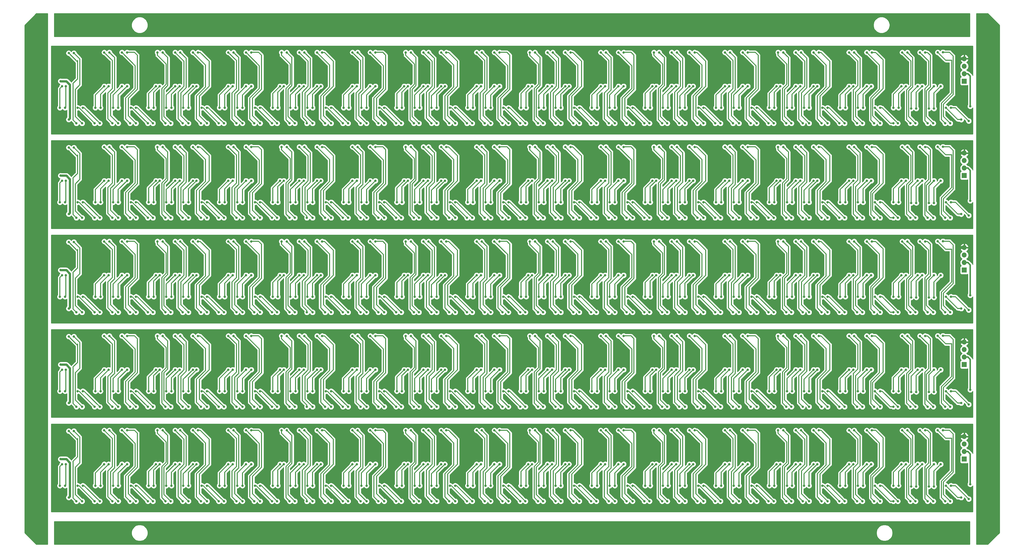
<source format=gbr>
G04 #@! TF.GenerationSoftware,KiCad,Pcbnew,(5.1.5)-3*
G04 #@! TF.CreationDate,2020-04-10T18:57:11+09:00*
G04 #@! TF.ProjectId,APA102_MENZUKE5,41504131-3032-45f4-9d45-4e5a554b4535,rev?*
G04 #@! TF.SameCoordinates,Original*
G04 #@! TF.FileFunction,Copper,L2,Bot*
G04 #@! TF.FilePolarity,Positive*
%FSLAX46Y46*%
G04 Gerber Fmt 4.6, Leading zero omitted, Abs format (unit mm)*
G04 Created by KiCad (PCBNEW (5.1.5)-3) date 2020-04-10 18:57:11*
%MOMM*%
%LPD*%
G04 APERTURE LIST*
%ADD10R,1.700000X1.700000*%
%ADD11O,1.700000X1.700000*%
%ADD12C,0.800000*%
%ADD13C,0.750000*%
%ADD14C,0.300000*%
%ADD15C,0.500000*%
%ADD16C,1.000000*%
%ADD17C,0.254000*%
G04 APERTURE END LIST*
D10*
X359000000Y-180000000D03*
D11*
X359000000Y-177460000D03*
X359000000Y-174920000D03*
X359000000Y-172380000D03*
D10*
X359000000Y-148000000D03*
D11*
X359000000Y-145460000D03*
X359000000Y-142920000D03*
X359000000Y-140380000D03*
D10*
X359000000Y-116000000D03*
D11*
X359000000Y-113460000D03*
X359000000Y-110920000D03*
X359000000Y-108380000D03*
D10*
X359000000Y-84000000D03*
D11*
X359000000Y-81460000D03*
X359000000Y-78920000D03*
X359000000Y-76380000D03*
X359000000Y-44380000D03*
X359000000Y-46920000D03*
X359000000Y-49460000D03*
D10*
X359000000Y-52000000D03*
D12*
X56000000Y-65000000D03*
X53250000Y-52000000D03*
X56000000Y-97000000D03*
X56000000Y-129000000D03*
X56000000Y-161000000D03*
X56000000Y-193000000D03*
X53250000Y-84000000D03*
X53250000Y-116000000D03*
X53250000Y-148000000D03*
X53250000Y-180000000D03*
X357976562Y-65023438D03*
X352750000Y-61000000D03*
X352750000Y-93000000D03*
X352750000Y-125000000D03*
X352750000Y-157000000D03*
X352750000Y-189000000D03*
X357976562Y-97023438D03*
X357976562Y-129023438D03*
X357976562Y-161023438D03*
X357976562Y-193023438D03*
X360500000Y-65500000D03*
X354500000Y-61000000D03*
X360500000Y-97500000D03*
X360500000Y-129500000D03*
X360500000Y-161500000D03*
X360500000Y-193500000D03*
X354500000Y-93000000D03*
X354500000Y-125000000D03*
X354500000Y-157000000D03*
X354500000Y-189000000D03*
X361000000Y-60500000D03*
X361000000Y-92500000D03*
X361000000Y-124500000D03*
X361000000Y-156500000D03*
X361000000Y-188500000D03*
X357500000Y-60500000D03*
X354500000Y-59500000D03*
X335000000Y-42000000D03*
X317000000Y-42000000D03*
X293000000Y-42000000D03*
X275000000Y-42000000D03*
X263100000Y-41900000D03*
X257100000Y-41900000D03*
X251000000Y-41800000D03*
X239000000Y-41800000D03*
X233000000Y-41800000D03*
X221000000Y-41750000D03*
X215000000Y-41800000D03*
X209000000Y-41800000D03*
X197100000Y-41900000D03*
X192500000Y-42500000D03*
X179000000Y-41800000D03*
X173000000Y-41800000D03*
X167000000Y-41800000D03*
X155000000Y-41800000D03*
X149000000Y-41800000D03*
X137000000Y-41750000D03*
X131000000Y-41800000D03*
X113000000Y-41800000D03*
X107000000Y-41800000D03*
X95000000Y-41800000D03*
X89000000Y-41800000D03*
X83250000Y-42000000D03*
X71000000Y-41750000D03*
X65000000Y-41800000D03*
X54300000Y-41700000D03*
X51300000Y-46300000D03*
X51300000Y-51200000D03*
X51300000Y-55700000D03*
X51300000Y-60950000D03*
X62000000Y-55000000D03*
X81500000Y-55000000D03*
X105000000Y-55000000D03*
X123500000Y-55000000D03*
X147500000Y-55000000D03*
X165250000Y-55000000D03*
X188750000Y-55000000D03*
X207000000Y-55000000D03*
X231500000Y-55000000D03*
X249500000Y-55000000D03*
X273250000Y-55000000D03*
X291500000Y-55000000D03*
X315250000Y-55000000D03*
X333250000Y-55000000D03*
X351375000Y-56375000D03*
X105000000Y-87000000D03*
X105000000Y-119000000D03*
X105000000Y-151000000D03*
X105000000Y-183000000D03*
X155000000Y-73800000D03*
X155000000Y-105800000D03*
X155000000Y-137800000D03*
X155000000Y-169800000D03*
X207000000Y-87000000D03*
X207000000Y-119000000D03*
X207000000Y-151000000D03*
X207000000Y-183000000D03*
X293000000Y-74000000D03*
X293000000Y-106000000D03*
X293000000Y-138000000D03*
X293000000Y-170000000D03*
X263100000Y-73900000D03*
X263100000Y-105900000D03*
X263100000Y-137900000D03*
X263100000Y-169900000D03*
X167000000Y-73800000D03*
X167000000Y-105800000D03*
X167000000Y-137800000D03*
X167000000Y-169800000D03*
X51300000Y-87700000D03*
X51300000Y-119700000D03*
X51300000Y-151700000D03*
X51300000Y-183700000D03*
X275000000Y-74000000D03*
X275000000Y-106000000D03*
X275000000Y-138000000D03*
X275000000Y-170000000D03*
X71000000Y-73750000D03*
X71000000Y-105750000D03*
X71000000Y-137750000D03*
X71000000Y-169750000D03*
X65000000Y-73800000D03*
X65000000Y-105800000D03*
X65000000Y-137800000D03*
X65000000Y-169800000D03*
X335000000Y-74000000D03*
X335000000Y-106000000D03*
X335000000Y-138000000D03*
X335000000Y-170000000D03*
X315250000Y-87000000D03*
X315250000Y-119000000D03*
X315250000Y-151000000D03*
X315250000Y-183000000D03*
X209000000Y-73800000D03*
X209000000Y-105800000D03*
X209000000Y-137800000D03*
X209000000Y-169800000D03*
X197100000Y-73900000D03*
X197100000Y-105900000D03*
X197100000Y-137900000D03*
X197100000Y-169900000D03*
X233000000Y-73800000D03*
X233000000Y-105800000D03*
X233000000Y-137800000D03*
X233000000Y-169800000D03*
X173000000Y-73800000D03*
X173000000Y-105800000D03*
X173000000Y-137800000D03*
X173000000Y-169800000D03*
X51300000Y-83200000D03*
X51300000Y-115200000D03*
X51300000Y-147200000D03*
X51300000Y-179200000D03*
X149000000Y-73800000D03*
X149000000Y-105800000D03*
X149000000Y-137800000D03*
X149000000Y-169800000D03*
X51300000Y-92950000D03*
X51300000Y-124950000D03*
X51300000Y-156950000D03*
X51300000Y-188950000D03*
X239000000Y-73800000D03*
X239000000Y-105800000D03*
X239000000Y-137800000D03*
X239000000Y-169800000D03*
X62000000Y-87000000D03*
X62000000Y-119000000D03*
X62000000Y-151000000D03*
X62000000Y-183000000D03*
X123500000Y-87000000D03*
X123500000Y-119000000D03*
X123500000Y-151000000D03*
X123500000Y-183000000D03*
X147500000Y-87000000D03*
X147500000Y-119000000D03*
X147500000Y-151000000D03*
X147500000Y-183000000D03*
X165250000Y-87000000D03*
X165250000Y-119000000D03*
X165250000Y-151000000D03*
X165250000Y-183000000D03*
X188750000Y-87000000D03*
X188750000Y-119000000D03*
X188750000Y-151000000D03*
X188750000Y-183000000D03*
X257100000Y-73900000D03*
X257100000Y-105900000D03*
X257100000Y-137900000D03*
X257100000Y-169900000D03*
X179000000Y-73800000D03*
X179000000Y-105800000D03*
X179000000Y-137800000D03*
X179000000Y-169800000D03*
X231500000Y-87000000D03*
X231500000Y-119000000D03*
X231500000Y-151000000D03*
X231500000Y-183000000D03*
X249500000Y-87000000D03*
X249500000Y-119000000D03*
X249500000Y-151000000D03*
X249500000Y-183000000D03*
X291500000Y-87000000D03*
X291500000Y-119000000D03*
X291500000Y-151000000D03*
X291500000Y-183000000D03*
X81500000Y-87000000D03*
X81500000Y-119000000D03*
X81500000Y-151000000D03*
X81500000Y-183000000D03*
X273250000Y-87000000D03*
X273250000Y-119000000D03*
X273250000Y-151000000D03*
X273250000Y-183000000D03*
X333250000Y-87000000D03*
X333250000Y-119000000D03*
X333250000Y-151000000D03*
X333250000Y-183000000D03*
X51300000Y-78300000D03*
X51300000Y-110300000D03*
X51300000Y-142300000D03*
X51300000Y-174300000D03*
X95000000Y-73800000D03*
X95000000Y-105800000D03*
X95000000Y-137800000D03*
X95000000Y-169800000D03*
X251000000Y-73800000D03*
X251000000Y-105800000D03*
X251000000Y-137800000D03*
X251000000Y-169800000D03*
X221000000Y-73750000D03*
X221000000Y-105750000D03*
X221000000Y-137750000D03*
X221000000Y-169750000D03*
X107000000Y-73800000D03*
X107000000Y-105800000D03*
X107000000Y-137800000D03*
X107000000Y-169800000D03*
X131000000Y-73800000D03*
X131000000Y-105800000D03*
X131000000Y-137800000D03*
X131000000Y-169800000D03*
X137000000Y-73750000D03*
X137000000Y-105750000D03*
X137000000Y-137750000D03*
X137000000Y-169750000D03*
X89000000Y-73800000D03*
X89000000Y-105800000D03*
X89000000Y-137800000D03*
X89000000Y-169800000D03*
X192500000Y-74500000D03*
X192500000Y-106500000D03*
X192500000Y-138500000D03*
X192500000Y-170500000D03*
X113000000Y-73800000D03*
X113000000Y-105800000D03*
X113000000Y-137800000D03*
X113000000Y-169800000D03*
X354500000Y-91500000D03*
X354500000Y-123500000D03*
X354500000Y-155500000D03*
X354500000Y-187500000D03*
X357500000Y-92500000D03*
X357500000Y-124500000D03*
X357500000Y-156500000D03*
X357500000Y-188500000D03*
X54300000Y-73700000D03*
X54300000Y-105700000D03*
X54300000Y-137700000D03*
X54300000Y-169700000D03*
X317000000Y-74000000D03*
X317000000Y-106000000D03*
X317000000Y-138000000D03*
X317000000Y-170000000D03*
X215000000Y-73800000D03*
X215000000Y-105800000D03*
X215000000Y-137800000D03*
X215000000Y-169800000D03*
X83250000Y-74000000D03*
X83250000Y-106000000D03*
X83250000Y-138000000D03*
X83250000Y-170000000D03*
X351375000Y-88375000D03*
X351375000Y-120375000D03*
X351375000Y-152375000D03*
X351375000Y-184375000D03*
X354250000Y-66275000D03*
X351752573Y-42219313D03*
X351752573Y-74219313D03*
X351752573Y-106219313D03*
X351752573Y-138219313D03*
X351752573Y-170219313D03*
X354250000Y-98275000D03*
X354250000Y-130275000D03*
X354250000Y-162275000D03*
X354250000Y-194275000D03*
X352500000Y-66275000D03*
X350000000Y-42250000D03*
X350000000Y-74250000D03*
X350000000Y-106250000D03*
X350000000Y-138250000D03*
X350000000Y-170250000D03*
X352500000Y-98275000D03*
X352500000Y-130275000D03*
X352500000Y-162275000D03*
X352500000Y-194275000D03*
X348750000Y-53725000D03*
X347000000Y-61250000D03*
X348750000Y-85725000D03*
X348750000Y-117725000D03*
X348750000Y-149725000D03*
X348750000Y-181725000D03*
X347000000Y-93250000D03*
X347000000Y-125250000D03*
X347000000Y-157250000D03*
X347000000Y-189250000D03*
X351000000Y-53750000D03*
X348750000Y-61250000D03*
X348750000Y-93250000D03*
X348750000Y-125250000D03*
X348750000Y-157250000D03*
X348750000Y-189250000D03*
X351000000Y-85750000D03*
X351000000Y-117750000D03*
X351000000Y-149750000D03*
X351000000Y-181750000D03*
X348500000Y-66275000D03*
X345741013Y-42275000D03*
X345741013Y-74275000D03*
X345741013Y-106275000D03*
X345741013Y-138275000D03*
X345741013Y-170275000D03*
X348500000Y-98275000D03*
X348500000Y-130275000D03*
X348500000Y-162275000D03*
X348500000Y-194275000D03*
X346575000Y-66275000D03*
X344000000Y-42275000D03*
X346575000Y-98275000D03*
X346575000Y-130275000D03*
X346575000Y-162275000D03*
X346575000Y-194275000D03*
X344000000Y-74275000D03*
X344000000Y-106275000D03*
X344000000Y-138275000D03*
X344000000Y-170275000D03*
X343250000Y-53725000D03*
X341000000Y-61250000D03*
X341000000Y-93250000D03*
X341000000Y-125250000D03*
X341000000Y-157250000D03*
X341000000Y-189250000D03*
X343250000Y-85725000D03*
X343250000Y-117725000D03*
X343250000Y-149725000D03*
X343250000Y-181725000D03*
X344750000Y-53725000D03*
X342750000Y-61250000D03*
X342750000Y-93250000D03*
X342750000Y-125250000D03*
X342750000Y-157250000D03*
X342750000Y-189250000D03*
X344750000Y-85725000D03*
X344750000Y-117725000D03*
X344750000Y-149725000D03*
X344750000Y-181725000D03*
X342500000Y-66275000D03*
X339741013Y-42275000D03*
X339741013Y-74275000D03*
X339741013Y-106275000D03*
X339741013Y-138275000D03*
X339741013Y-170275000D03*
X342500000Y-98275000D03*
X342500000Y-130275000D03*
X342500000Y-162275000D03*
X342500000Y-194275000D03*
X340750000Y-66275000D03*
X338000000Y-42275000D03*
X338000000Y-74275000D03*
X338000000Y-106275000D03*
X338000000Y-138275000D03*
X338000000Y-170275000D03*
X340750000Y-98275000D03*
X340750000Y-130275000D03*
X340750000Y-162275000D03*
X340750000Y-194275000D03*
X335000000Y-61000000D03*
X337749952Y-53725000D03*
X337749952Y-85725000D03*
X337749952Y-117725000D03*
X337749952Y-149725000D03*
X337749952Y-181725000D03*
X335000000Y-93000000D03*
X335000000Y-125000000D03*
X335000000Y-157000000D03*
X335000000Y-189000000D03*
X339250000Y-53725000D03*
X336750000Y-61000000D03*
X336750000Y-93000000D03*
X336750000Y-125000000D03*
X336750000Y-157000000D03*
X336750000Y-189000000D03*
X339250000Y-85725000D03*
X339250000Y-117725000D03*
X339250000Y-149725000D03*
X339250000Y-181725000D03*
X336500000Y-66275000D03*
X330500000Y-61000000D03*
X330500000Y-93000000D03*
X330500000Y-125000000D03*
X330500000Y-157000000D03*
X330500000Y-189000000D03*
X336500000Y-98275000D03*
X336500000Y-130275000D03*
X336500000Y-162275000D03*
X336500000Y-194275000D03*
X335000000Y-66275000D03*
X328750000Y-61000000D03*
X328750000Y-93000000D03*
X328750000Y-125000000D03*
X328750000Y-157000000D03*
X328750000Y-189000000D03*
X335000000Y-98275000D03*
X335000000Y-130275000D03*
X335000000Y-162275000D03*
X335000000Y-194275000D03*
X328500000Y-66275000D03*
X326000000Y-42275000D03*
X326000000Y-74275000D03*
X326000000Y-106275000D03*
X326000000Y-138275000D03*
X326000000Y-170275000D03*
X328500000Y-98275000D03*
X328500000Y-130275000D03*
X328500000Y-162275000D03*
X328500000Y-194275000D03*
X330500000Y-66275000D03*
X327750000Y-42275000D03*
X330500000Y-98275000D03*
X330500000Y-130275000D03*
X330500000Y-162275000D03*
X330500000Y-194275000D03*
X327750000Y-74275000D03*
X327750000Y-106275000D03*
X327750000Y-138275000D03*
X327750000Y-170275000D03*
X327500000Y-53725000D03*
X324750000Y-61000000D03*
X327500000Y-85725000D03*
X327500000Y-117725000D03*
X327500000Y-149725000D03*
X327500000Y-181725000D03*
X324750000Y-93000000D03*
X324750000Y-125000000D03*
X324750000Y-157000000D03*
X324750000Y-189000000D03*
X323000000Y-61000000D03*
X326000000Y-53725000D03*
X326000000Y-85725000D03*
X326000000Y-117725000D03*
X326000000Y-149725000D03*
X326000000Y-181725000D03*
X323000000Y-93000000D03*
X323000000Y-125000000D03*
X323000000Y-157000000D03*
X323000000Y-189000000D03*
X322750000Y-66275000D03*
X320000000Y-42275000D03*
X322750000Y-98275000D03*
X322750000Y-130275000D03*
X322750000Y-162275000D03*
X322750000Y-194275000D03*
X320000000Y-74275000D03*
X320000000Y-106275000D03*
X320000000Y-138275000D03*
X320000000Y-170275000D03*
X324500000Y-66275000D03*
X321741013Y-42275000D03*
X324500000Y-98275000D03*
X324500000Y-130275000D03*
X324500000Y-162275000D03*
X324500000Y-194275000D03*
X321741013Y-74275000D03*
X321741013Y-106275000D03*
X321741013Y-138275000D03*
X321741013Y-170275000D03*
X321500000Y-53725000D03*
X318750000Y-61000000D03*
X318750000Y-93000000D03*
X318750000Y-125000000D03*
X318750000Y-157000000D03*
X318750000Y-189000000D03*
X321500000Y-85725000D03*
X321500000Y-117725000D03*
X321500000Y-149725000D03*
X321500000Y-181725000D03*
X317000000Y-61000000D03*
X320000000Y-53725000D03*
X317000000Y-93000000D03*
X317000000Y-125000000D03*
X317000000Y-157000000D03*
X317000000Y-189000000D03*
X320000000Y-85725000D03*
X320000000Y-117725000D03*
X320000000Y-149725000D03*
X320000000Y-181725000D03*
X318500000Y-66275000D03*
X312750000Y-61000000D03*
X312750000Y-93000000D03*
X312750000Y-125000000D03*
X312750000Y-157000000D03*
X312750000Y-189000000D03*
X318500000Y-98275000D03*
X318500000Y-130275000D03*
X318500000Y-162275000D03*
X318500000Y-194275000D03*
X316750000Y-66275000D03*
X311000000Y-61000000D03*
X311000000Y-93000000D03*
X311000000Y-125000000D03*
X311000000Y-157000000D03*
X311000000Y-189000000D03*
X316750000Y-98275000D03*
X316750000Y-130275000D03*
X316750000Y-162275000D03*
X316750000Y-194275000D03*
X310750000Y-66275000D03*
X308000000Y-42275000D03*
X310750000Y-98275000D03*
X310750000Y-130275000D03*
X310750000Y-162275000D03*
X310750000Y-194275000D03*
X308000000Y-74275000D03*
X308000000Y-106275000D03*
X308000000Y-138275000D03*
X308000000Y-170275000D03*
X312750000Y-66275000D03*
X309750000Y-42275000D03*
X309750000Y-74275000D03*
X309750000Y-106275000D03*
X309750000Y-138275000D03*
X309750000Y-170275000D03*
X312750000Y-98275000D03*
X312750000Y-130275000D03*
X312750000Y-162275000D03*
X312750000Y-194275000D03*
X279500000Y-53725000D03*
X276750000Y-61000000D03*
X279500000Y-85725000D03*
X279500000Y-117725000D03*
X279500000Y-149725000D03*
X279500000Y-181725000D03*
X276750000Y-93000000D03*
X276750000Y-125000000D03*
X276750000Y-157000000D03*
X276750000Y-189000000D03*
X275000000Y-61000000D03*
X278000000Y-53725000D03*
X278000000Y-85725000D03*
X278000000Y-117725000D03*
X278000000Y-149725000D03*
X278000000Y-181725000D03*
X275000000Y-93000000D03*
X275000000Y-125000000D03*
X275000000Y-157000000D03*
X275000000Y-189000000D03*
X304750000Y-61000000D03*
X308000000Y-53725000D03*
X308000000Y-85725000D03*
X308000000Y-117725000D03*
X308000000Y-149725000D03*
X308000000Y-181725000D03*
X304750000Y-93000000D03*
X304750000Y-125000000D03*
X304750000Y-157000000D03*
X304750000Y-189000000D03*
X309250000Y-53725000D03*
X306500000Y-61000000D03*
X309250000Y-85725000D03*
X309250000Y-117725000D03*
X309250000Y-149725000D03*
X309250000Y-181725000D03*
X306500000Y-93000000D03*
X306500000Y-125000000D03*
X306500000Y-157000000D03*
X306500000Y-189000000D03*
X234750000Y-61000000D03*
X237500000Y-53725000D03*
X234750000Y-93000000D03*
X234750000Y-125000000D03*
X234750000Y-157000000D03*
X234750000Y-189000000D03*
X237500000Y-85725000D03*
X237500000Y-117725000D03*
X237500000Y-149725000D03*
X237500000Y-181725000D03*
X233000000Y-61000000D03*
X236000000Y-53725000D03*
X233000000Y-93000000D03*
X233000000Y-125000000D03*
X233000000Y-157000000D03*
X233000000Y-189000000D03*
X236000000Y-85725000D03*
X236000000Y-117725000D03*
X236000000Y-149725000D03*
X236000000Y-181725000D03*
X304325000Y-66275000D03*
X302000000Y-42275000D03*
X302000000Y-74275000D03*
X302000000Y-106275000D03*
X302000000Y-138275000D03*
X302000000Y-170275000D03*
X304325000Y-98275000D03*
X304325000Y-130275000D03*
X304325000Y-162275000D03*
X304325000Y-194275000D03*
X306500000Y-66275000D03*
X303741013Y-42275000D03*
X303741013Y-74275000D03*
X303741013Y-106275000D03*
X303741013Y-138275000D03*
X303741013Y-170275000D03*
X306500000Y-98275000D03*
X306500000Y-130275000D03*
X306500000Y-162275000D03*
X306500000Y-194275000D03*
X192750000Y-61000000D03*
X195500000Y-53725000D03*
X192750000Y-93000000D03*
X192750000Y-125000000D03*
X192750000Y-157000000D03*
X192750000Y-189000000D03*
X195500000Y-85725000D03*
X195500000Y-117725000D03*
X195500000Y-149725000D03*
X195500000Y-181725000D03*
X191000000Y-61000000D03*
X194000000Y-53725000D03*
X191000000Y-93000000D03*
X191000000Y-125000000D03*
X191000000Y-157000000D03*
X191000000Y-189000000D03*
X194000000Y-85725000D03*
X194000000Y-117725000D03*
X194000000Y-149725000D03*
X194000000Y-181725000D03*
X302000000Y-53725000D03*
X299000000Y-61000000D03*
X302000000Y-85725000D03*
X302000000Y-117725000D03*
X302000000Y-149725000D03*
X302000000Y-181725000D03*
X299000000Y-93000000D03*
X299000000Y-125000000D03*
X299000000Y-157000000D03*
X299000000Y-189000000D03*
X300750000Y-61000000D03*
X303500000Y-53725000D03*
X300750000Y-93000000D03*
X300750000Y-125000000D03*
X300750000Y-157000000D03*
X300750000Y-189000000D03*
X303500000Y-85725000D03*
X303500000Y-117725000D03*
X303500000Y-149725000D03*
X303500000Y-181725000D03*
X150750000Y-61000000D03*
X153500000Y-53725000D03*
X150750000Y-93000000D03*
X150750000Y-125000000D03*
X150750000Y-157000000D03*
X150750000Y-189000000D03*
X153500000Y-85725000D03*
X153500000Y-117725000D03*
X153500000Y-149725000D03*
X153500000Y-181725000D03*
X149000000Y-61000000D03*
X152000000Y-53725000D03*
X152000000Y-85725000D03*
X152000000Y-117725000D03*
X152000000Y-149725000D03*
X152000000Y-181725000D03*
X149000000Y-93000000D03*
X149000000Y-125000000D03*
X149000000Y-157000000D03*
X149000000Y-189000000D03*
X107000000Y-61000000D03*
X110000000Y-53725000D03*
X110000000Y-85725000D03*
X110000000Y-117725000D03*
X110000000Y-149725000D03*
X110000000Y-181725000D03*
X107000000Y-93000000D03*
X107000000Y-125000000D03*
X107000000Y-157000000D03*
X107000000Y-189000000D03*
X108750000Y-61000000D03*
X111500000Y-53725000D03*
X108750000Y-93000000D03*
X108750000Y-125000000D03*
X108750000Y-157000000D03*
X108750000Y-189000000D03*
X111500000Y-85725000D03*
X111500000Y-117725000D03*
X111500000Y-149725000D03*
X111500000Y-181725000D03*
X300500000Y-66275000D03*
X297741013Y-42275000D03*
X297741013Y-74275000D03*
X297741013Y-106275000D03*
X297741013Y-138275000D03*
X297741013Y-170275000D03*
X300500000Y-98275000D03*
X300500000Y-130275000D03*
X300500000Y-162275000D03*
X300500000Y-194275000D03*
X298750000Y-66275000D03*
X296000000Y-42275000D03*
X296000000Y-74275000D03*
X296000000Y-106275000D03*
X296000000Y-138275000D03*
X296000000Y-170275000D03*
X298750000Y-98275000D03*
X298750000Y-130275000D03*
X298750000Y-162275000D03*
X298750000Y-194275000D03*
X293000000Y-61000000D03*
X295500000Y-53725000D03*
X293000000Y-93000000D03*
X293000000Y-125000000D03*
X293000000Y-157000000D03*
X293000000Y-189000000D03*
X295500000Y-85725000D03*
X295500000Y-117725000D03*
X295500000Y-149725000D03*
X295500000Y-181725000D03*
X296750000Y-53725000D03*
X294750000Y-61000000D03*
X294750000Y-93000000D03*
X294750000Y-125000000D03*
X294750000Y-157000000D03*
X294750000Y-189000000D03*
X296750000Y-85725000D03*
X296750000Y-117725000D03*
X296750000Y-149725000D03*
X296750000Y-181725000D03*
X294500000Y-66275000D03*
X288750000Y-61000000D03*
X294500000Y-98275000D03*
X294500000Y-130275000D03*
X294500000Y-162275000D03*
X294500000Y-194275000D03*
X288750000Y-93000000D03*
X288750000Y-125000000D03*
X288750000Y-157000000D03*
X288750000Y-189000000D03*
X292750000Y-66275000D03*
X287000000Y-61000000D03*
X292750000Y-98275000D03*
X292750000Y-130275000D03*
X292750000Y-162275000D03*
X292750000Y-194275000D03*
X287000000Y-93000000D03*
X287000000Y-125000000D03*
X287000000Y-157000000D03*
X287000000Y-189000000D03*
X288750000Y-66275000D03*
X285750000Y-42275000D03*
X285750000Y-74275000D03*
X285750000Y-106275000D03*
X285750000Y-138275000D03*
X285750000Y-170275000D03*
X288750000Y-98275000D03*
X288750000Y-130275000D03*
X288750000Y-162275000D03*
X288750000Y-194275000D03*
X286750000Y-66275000D03*
X284000000Y-42275000D03*
X284000000Y-74275000D03*
X284000000Y-106275000D03*
X284000000Y-138275000D03*
X284000000Y-170275000D03*
X286750000Y-98275000D03*
X286750000Y-130275000D03*
X286750000Y-162275000D03*
X286750000Y-194275000D03*
X282750000Y-61000000D03*
X285750000Y-53725000D03*
X285750000Y-85725000D03*
X285750000Y-117725000D03*
X285750000Y-149725000D03*
X285750000Y-181725000D03*
X282750000Y-93000000D03*
X282750000Y-125000000D03*
X282750000Y-157000000D03*
X282750000Y-189000000D03*
X281000000Y-61000000D03*
X284000000Y-53725000D03*
X281000000Y-93000000D03*
X281000000Y-125000000D03*
X281000000Y-157000000D03*
X281000000Y-189000000D03*
X284000000Y-85725000D03*
X284000000Y-117725000D03*
X284000000Y-149725000D03*
X284000000Y-181725000D03*
X282750000Y-66275000D03*
X279741013Y-42275000D03*
X279741013Y-74275000D03*
X279741013Y-106275000D03*
X279741013Y-138275000D03*
X279741013Y-170275000D03*
X282750000Y-98275000D03*
X282750000Y-130275000D03*
X282750000Y-162275000D03*
X282750000Y-194275000D03*
X280750000Y-66275000D03*
X278000000Y-42275000D03*
X280750000Y-98275000D03*
X280750000Y-130275000D03*
X280750000Y-162275000D03*
X280750000Y-194275000D03*
X278000000Y-74275000D03*
X278000000Y-106275000D03*
X278000000Y-138275000D03*
X278000000Y-170275000D03*
X276500000Y-66275000D03*
X270750000Y-61000000D03*
X270750000Y-93000000D03*
X270750000Y-125000000D03*
X270750000Y-157000000D03*
X270750000Y-189000000D03*
X276500000Y-98275000D03*
X276500000Y-130275000D03*
X276500000Y-162275000D03*
X276500000Y-194275000D03*
X274750000Y-66275000D03*
X269000000Y-61000000D03*
X269000000Y-93000000D03*
X269000000Y-125000000D03*
X269000000Y-157000000D03*
X269000000Y-189000000D03*
X274750000Y-98275000D03*
X274750000Y-130275000D03*
X274750000Y-162275000D03*
X274750000Y-194275000D03*
X268750000Y-66275000D03*
X266000000Y-42275000D03*
X268750000Y-98275000D03*
X268750000Y-130275000D03*
X268750000Y-162275000D03*
X268750000Y-194275000D03*
X266000000Y-74275000D03*
X266000000Y-106275000D03*
X266000000Y-138275000D03*
X266000000Y-170275000D03*
X270750000Y-66275000D03*
X267750000Y-42275000D03*
X270750000Y-98275000D03*
X270750000Y-130275000D03*
X270750000Y-162275000D03*
X270750000Y-194275000D03*
X267750000Y-74275000D03*
X267750000Y-106275000D03*
X267750000Y-138275000D03*
X267750000Y-170275000D03*
X266000000Y-53725000D03*
X262750000Y-61000000D03*
X266000000Y-85725000D03*
X266000000Y-117725000D03*
X266000000Y-149725000D03*
X266000000Y-181725000D03*
X262750000Y-93000000D03*
X262750000Y-125000000D03*
X262750000Y-157000000D03*
X262750000Y-189000000D03*
X264500000Y-61000000D03*
X267250000Y-53725000D03*
X267250000Y-85725000D03*
X267250000Y-117725000D03*
X267250000Y-149725000D03*
X267250000Y-181725000D03*
X264500000Y-93000000D03*
X264500000Y-125000000D03*
X264500000Y-157000000D03*
X264500000Y-189000000D03*
X260000000Y-42275000D03*
X262575000Y-66275929D03*
X262575000Y-98275929D03*
X262575000Y-130275929D03*
X262575000Y-162275929D03*
X262575000Y-194275929D03*
X260000000Y-74275000D03*
X260000000Y-106275000D03*
X260000000Y-138275000D03*
X260000000Y-170275000D03*
X261741013Y-42275000D03*
X264500000Y-66275000D03*
X264500000Y-98275000D03*
X264500000Y-130275000D03*
X264500000Y-162275000D03*
X264500000Y-194275000D03*
X261741013Y-74275000D03*
X261741013Y-106275000D03*
X261741013Y-138275000D03*
X261741013Y-170275000D03*
X260000000Y-53725000D03*
X257000000Y-61000000D03*
X260000000Y-85725000D03*
X260000000Y-117725000D03*
X260000000Y-149725000D03*
X260000000Y-181725000D03*
X257000000Y-93000000D03*
X257000000Y-125000000D03*
X257000000Y-157000000D03*
X257000000Y-189000000D03*
X258750000Y-61000000D03*
X261500000Y-53725000D03*
X261500000Y-85725000D03*
X261500000Y-117725000D03*
X261500000Y-149725000D03*
X261500000Y-181725000D03*
X258750000Y-93000000D03*
X258750000Y-125000000D03*
X258750000Y-157000000D03*
X258750000Y-189000000D03*
X255741013Y-42275000D03*
X258500000Y-66275000D03*
X255741013Y-74275000D03*
X255741013Y-106275000D03*
X255741013Y-138275000D03*
X255741013Y-170275000D03*
X258500000Y-98275000D03*
X258500000Y-130275000D03*
X258500000Y-162275000D03*
X258500000Y-194275000D03*
X254000000Y-42275000D03*
X256750000Y-66275000D03*
X256750000Y-98275000D03*
X256750000Y-130275000D03*
X256750000Y-162275000D03*
X256750000Y-194275000D03*
X254000000Y-74275000D03*
X254000000Y-106275000D03*
X254000000Y-138275000D03*
X254000000Y-170275000D03*
X251000000Y-61000000D03*
X253500000Y-53725000D03*
X253500000Y-85725000D03*
X253500000Y-117725000D03*
X253500000Y-149725000D03*
X253500000Y-181725000D03*
X251000000Y-93000000D03*
X251000000Y-125000000D03*
X251000000Y-157000000D03*
X251000000Y-189000000D03*
X252750000Y-61000000D03*
X254750000Y-53725000D03*
X252750000Y-93000000D03*
X252750000Y-125000000D03*
X252750000Y-157000000D03*
X252750000Y-189000000D03*
X254750000Y-85725000D03*
X254750000Y-117725000D03*
X254750000Y-149725000D03*
X254750000Y-181725000D03*
X246750000Y-61000000D03*
X252500000Y-66275000D03*
X246750000Y-93000000D03*
X246750000Y-125000000D03*
X246750000Y-157000000D03*
X246750000Y-189000000D03*
X252500000Y-98275000D03*
X252500000Y-130275000D03*
X252500000Y-162275000D03*
X252500000Y-194275000D03*
X245000000Y-61000000D03*
X250750000Y-66275000D03*
X245000000Y-93000000D03*
X245000000Y-125000000D03*
X245000000Y-157000000D03*
X245000000Y-189000000D03*
X250750000Y-98275000D03*
X250750000Y-130275000D03*
X250750000Y-162275000D03*
X250750000Y-194275000D03*
X246750000Y-66275000D03*
X243750000Y-42275000D03*
X246750000Y-98275000D03*
X246750000Y-130275000D03*
X246750000Y-162275000D03*
X246750000Y-194275000D03*
X243750000Y-74275000D03*
X243750000Y-106275000D03*
X243750000Y-138275000D03*
X243750000Y-170275000D03*
X244750000Y-66275000D03*
X242000000Y-42275000D03*
X244750000Y-98275000D03*
X244750000Y-130275000D03*
X244750000Y-162275000D03*
X244750000Y-194275000D03*
X242000000Y-74275000D03*
X242000000Y-106275000D03*
X242000000Y-138275000D03*
X242000000Y-170275000D03*
X243750000Y-53725000D03*
X240750000Y-61000000D03*
X243750000Y-85725000D03*
X243750000Y-117725000D03*
X243750000Y-149725000D03*
X243750000Y-181725000D03*
X240750000Y-93000000D03*
X240750000Y-125000000D03*
X240750000Y-157000000D03*
X240750000Y-189000000D03*
X239000000Y-61000000D03*
X242000000Y-53725000D03*
X239000000Y-93000000D03*
X239000000Y-125000000D03*
X239000000Y-157000000D03*
X239000000Y-189000000D03*
X242000000Y-85725000D03*
X242000000Y-117725000D03*
X242000000Y-149725000D03*
X242000000Y-181725000D03*
X240750000Y-66275000D03*
X237741013Y-42275000D03*
X240750000Y-98275000D03*
X240750000Y-130275000D03*
X240750000Y-162275000D03*
X240750000Y-194275000D03*
X237741013Y-74275000D03*
X237741013Y-106275000D03*
X237741013Y-138275000D03*
X237741013Y-170275000D03*
X236000000Y-42275000D03*
X238750000Y-66275000D03*
X236000000Y-74275000D03*
X236000000Y-106275000D03*
X236000000Y-138275000D03*
X236000000Y-170275000D03*
X238750000Y-98275000D03*
X238750000Y-130275000D03*
X238750000Y-162275000D03*
X238750000Y-194275000D03*
X234500000Y-66275000D03*
X228750000Y-61000000D03*
X228750000Y-93000000D03*
X228750000Y-125000000D03*
X228750000Y-157000000D03*
X228750000Y-189000000D03*
X234500000Y-98275000D03*
X234500000Y-130275000D03*
X234500000Y-162275000D03*
X234500000Y-194275000D03*
X232750000Y-66275000D03*
X227000000Y-61000000D03*
X227000000Y-93000000D03*
X227000000Y-125000000D03*
X227000000Y-157000000D03*
X227000000Y-189000000D03*
X232750000Y-98275000D03*
X232750000Y-130275000D03*
X232750000Y-162275000D03*
X232750000Y-194275000D03*
X226750000Y-66275000D03*
X224000000Y-42275000D03*
X224000000Y-74275000D03*
X224000000Y-106275000D03*
X224000000Y-138275000D03*
X224000000Y-170275000D03*
X226750000Y-98275000D03*
X226750000Y-130275000D03*
X226750000Y-162275000D03*
X226750000Y-194275000D03*
X228750000Y-66275000D03*
X225750000Y-42275000D03*
X225750000Y-74275000D03*
X225750000Y-106275000D03*
X225750000Y-138275000D03*
X225750000Y-170275000D03*
X228750000Y-98275000D03*
X228750000Y-130275000D03*
X228750000Y-162275000D03*
X228750000Y-194275000D03*
X224000000Y-53725000D03*
X220750000Y-61000000D03*
X220750000Y-93000000D03*
X220750000Y-125000000D03*
X220750000Y-157000000D03*
X220750000Y-189000000D03*
X224000000Y-85725000D03*
X224000000Y-117725000D03*
X224000000Y-149725000D03*
X224000000Y-181725000D03*
X222500000Y-61000000D03*
X225250000Y-53725000D03*
X225250000Y-85725000D03*
X225250000Y-117725000D03*
X225250000Y-149725000D03*
X225250000Y-181725000D03*
X222500000Y-93000000D03*
X222500000Y-125000000D03*
X222500000Y-157000000D03*
X222500000Y-189000000D03*
X218000000Y-42275000D03*
X220750000Y-66275000D03*
X220750000Y-98275000D03*
X220750000Y-130275000D03*
X220750000Y-162275000D03*
X220750000Y-194275000D03*
X218000000Y-74275000D03*
X218000000Y-106275000D03*
X218000000Y-138275000D03*
X218000000Y-170275000D03*
X219741013Y-42275000D03*
X222500000Y-66275000D03*
X219741013Y-74275000D03*
X219741013Y-106275000D03*
X219741013Y-138275000D03*
X219741013Y-170275000D03*
X222500000Y-98275000D03*
X222500000Y-130275000D03*
X222500000Y-162275000D03*
X222500000Y-194275000D03*
X218000000Y-53725000D03*
X215000000Y-61000000D03*
X215000000Y-93000000D03*
X215000000Y-125000000D03*
X215000000Y-157000000D03*
X215000000Y-189000000D03*
X218000000Y-85725000D03*
X218000000Y-117725000D03*
X218000000Y-149725000D03*
X218000000Y-181725000D03*
X216750000Y-61000000D03*
X219500000Y-53725000D03*
X216750000Y-93000000D03*
X216750000Y-125000000D03*
X216750000Y-157000000D03*
X216750000Y-189000000D03*
X219500000Y-85725000D03*
X219500000Y-117725000D03*
X219500000Y-149725000D03*
X219500000Y-181725000D03*
X213741013Y-42275000D03*
X216500000Y-66275000D03*
X213741013Y-74275000D03*
X213741013Y-106275000D03*
X213741013Y-138275000D03*
X213741013Y-170275000D03*
X216500000Y-98275000D03*
X216500000Y-130275000D03*
X216500000Y-162275000D03*
X216500000Y-194275000D03*
X212000000Y-42275000D03*
X214750000Y-66275000D03*
X212000000Y-74275000D03*
X212000000Y-106275000D03*
X212000000Y-138275000D03*
X212000000Y-170275000D03*
X214750000Y-98275000D03*
X214750000Y-130275000D03*
X214750000Y-162275000D03*
X214750000Y-194275000D03*
X209000000Y-61000000D03*
X211500000Y-53725000D03*
X211500000Y-85725000D03*
X211500000Y-117725000D03*
X211500000Y-149725000D03*
X211500000Y-181725000D03*
X209000000Y-93000000D03*
X209000000Y-125000000D03*
X209000000Y-157000000D03*
X209000000Y-189000000D03*
X210750000Y-61000000D03*
X212750000Y-53725000D03*
X212750000Y-85725000D03*
X212750000Y-117725000D03*
X212750000Y-149725000D03*
X212750000Y-181725000D03*
X210750000Y-93000000D03*
X210750000Y-125000000D03*
X210750000Y-157000000D03*
X210750000Y-189000000D03*
X204750000Y-61000000D03*
X210500000Y-66275000D03*
X204750000Y-93000000D03*
X204750000Y-125000000D03*
X204750000Y-157000000D03*
X204750000Y-189000000D03*
X210500000Y-98275000D03*
X210500000Y-130275000D03*
X210500000Y-162275000D03*
X210500000Y-194275000D03*
X203000000Y-61000000D03*
X208750000Y-66275000D03*
X208750000Y-98275000D03*
X208750000Y-130275000D03*
X208750000Y-162275000D03*
X208750000Y-194275000D03*
X203000000Y-93000000D03*
X203000000Y-125000000D03*
X203000000Y-157000000D03*
X203000000Y-189000000D03*
X204750000Y-66275000D03*
X201750000Y-42275000D03*
X201750000Y-74275000D03*
X201750000Y-106275000D03*
X201750000Y-138275000D03*
X201750000Y-170275000D03*
X204750000Y-98275000D03*
X204750000Y-130275000D03*
X204750000Y-162275000D03*
X204750000Y-194275000D03*
X202750000Y-66275000D03*
X200000000Y-42275000D03*
X200000000Y-74275000D03*
X200000000Y-106275000D03*
X200000000Y-138275000D03*
X200000000Y-170275000D03*
X202750000Y-98275000D03*
X202750000Y-130275000D03*
X202750000Y-162275000D03*
X202750000Y-194275000D03*
X201750000Y-53725000D03*
X198750000Y-61000000D03*
X201750000Y-85725000D03*
X201750000Y-117725000D03*
X201750000Y-149725000D03*
X201750000Y-181725000D03*
X198750000Y-93000000D03*
X198750000Y-125000000D03*
X198750000Y-157000000D03*
X198750000Y-189000000D03*
X197000000Y-61000000D03*
X200000000Y-53725000D03*
X197000000Y-93000000D03*
X197000000Y-125000000D03*
X197000000Y-157000000D03*
X197000000Y-189000000D03*
X200000000Y-85725000D03*
X200000000Y-117725000D03*
X200000000Y-149725000D03*
X200000000Y-181725000D03*
X198750000Y-66275000D03*
X195741013Y-42275000D03*
X198750000Y-98275000D03*
X198750000Y-130275000D03*
X198750000Y-162275000D03*
X198750000Y-194275000D03*
X195741013Y-74275000D03*
X195741013Y-106275000D03*
X195741013Y-138275000D03*
X195741013Y-170275000D03*
X194000000Y-42275000D03*
X196750000Y-66275000D03*
X196750000Y-98275000D03*
X196750000Y-130275000D03*
X196750000Y-162275000D03*
X196750000Y-194275000D03*
X194000000Y-74275000D03*
X194000000Y-106275000D03*
X194000000Y-138275000D03*
X194000000Y-170275000D03*
X192500000Y-66275000D03*
X186750000Y-61000000D03*
X186750000Y-93000000D03*
X186750000Y-125000000D03*
X186750000Y-157000000D03*
X186750000Y-189000000D03*
X192500000Y-98275000D03*
X192500000Y-130275000D03*
X192500000Y-162275000D03*
X192500000Y-194275000D03*
X190750000Y-66275000D03*
X185000000Y-61000000D03*
X190750000Y-98275000D03*
X190750000Y-130275000D03*
X190750000Y-162275000D03*
X190750000Y-194275000D03*
X185000000Y-93000000D03*
X185000000Y-125000000D03*
X185000000Y-157000000D03*
X185000000Y-189000000D03*
X184750000Y-66275000D03*
X182000000Y-42275000D03*
X184750000Y-98275000D03*
X184750000Y-130275000D03*
X184750000Y-162275000D03*
X184750000Y-194275000D03*
X182000000Y-74275000D03*
X182000000Y-106275000D03*
X182000000Y-138275000D03*
X182000000Y-170275000D03*
X186750000Y-66275000D03*
X183750000Y-42275000D03*
X186750000Y-98275000D03*
X186750000Y-130275000D03*
X186750000Y-162275000D03*
X186750000Y-194275000D03*
X183750000Y-74275000D03*
X183750000Y-106275000D03*
X183750000Y-138275000D03*
X183750000Y-170275000D03*
X182000000Y-53725000D03*
X178750000Y-61000000D03*
X178750000Y-93000000D03*
X178750000Y-125000000D03*
X178750000Y-157000000D03*
X178750000Y-189000000D03*
X182000000Y-85725000D03*
X182000000Y-117725000D03*
X182000000Y-149725000D03*
X182000000Y-181725000D03*
X180500000Y-61000000D03*
X183250000Y-53725000D03*
X180500000Y-93000000D03*
X180500000Y-125000000D03*
X180500000Y-157000000D03*
X180500000Y-189000000D03*
X183250000Y-85725000D03*
X183250000Y-117725000D03*
X183250000Y-149725000D03*
X183250000Y-181725000D03*
X176000000Y-42275000D03*
X178750000Y-66275000D03*
X176000000Y-74275000D03*
X176000000Y-106275000D03*
X176000000Y-138275000D03*
X176000000Y-170275000D03*
X178750000Y-98275000D03*
X178750000Y-130275000D03*
X178750000Y-162275000D03*
X178750000Y-194275000D03*
X177741013Y-42275000D03*
X180500000Y-66275000D03*
X177741013Y-74275000D03*
X177741013Y-106275000D03*
X177741013Y-138275000D03*
X177741013Y-170275000D03*
X180500000Y-98275000D03*
X180500000Y-130275000D03*
X180500000Y-162275000D03*
X180500000Y-194275000D03*
X176000000Y-53725000D03*
X173000000Y-61000000D03*
X176000000Y-85725000D03*
X176000000Y-117725000D03*
X176000000Y-149725000D03*
X176000000Y-181725000D03*
X173000000Y-93000000D03*
X173000000Y-125000000D03*
X173000000Y-157000000D03*
X173000000Y-189000000D03*
X174750000Y-61000000D03*
X177500000Y-53725000D03*
X177500000Y-85725000D03*
X177500000Y-117725000D03*
X177500000Y-149725000D03*
X177500000Y-181725000D03*
X174750000Y-93000000D03*
X174750000Y-125000000D03*
X174750000Y-157000000D03*
X174750000Y-189000000D03*
X171741013Y-42275000D03*
X174500000Y-66275000D03*
X174500000Y-98275000D03*
X174500000Y-130275000D03*
X174500000Y-162275000D03*
X174500000Y-194275000D03*
X171741013Y-74275000D03*
X171741013Y-106275000D03*
X171741013Y-138275000D03*
X171741013Y-170275000D03*
X170000000Y-42275000D03*
X172750000Y-66275000D03*
X170000000Y-74275000D03*
X170000000Y-106275000D03*
X170000000Y-138275000D03*
X170000000Y-170275000D03*
X172750000Y-98275000D03*
X172750000Y-130275000D03*
X172750000Y-162275000D03*
X172750000Y-194275000D03*
X167000000Y-61000000D03*
X169500000Y-53725000D03*
X167000000Y-93000000D03*
X167000000Y-125000000D03*
X167000000Y-157000000D03*
X167000000Y-189000000D03*
X169500000Y-85725000D03*
X169500000Y-117725000D03*
X169500000Y-149725000D03*
X169500000Y-181725000D03*
X168750000Y-61000000D03*
X170750000Y-53725000D03*
X170750000Y-85725000D03*
X170750000Y-117725000D03*
X170750000Y-149725000D03*
X170750000Y-181725000D03*
X168750000Y-93000000D03*
X168750000Y-125000000D03*
X168750000Y-157000000D03*
X168750000Y-189000000D03*
X162750000Y-61000000D03*
X168500000Y-66275000D03*
X168500000Y-98275000D03*
X168500000Y-130275000D03*
X168500000Y-162275000D03*
X168500000Y-194275000D03*
X162750000Y-93000000D03*
X162750000Y-125000000D03*
X162750000Y-157000000D03*
X162750000Y-189000000D03*
X161000000Y-61000000D03*
X166750000Y-66275000D03*
X166750000Y-98275000D03*
X166750000Y-130275000D03*
X166750000Y-162275000D03*
X166750000Y-194275000D03*
X161000000Y-93000000D03*
X161000000Y-125000000D03*
X161000000Y-157000000D03*
X161000000Y-189000000D03*
X160750000Y-66275000D03*
X158000000Y-42275000D03*
X160750000Y-98275000D03*
X160750000Y-130275000D03*
X160750000Y-162275000D03*
X160750000Y-194275000D03*
X158000000Y-74275000D03*
X158000000Y-106275000D03*
X158000000Y-138275000D03*
X158000000Y-170275000D03*
X162750000Y-66275000D03*
X159750000Y-42275000D03*
X162750000Y-98275000D03*
X162750000Y-130275000D03*
X162750000Y-162275000D03*
X162750000Y-194275000D03*
X159750000Y-74275000D03*
X159750000Y-106275000D03*
X159750000Y-138275000D03*
X159750000Y-170275000D03*
X159750000Y-53725000D03*
X156750000Y-61000000D03*
X159750000Y-85725000D03*
X159750000Y-117725000D03*
X159750000Y-149725000D03*
X159750000Y-181725000D03*
X156750000Y-93000000D03*
X156750000Y-125000000D03*
X156750000Y-157000000D03*
X156750000Y-189000000D03*
X155000000Y-61000000D03*
X158000000Y-53725000D03*
X158000000Y-85725000D03*
X158000000Y-117725000D03*
X158000000Y-149725000D03*
X158000000Y-181725000D03*
X155000000Y-93000000D03*
X155000000Y-125000000D03*
X155000000Y-157000000D03*
X155000000Y-189000000D03*
X152000000Y-42275000D03*
X154750000Y-66275000D03*
X154750000Y-98275000D03*
X154750000Y-130275000D03*
X154750000Y-162275000D03*
X154750000Y-194275000D03*
X152000000Y-74275000D03*
X152000000Y-106275000D03*
X152000000Y-138275000D03*
X152000000Y-170275000D03*
X156750000Y-66275000D03*
X153741013Y-42275000D03*
X153741013Y-74275000D03*
X153741013Y-106275000D03*
X153741013Y-138275000D03*
X153741013Y-170275000D03*
X156750000Y-98275000D03*
X156750000Y-130275000D03*
X156750000Y-162275000D03*
X156750000Y-194275000D03*
X150500000Y-66275000D03*
X144750000Y-61000000D03*
X144750000Y-93000000D03*
X144750000Y-125000000D03*
X144750000Y-157000000D03*
X144750000Y-189000000D03*
X150500000Y-98275000D03*
X150500000Y-130275000D03*
X150500000Y-162275000D03*
X150500000Y-194275000D03*
X148750000Y-66275000D03*
X143000000Y-61000000D03*
X148750000Y-98275000D03*
X148750000Y-130275000D03*
X148750000Y-162275000D03*
X148750000Y-194275000D03*
X143000000Y-93000000D03*
X143000000Y-125000000D03*
X143000000Y-157000000D03*
X143000000Y-189000000D03*
X144750000Y-66275000D03*
X141750000Y-42275000D03*
X141750000Y-74275000D03*
X141750000Y-106275000D03*
X141750000Y-138275000D03*
X141750000Y-170275000D03*
X144750000Y-98275000D03*
X144750000Y-130275000D03*
X144750000Y-162275000D03*
X144750000Y-194275000D03*
X142750000Y-66275000D03*
X140000000Y-42275000D03*
X140000000Y-74275000D03*
X140000000Y-106275000D03*
X140000000Y-138275000D03*
X140000000Y-170275000D03*
X142750000Y-98275000D03*
X142750000Y-130275000D03*
X142750000Y-162275000D03*
X142750000Y-194275000D03*
X140000000Y-53725000D03*
X136750000Y-61000000D03*
X140000000Y-85725000D03*
X140000000Y-117725000D03*
X140000000Y-149725000D03*
X140000000Y-181725000D03*
X136750000Y-93000000D03*
X136750000Y-125000000D03*
X136750000Y-157000000D03*
X136750000Y-189000000D03*
X138500000Y-61000000D03*
X141250000Y-53725000D03*
X138500000Y-93000000D03*
X138500000Y-125000000D03*
X138500000Y-157000000D03*
X138500000Y-189000000D03*
X141250000Y-85725000D03*
X141250000Y-117725000D03*
X141250000Y-149725000D03*
X141250000Y-181725000D03*
X134000000Y-42275000D03*
X136575000Y-66282097D03*
X134000000Y-74275000D03*
X134000000Y-106275000D03*
X134000000Y-138275000D03*
X134000000Y-170275000D03*
X136575000Y-98282097D03*
X136575000Y-130282097D03*
X136575000Y-162282097D03*
X136575000Y-194282097D03*
X135741013Y-42275000D03*
X138500000Y-66275000D03*
X138500000Y-98275000D03*
X138500000Y-130275000D03*
X138500000Y-162275000D03*
X138500000Y-194275000D03*
X135741013Y-74275000D03*
X135741013Y-106275000D03*
X135741013Y-138275000D03*
X135741013Y-170275000D03*
X132750000Y-61000000D03*
X135500000Y-53725000D03*
X132750000Y-93000000D03*
X132750000Y-125000000D03*
X132750000Y-157000000D03*
X132750000Y-189000000D03*
X135500000Y-85725000D03*
X135500000Y-117725000D03*
X135500000Y-149725000D03*
X135500000Y-181725000D03*
X134000000Y-53725000D03*
X131000000Y-61000000D03*
X131000000Y-93000000D03*
X131000000Y-125000000D03*
X131000000Y-157000000D03*
X131000000Y-189000000D03*
X134000000Y-85725000D03*
X134000000Y-117725000D03*
X134000000Y-149725000D03*
X134000000Y-181725000D03*
X129741013Y-42275000D03*
X132500000Y-66275000D03*
X132500000Y-98275000D03*
X132500000Y-130275000D03*
X132500000Y-162275000D03*
X132500000Y-194275000D03*
X129741013Y-74275000D03*
X129741013Y-106275000D03*
X129741013Y-138275000D03*
X129741013Y-170275000D03*
X128000000Y-42275000D03*
X130750000Y-66275000D03*
X130750000Y-98275000D03*
X130750000Y-130275000D03*
X130750000Y-162275000D03*
X130750000Y-194275000D03*
X128000000Y-74275000D03*
X128000000Y-106275000D03*
X128000000Y-138275000D03*
X128000000Y-170275000D03*
X125000000Y-61000000D03*
X127500000Y-53725000D03*
X125000000Y-93000000D03*
X125000000Y-125000000D03*
X125000000Y-157000000D03*
X125000000Y-189000000D03*
X127500000Y-85725000D03*
X127500000Y-117725000D03*
X127500000Y-149725000D03*
X127500000Y-181725000D03*
X126750000Y-61000000D03*
X128750000Y-53725000D03*
X126750000Y-93000000D03*
X126750000Y-125000000D03*
X126750000Y-157000000D03*
X126750000Y-189000000D03*
X128750000Y-85725000D03*
X128750000Y-117725000D03*
X128750000Y-149725000D03*
X128750000Y-181725000D03*
X66750000Y-61000000D03*
X69500000Y-53725000D03*
X66750000Y-93000000D03*
X66750000Y-125000000D03*
X66750000Y-157000000D03*
X66750000Y-189000000D03*
X69500000Y-85725000D03*
X69500000Y-117725000D03*
X69500000Y-149725000D03*
X69500000Y-181725000D03*
X65000000Y-61000000D03*
X68000000Y-53725000D03*
X68000000Y-85725000D03*
X68000000Y-117725000D03*
X68000000Y-149725000D03*
X68000000Y-181725000D03*
X65000000Y-93000000D03*
X65000000Y-125000000D03*
X65000000Y-157000000D03*
X65000000Y-189000000D03*
X119000000Y-61000000D03*
X124750000Y-66275000D03*
X119000000Y-93000000D03*
X119000000Y-125000000D03*
X119000000Y-157000000D03*
X119000000Y-189000000D03*
X124750000Y-98275000D03*
X124750000Y-130275000D03*
X124750000Y-162275000D03*
X124750000Y-194275000D03*
X120750000Y-61000000D03*
X126500000Y-66275000D03*
X126500000Y-98275000D03*
X126500000Y-130275000D03*
X126500000Y-162275000D03*
X126500000Y-194275000D03*
X120750000Y-93000000D03*
X120750000Y-125000000D03*
X120750000Y-157000000D03*
X120750000Y-189000000D03*
X120750000Y-66275000D03*
X117750000Y-42275000D03*
X117750000Y-74275000D03*
X117750000Y-106275000D03*
X117750000Y-138275000D03*
X117750000Y-170275000D03*
X120750000Y-98275000D03*
X120750000Y-130275000D03*
X120750000Y-162275000D03*
X120750000Y-194275000D03*
X118750000Y-66275000D03*
X116000000Y-42275000D03*
X118750000Y-98275000D03*
X118750000Y-130275000D03*
X118750000Y-162275000D03*
X118750000Y-194275000D03*
X116000000Y-74275000D03*
X116000000Y-106275000D03*
X116000000Y-138275000D03*
X116000000Y-170275000D03*
X117750000Y-53725000D03*
X114750000Y-61000000D03*
X117750000Y-85725000D03*
X117750000Y-117725000D03*
X117750000Y-149725000D03*
X117750000Y-181725000D03*
X114750000Y-93000000D03*
X114750000Y-125000000D03*
X114750000Y-157000000D03*
X114750000Y-189000000D03*
X113000000Y-61000000D03*
X116000000Y-53725000D03*
X113000000Y-93000000D03*
X113000000Y-125000000D03*
X113000000Y-157000000D03*
X113000000Y-189000000D03*
X116000000Y-85725000D03*
X116000000Y-117725000D03*
X116000000Y-149725000D03*
X116000000Y-181725000D03*
X114750000Y-66275000D03*
X111741013Y-42275000D03*
X111741013Y-74275000D03*
X111741013Y-106275000D03*
X111741013Y-138275000D03*
X111741013Y-170275000D03*
X114750000Y-98275000D03*
X114750000Y-130275000D03*
X114750000Y-162275000D03*
X114750000Y-194275000D03*
X110000000Y-42275000D03*
X112750000Y-66275000D03*
X112750000Y-98275000D03*
X112750000Y-130275000D03*
X112750000Y-162275000D03*
X112750000Y-194275000D03*
X110000000Y-74275000D03*
X110000000Y-106275000D03*
X110000000Y-138275000D03*
X110000000Y-170275000D03*
X106750000Y-66275000D03*
X101000000Y-61000000D03*
X101000000Y-93000000D03*
X101000000Y-125000000D03*
X101000000Y-157000000D03*
X101000000Y-189000000D03*
X106750000Y-98275000D03*
X106750000Y-130275000D03*
X106750000Y-162275000D03*
X106750000Y-194275000D03*
X108500000Y-66275000D03*
X102750000Y-61000000D03*
X102750000Y-93000000D03*
X102750000Y-125000000D03*
X102750000Y-157000000D03*
X102750000Y-189000000D03*
X108500000Y-98275000D03*
X108500000Y-130275000D03*
X108500000Y-162275000D03*
X108500000Y-194275000D03*
X102750000Y-66275000D03*
X99750000Y-42275000D03*
X99750000Y-74275000D03*
X99750000Y-106275000D03*
X99750000Y-138275000D03*
X99750000Y-170275000D03*
X102750000Y-98275000D03*
X102750000Y-130275000D03*
X102750000Y-162275000D03*
X102750000Y-194275000D03*
X100750000Y-66275000D03*
X98000000Y-42275000D03*
X100750000Y-98275000D03*
X100750000Y-130275000D03*
X100750000Y-162275000D03*
X100750000Y-194275000D03*
X98000000Y-74275000D03*
X98000000Y-106275000D03*
X98000000Y-138275000D03*
X98000000Y-170275000D03*
X98000000Y-53725000D03*
X94750000Y-61000000D03*
X94750000Y-93000000D03*
X94750000Y-125000000D03*
X94750000Y-157000000D03*
X94750000Y-189000000D03*
X98000000Y-85725000D03*
X98000000Y-117725000D03*
X98000000Y-149725000D03*
X98000000Y-181725000D03*
X96500000Y-61000000D03*
X99250000Y-53725000D03*
X96500000Y-93000000D03*
X96500000Y-125000000D03*
X96500000Y-157000000D03*
X96500000Y-189000000D03*
X99250000Y-85725000D03*
X99250000Y-117725000D03*
X99250000Y-149725000D03*
X99250000Y-181725000D03*
X92000000Y-42275000D03*
X94575000Y-66275000D03*
X92000000Y-74275000D03*
X92000000Y-106275000D03*
X92000000Y-138275000D03*
X92000000Y-170275000D03*
X94575000Y-98275000D03*
X94575000Y-130275000D03*
X94575000Y-162275000D03*
X94575000Y-194275000D03*
X93741013Y-42275000D03*
X96500000Y-66275000D03*
X93741013Y-74275000D03*
X93741013Y-106275000D03*
X93741013Y-138275000D03*
X93741013Y-170275000D03*
X96500000Y-98275000D03*
X96500000Y-130275000D03*
X96500000Y-162275000D03*
X96500000Y-194275000D03*
X92000000Y-53725000D03*
X89000000Y-61000000D03*
X92000000Y-85725000D03*
X92000000Y-117725000D03*
X92000000Y-149725000D03*
X92000000Y-181725000D03*
X89000000Y-93000000D03*
X89000000Y-125000000D03*
X89000000Y-157000000D03*
X89000000Y-189000000D03*
X90750000Y-61000000D03*
X93500000Y-53725000D03*
X90750000Y-93000000D03*
X90750000Y-125000000D03*
X90750000Y-157000000D03*
X90750000Y-189000000D03*
X93500000Y-85725000D03*
X93500000Y-117725000D03*
X93500000Y-149725000D03*
X93500000Y-181725000D03*
X86000000Y-42275000D03*
X88750000Y-66275000D03*
X86000000Y-74275000D03*
X86000000Y-106275000D03*
X86000000Y-138275000D03*
X86000000Y-170275000D03*
X88750000Y-98275000D03*
X88750000Y-130275000D03*
X88750000Y-162275000D03*
X88750000Y-194275000D03*
X87741013Y-42275000D03*
X90500000Y-66275000D03*
X90500000Y-98275000D03*
X90500000Y-130275000D03*
X90500000Y-162275000D03*
X90500000Y-194275000D03*
X87741013Y-74275000D03*
X87741013Y-106275000D03*
X87741013Y-138275000D03*
X87741013Y-170275000D03*
X84750000Y-61000000D03*
X86750000Y-53725000D03*
X86750000Y-85725000D03*
X86750000Y-117725000D03*
X86750000Y-149725000D03*
X86750000Y-181725000D03*
X84750000Y-93000000D03*
X84750000Y-125000000D03*
X84750000Y-157000000D03*
X84750000Y-189000000D03*
X83000000Y-61000000D03*
X85500000Y-53725000D03*
X85500000Y-85725000D03*
X85500000Y-117725000D03*
X85500000Y-149725000D03*
X85500000Y-181725000D03*
X83000000Y-93000000D03*
X83000000Y-125000000D03*
X83000000Y-157000000D03*
X83000000Y-189000000D03*
X78750000Y-61000000D03*
X84500000Y-66275000D03*
X78750000Y-93000000D03*
X78750000Y-125000000D03*
X78750000Y-157000000D03*
X78750000Y-189000000D03*
X84500000Y-98275000D03*
X84500000Y-130275000D03*
X84500000Y-162275000D03*
X84500000Y-194275000D03*
X77000000Y-61000000D03*
X82750000Y-66275000D03*
X77000000Y-93000000D03*
X77000000Y-125000000D03*
X77000000Y-157000000D03*
X77000000Y-189000000D03*
X82750000Y-98275000D03*
X82750000Y-130275000D03*
X82750000Y-162275000D03*
X82750000Y-194275000D03*
X76750000Y-66275000D03*
X74000000Y-42275000D03*
X76750000Y-98275000D03*
X76750000Y-130275000D03*
X76750000Y-162275000D03*
X76750000Y-194275000D03*
X74000000Y-74275000D03*
X74000000Y-106275000D03*
X74000000Y-138275000D03*
X74000000Y-170275000D03*
X78750000Y-66275000D03*
X75750000Y-42275000D03*
X78750000Y-98275000D03*
X78750000Y-130275000D03*
X78750000Y-162275000D03*
X78750000Y-194275000D03*
X75750000Y-74275000D03*
X75750000Y-106275000D03*
X75750000Y-138275000D03*
X75750000Y-170275000D03*
X71000000Y-61000000D03*
X74000000Y-53725000D03*
X71000000Y-93000000D03*
X71000000Y-125000000D03*
X71000000Y-157000000D03*
X71000000Y-189000000D03*
X74000000Y-85725000D03*
X74000000Y-117725000D03*
X74000000Y-149725000D03*
X74000000Y-181725000D03*
X75750000Y-53725000D03*
X72750000Y-61000000D03*
X75750000Y-85725000D03*
X75750000Y-117725000D03*
X75750000Y-149725000D03*
X75750000Y-181725000D03*
X72750000Y-93000000D03*
X72750000Y-125000000D03*
X72750000Y-157000000D03*
X72750000Y-189000000D03*
X72750000Y-66275000D03*
X69741013Y-42275000D03*
X72750000Y-98275000D03*
X72750000Y-130275000D03*
X72750000Y-162275000D03*
X72750000Y-194275000D03*
X69741013Y-74275000D03*
X69741013Y-106275000D03*
X69741013Y-138275000D03*
X69741013Y-170275000D03*
X68000000Y-42275000D03*
X70750000Y-66275000D03*
X70750000Y-98275000D03*
X70750000Y-130275000D03*
X70750000Y-162275000D03*
X70750000Y-194275000D03*
X68000000Y-74275000D03*
X68000000Y-106275000D03*
X68000000Y-138275000D03*
X68000000Y-170275000D03*
X64750000Y-66275000D03*
X59000000Y-61000000D03*
X59000000Y-93000000D03*
X59000000Y-125000000D03*
X59000000Y-157000000D03*
X59000000Y-189000000D03*
X64750000Y-98275000D03*
X64750000Y-130275000D03*
X64750000Y-162275000D03*
X64750000Y-194275000D03*
X66500000Y-66275000D03*
X60750000Y-61000000D03*
X66500000Y-98275000D03*
X66500000Y-130275000D03*
X66500000Y-162275000D03*
X66500000Y-194275000D03*
X60750000Y-93000000D03*
X60750000Y-125000000D03*
X60750000Y-157000000D03*
X60750000Y-189000000D03*
X60500000Y-66275000D03*
X57750000Y-42500000D03*
X57750000Y-74500000D03*
X57750000Y-106500000D03*
X57750000Y-138500000D03*
X57750000Y-170500000D03*
X60500000Y-98275000D03*
X60500000Y-130275000D03*
X60500000Y-162275000D03*
X60500000Y-194275000D03*
X58575000Y-66275000D03*
X56000000Y-42500000D03*
X56000000Y-74500000D03*
X56000000Y-106500000D03*
X56000000Y-138500000D03*
X56000000Y-170500000D03*
X58575000Y-98275000D03*
X58575000Y-130275000D03*
X58575000Y-162275000D03*
X58575000Y-194275000D03*
X53000000Y-61000000D03*
X53749952Y-53749759D03*
X53749952Y-85749759D03*
X53749952Y-117749759D03*
X53749952Y-149749759D03*
X53749952Y-181749759D03*
X53000000Y-93000000D03*
X53000000Y-125000000D03*
X53000000Y-157000000D03*
X53000000Y-189000000D03*
X55000000Y-53725000D03*
X54750000Y-61000000D03*
X55000000Y-85725000D03*
X55000000Y-117725000D03*
X55000000Y-149725000D03*
X55000000Y-181725000D03*
X54750000Y-93000000D03*
X54750000Y-125000000D03*
X54750000Y-157000000D03*
X54750000Y-189000000D03*
D13*
X56399999Y-53237997D02*
X55162002Y-52000000D01*
X56000000Y-65000000D02*
X56399999Y-64600001D01*
X55162002Y-52000000D02*
X53250000Y-52000000D01*
X56399999Y-64600001D02*
X56399999Y-53237997D01*
X56399999Y-96600001D02*
X56399999Y-85237997D01*
X56399999Y-128600001D02*
X56399999Y-117237997D01*
X56399999Y-160600001D02*
X56399999Y-149237997D01*
X56399999Y-192600001D02*
X56399999Y-181237997D01*
X55162002Y-84000000D02*
X53250000Y-84000000D01*
X55162002Y-116000000D02*
X53250000Y-116000000D01*
X55162002Y-148000000D02*
X53250000Y-148000000D01*
X55162002Y-180000000D02*
X53250000Y-180000000D01*
X56399999Y-85237997D02*
X55162002Y-84000000D01*
X56399999Y-117237997D02*
X55162002Y-116000000D01*
X56399999Y-149237997D02*
X55162002Y-148000000D01*
X56399999Y-181237997D02*
X55162002Y-180000000D01*
X56000000Y-97000000D02*
X56399999Y-96600001D01*
X56000000Y-129000000D02*
X56399999Y-128600001D01*
X56000000Y-161000000D02*
X56399999Y-160600001D01*
X56000000Y-193000000D02*
X56399999Y-192600001D01*
D14*
X357976562Y-65023438D02*
X356773438Y-65023438D01*
X356773438Y-65023438D02*
X352750000Y-61000000D01*
X357976562Y-97023438D02*
X356773438Y-97023438D01*
X357976562Y-129023438D02*
X356773438Y-129023438D01*
X357976562Y-161023438D02*
X356773438Y-161023438D01*
X357976562Y-193023438D02*
X356773438Y-193023438D01*
X356773438Y-97023438D02*
X352750000Y-93000000D01*
X356773438Y-129023438D02*
X352750000Y-125000000D01*
X356773438Y-161023438D02*
X352750000Y-157000000D01*
X356773438Y-193023438D02*
X352750000Y-189000000D01*
X360500000Y-65500000D02*
X356000000Y-61000000D01*
X356000000Y-61000000D02*
X354500000Y-61000000D01*
X356000000Y-93000000D02*
X354500000Y-93000000D01*
X356000000Y-125000000D02*
X354500000Y-125000000D01*
X356000000Y-157000000D02*
X354500000Y-157000000D01*
X356000000Y-189000000D02*
X354500000Y-189000000D01*
X360500000Y-97500000D02*
X356000000Y-93000000D01*
X360500000Y-129500000D02*
X356000000Y-125000000D01*
X360500000Y-161500000D02*
X356000000Y-157000000D01*
X360500000Y-193500000D02*
X356000000Y-189000000D01*
D15*
X360202081Y-49460000D02*
X359000000Y-49460000D01*
X361000000Y-50257919D02*
X360202081Y-49460000D01*
X361000000Y-60500000D02*
X361000000Y-50257919D01*
X360202081Y-81460000D02*
X359000000Y-81460000D01*
X360202081Y-113460000D02*
X359000000Y-113460000D01*
X360202081Y-145460000D02*
X359000000Y-145460000D01*
X360202081Y-177460000D02*
X359000000Y-177460000D01*
X361000000Y-82257919D02*
X360202081Y-81460000D01*
X361000000Y-114257919D02*
X360202081Y-113460000D01*
X361000000Y-146257919D02*
X360202081Y-145460000D01*
X361000000Y-178257919D02*
X360202081Y-177460000D01*
X361000000Y-92500000D02*
X361000000Y-82257919D01*
X361000000Y-124500000D02*
X361000000Y-114257919D01*
X361000000Y-156500000D02*
X361000000Y-146257919D01*
X361000000Y-188500000D02*
X361000000Y-178257919D01*
D16*
X357149999Y-60149999D02*
X357500000Y-60500000D01*
X357149999Y-45027920D02*
X357149999Y-60149999D01*
X359000000Y-44380000D02*
X357797919Y-44380000D01*
X357797919Y-44380000D02*
X357149999Y-45027920D01*
X356500000Y-59500000D02*
X357500000Y-60500000D01*
X354500000Y-59500000D02*
X356500000Y-59500000D01*
X357149999Y-92149999D02*
X357500000Y-92500000D01*
X357149999Y-124149999D02*
X357500000Y-124500000D01*
X357149999Y-156149999D02*
X357500000Y-156500000D01*
X357149999Y-188149999D02*
X357500000Y-188500000D01*
X359000000Y-76380000D02*
X357797919Y-76380000D01*
X359000000Y-108380000D02*
X357797919Y-108380000D01*
X359000000Y-140380000D02*
X357797919Y-140380000D01*
X359000000Y-172380000D02*
X357797919Y-172380000D01*
X357149999Y-77027920D02*
X357149999Y-92149999D01*
X357149999Y-109027920D02*
X357149999Y-124149999D01*
X357149999Y-141027920D02*
X357149999Y-156149999D01*
X357149999Y-173027920D02*
X357149999Y-188149999D01*
X356500000Y-91500000D02*
X357500000Y-92500000D01*
X356500000Y-123500000D02*
X357500000Y-124500000D01*
X356500000Y-155500000D02*
X357500000Y-156500000D01*
X356500000Y-187500000D02*
X357500000Y-188500000D01*
X357797919Y-76380000D02*
X357149999Y-77027920D01*
X357797919Y-108380000D02*
X357149999Y-109027920D01*
X357797919Y-140380000D02*
X357149999Y-141027920D01*
X357797919Y-172380000D02*
X357149999Y-173027920D01*
X354500000Y-91500000D02*
X356500000Y-91500000D01*
X354500000Y-123500000D02*
X356500000Y-123500000D01*
X354500000Y-155500000D02*
X356500000Y-155500000D01*
X354500000Y-187500000D02*
X356500000Y-187500000D01*
D14*
X351949999Y-63974999D02*
X351949999Y-59800001D01*
X354250000Y-66275000D02*
X351949999Y-63974999D01*
X351949999Y-59800001D02*
X355250000Y-56500000D01*
X355250000Y-56500000D02*
X355250000Y-43500000D01*
X355250000Y-43500000D02*
X353969313Y-42219313D01*
X353969313Y-42219313D02*
X351752573Y-42219313D01*
X351949999Y-91800001D02*
X355250000Y-88500000D01*
X351949999Y-123800001D02*
X355250000Y-120500000D01*
X351949999Y-155800001D02*
X355250000Y-152500000D01*
X351949999Y-187800001D02*
X355250000Y-184500000D01*
X355250000Y-75500000D02*
X353969313Y-74219313D01*
X355250000Y-107500000D02*
X353969313Y-106219313D01*
X355250000Y-139500000D02*
X353969313Y-138219313D01*
X355250000Y-171500000D02*
X353969313Y-170219313D01*
X353969313Y-74219313D02*
X351752573Y-74219313D01*
X353969313Y-106219313D02*
X351752573Y-106219313D01*
X353969313Y-138219313D02*
X351752573Y-138219313D01*
X353969313Y-170219313D02*
X351752573Y-170219313D01*
X351949999Y-95974999D02*
X351949999Y-91800001D01*
X351949999Y-127974999D02*
X351949999Y-123800001D01*
X351949999Y-159974999D02*
X351949999Y-155800001D01*
X351949999Y-191974999D02*
X351949999Y-187800001D01*
X355250000Y-88500000D02*
X355250000Y-75500000D01*
X355250000Y-120500000D02*
X355250000Y-107500000D01*
X355250000Y-152500000D02*
X355250000Y-139500000D01*
X355250000Y-184500000D02*
X355250000Y-171500000D01*
X354250000Y-98275000D02*
X351949999Y-95974999D01*
X354250000Y-130275000D02*
X351949999Y-127974999D01*
X354250000Y-162275000D02*
X351949999Y-159974999D01*
X354250000Y-194275000D02*
X351949999Y-191974999D01*
X352500000Y-66275000D02*
X351250000Y-65025000D01*
X351250000Y-59500000D02*
X354699990Y-56050010D01*
X351250000Y-65025000D02*
X351250000Y-59500000D01*
X354699990Y-56050010D02*
X354699990Y-44949990D01*
X354699990Y-44949990D02*
X352699990Y-44949990D01*
X352699990Y-44949990D02*
X350000000Y-42250000D01*
X354699990Y-76949990D02*
X352699990Y-76949990D01*
X354699990Y-108949990D02*
X352699990Y-108949990D01*
X354699990Y-140949990D02*
X352699990Y-140949990D01*
X354699990Y-172949990D02*
X352699990Y-172949990D01*
X352699990Y-76949990D02*
X350000000Y-74250000D01*
X352699990Y-108949990D02*
X350000000Y-106250000D01*
X352699990Y-140949990D02*
X350000000Y-138250000D01*
X352699990Y-172949990D02*
X350000000Y-170250000D01*
X351250000Y-97025000D02*
X351250000Y-91500000D01*
X351250000Y-129025000D02*
X351250000Y-123500000D01*
X351250000Y-161025000D02*
X351250000Y-155500000D01*
X351250000Y-193025000D02*
X351250000Y-187500000D01*
X351250000Y-91500000D02*
X354699990Y-88050010D01*
X351250000Y-123500000D02*
X354699990Y-120050010D01*
X351250000Y-155500000D02*
X354699990Y-152050010D01*
X351250000Y-187500000D02*
X354699990Y-184050010D01*
X354699990Y-88050010D02*
X354699990Y-76949990D01*
X354699990Y-120050010D02*
X354699990Y-108949990D01*
X354699990Y-152050010D02*
X354699990Y-140949990D01*
X354699990Y-184050010D02*
X354699990Y-172949990D01*
X352500000Y-98275000D02*
X351250000Y-97025000D01*
X352500000Y-130275000D02*
X351250000Y-129025000D01*
X352500000Y-162275000D02*
X351250000Y-161025000D01*
X352500000Y-194275000D02*
X351250000Y-193025000D01*
X348750000Y-53725000D02*
X347000000Y-55475000D01*
X347000000Y-55475000D02*
X347000000Y-61250000D01*
X347000000Y-87475000D02*
X347000000Y-93250000D01*
X347000000Y-119475000D02*
X347000000Y-125250000D01*
X347000000Y-151475000D02*
X347000000Y-157250000D01*
X347000000Y-183475000D02*
X347000000Y-189250000D01*
X348750000Y-85725000D02*
X347000000Y-87475000D01*
X348750000Y-117725000D02*
X347000000Y-119475000D01*
X348750000Y-149725000D02*
X347000000Y-151475000D01*
X348750000Y-181725000D02*
X347000000Y-183475000D01*
X351000000Y-53750000D02*
X348750000Y-56000000D01*
X348750000Y-56000000D02*
X348750000Y-61250000D01*
X351000000Y-85750000D02*
X348750000Y-88000000D01*
X351000000Y-117750000D02*
X348750000Y-120000000D01*
X351000000Y-149750000D02*
X348750000Y-152000000D01*
X351000000Y-181750000D02*
X348750000Y-184000000D01*
X348750000Y-88000000D02*
X348750000Y-93250000D01*
X348750000Y-120000000D02*
X348750000Y-125250000D01*
X348750000Y-152000000D02*
X348750000Y-157250000D01*
X348750000Y-184000000D02*
X348750000Y-189250000D01*
X346199999Y-63974999D02*
X346199999Y-55300001D01*
X348500000Y-66275000D02*
X346199999Y-63974999D01*
X346199999Y-55300001D02*
X347500000Y-54000000D01*
X347500000Y-54000000D02*
X347500000Y-43250000D01*
X347500000Y-43250000D02*
X346525000Y-42275000D01*
X346525000Y-42275000D02*
X345741013Y-42275000D01*
X346199999Y-95974999D02*
X346199999Y-87300001D01*
X346199999Y-127974999D02*
X346199999Y-119300001D01*
X346199999Y-159974999D02*
X346199999Y-151300001D01*
X346199999Y-191974999D02*
X346199999Y-183300001D01*
X346199999Y-87300001D02*
X347500000Y-86000000D01*
X346199999Y-119300001D02*
X347500000Y-118000000D01*
X346199999Y-151300001D02*
X347500000Y-150000000D01*
X346199999Y-183300001D02*
X347500000Y-182000000D01*
X348500000Y-98275000D02*
X346199999Y-95974999D01*
X348500000Y-130275000D02*
X346199999Y-127974999D01*
X348500000Y-162275000D02*
X346199999Y-159974999D01*
X348500000Y-194275000D02*
X346199999Y-191974999D01*
X346525000Y-74275000D02*
X345741013Y-74275000D01*
X346525000Y-106275000D02*
X345741013Y-106275000D01*
X346525000Y-138275000D02*
X345741013Y-138275000D01*
X346525000Y-170275000D02*
X345741013Y-170275000D01*
X347500000Y-86000000D02*
X347500000Y-75250000D01*
X347500000Y-118000000D02*
X347500000Y-107250000D01*
X347500000Y-150000000D02*
X347500000Y-139250000D01*
X347500000Y-182000000D02*
X347500000Y-171250000D01*
X347500000Y-75250000D02*
X346525000Y-74275000D01*
X347500000Y-107250000D02*
X346525000Y-106275000D01*
X347500000Y-139250000D02*
X346525000Y-138275000D01*
X347500000Y-171250000D02*
X346525000Y-170275000D01*
X345649989Y-65349989D02*
X345649989Y-54600011D01*
X346575000Y-66275000D02*
X345649989Y-65349989D01*
X345649989Y-54600011D02*
X346949990Y-53300010D01*
X346949990Y-53300010D02*
X346949990Y-45224990D01*
X346949990Y-45224990D02*
X344000000Y-42275000D01*
X346575000Y-98275000D02*
X345649989Y-97349989D01*
X346575000Y-130275000D02*
X345649989Y-129349989D01*
X346575000Y-162275000D02*
X345649989Y-161349989D01*
X346575000Y-194275000D02*
X345649989Y-193349989D01*
X345649989Y-86600011D02*
X346949990Y-85300010D01*
X345649989Y-118600011D02*
X346949990Y-117300010D01*
X345649989Y-150600011D02*
X346949990Y-149300010D01*
X345649989Y-182600011D02*
X346949990Y-181300010D01*
X346949990Y-85300010D02*
X346949990Y-77224990D01*
X346949990Y-117300010D02*
X346949990Y-109224990D01*
X346949990Y-149300010D02*
X346949990Y-141224990D01*
X346949990Y-181300010D02*
X346949990Y-173224990D01*
X346949990Y-77224990D02*
X344000000Y-74275000D01*
X346949990Y-109224990D02*
X344000000Y-106275000D01*
X346949990Y-141224990D02*
X344000000Y-138275000D01*
X346949990Y-173224990D02*
X344000000Y-170275000D01*
X345649989Y-97349989D02*
X345649989Y-86600011D01*
X345649989Y-129349989D02*
X345649989Y-118600011D01*
X345649989Y-161349989D02*
X345649989Y-150600011D01*
X345649989Y-193349989D02*
X345649989Y-182600011D01*
X343250000Y-53725000D02*
X341000000Y-55975000D01*
X341000000Y-55975000D02*
X341000000Y-61250000D01*
X341000000Y-87975000D02*
X341000000Y-93250000D01*
X341000000Y-119975000D02*
X341000000Y-125250000D01*
X341000000Y-151975000D02*
X341000000Y-157250000D01*
X341000000Y-183975000D02*
X341000000Y-189250000D01*
X343250000Y-85725000D02*
X341000000Y-87975000D01*
X343250000Y-117725000D02*
X341000000Y-119975000D01*
X343250000Y-149725000D02*
X341000000Y-151975000D01*
X343250000Y-181725000D02*
X341000000Y-183975000D01*
X344750000Y-53725000D02*
X342750000Y-55725000D01*
X342750000Y-55725000D02*
X342750000Y-61250000D01*
X342750000Y-87725000D02*
X342750000Y-93250000D01*
X342750000Y-119725000D02*
X342750000Y-125250000D01*
X342750000Y-151725000D02*
X342750000Y-157250000D01*
X342750000Y-183725000D02*
X342750000Y-189250000D01*
X344750000Y-85725000D02*
X342750000Y-87725000D01*
X344750000Y-117725000D02*
X342750000Y-119725000D01*
X344750000Y-149725000D02*
X342750000Y-151725000D01*
X344750000Y-181725000D02*
X342750000Y-183725000D01*
X340199999Y-63974999D02*
X340199999Y-55300001D01*
X342500000Y-66275000D02*
X340199999Y-63974999D01*
X340199999Y-55300001D02*
X341500000Y-54000000D01*
X341500000Y-54000000D02*
X341500000Y-44033987D01*
X341500000Y-44033987D02*
X339741013Y-42275000D01*
X340199999Y-95974999D02*
X340199999Y-87300001D01*
X340199999Y-127974999D02*
X340199999Y-119300001D01*
X340199999Y-159974999D02*
X340199999Y-151300001D01*
X340199999Y-191974999D02*
X340199999Y-183300001D01*
X342500000Y-98275000D02*
X340199999Y-95974999D01*
X342500000Y-130275000D02*
X340199999Y-127974999D01*
X342500000Y-162275000D02*
X340199999Y-159974999D01*
X342500000Y-194275000D02*
X340199999Y-191974999D01*
X341500000Y-76033987D02*
X339741013Y-74275000D01*
X341500000Y-108033987D02*
X339741013Y-106275000D01*
X341500000Y-140033987D02*
X339741013Y-138275000D01*
X341500000Y-172033987D02*
X339741013Y-170275000D01*
X341500000Y-86000000D02*
X341500000Y-76033987D01*
X341500000Y-118000000D02*
X341500000Y-108033987D01*
X341500000Y-150000000D02*
X341500000Y-140033987D01*
X341500000Y-182000000D02*
X341500000Y-172033987D01*
X340199999Y-87300001D02*
X341500000Y-86000000D01*
X340199999Y-119300001D02*
X341500000Y-118000000D01*
X340199999Y-151300001D02*
X341500000Y-150000000D01*
X340199999Y-183300001D02*
X341500000Y-182000000D01*
X340750000Y-66275000D02*
X339500000Y-65025000D01*
X339500000Y-55000000D02*
X340949990Y-53550010D01*
X339500000Y-65025000D02*
X339500000Y-55000000D01*
X340949990Y-53550010D02*
X340949990Y-45224990D01*
X340949990Y-45224990D02*
X338000000Y-42275000D01*
X339500000Y-97025000D02*
X339500000Y-87000000D01*
X339500000Y-129025000D02*
X339500000Y-119000000D01*
X339500000Y-161025000D02*
X339500000Y-151000000D01*
X339500000Y-193025000D02*
X339500000Y-183000000D01*
X340750000Y-98275000D02*
X339500000Y-97025000D01*
X340750000Y-130275000D02*
X339500000Y-129025000D01*
X340750000Y-162275000D02*
X339500000Y-161025000D01*
X340750000Y-194275000D02*
X339500000Y-193025000D01*
X339500000Y-87000000D02*
X340949990Y-85550010D01*
X339500000Y-119000000D02*
X340949990Y-117550010D01*
X339500000Y-151000000D02*
X340949990Y-149550010D01*
X339500000Y-183000000D02*
X340949990Y-181550010D01*
X340949990Y-77224990D02*
X338000000Y-74275000D01*
X340949990Y-109224990D02*
X338000000Y-106275000D01*
X340949990Y-141224990D02*
X338000000Y-138275000D01*
X340949990Y-173224990D02*
X338000000Y-170275000D01*
X340949990Y-85550010D02*
X340949990Y-77224990D01*
X340949990Y-117550010D02*
X340949990Y-109224990D01*
X340949990Y-149550010D02*
X340949990Y-141224990D01*
X340949990Y-181550010D02*
X340949990Y-173224990D01*
X335000000Y-61000000D02*
X335000000Y-56474952D01*
X335000000Y-56474952D02*
X337749952Y-53725000D01*
X335000000Y-93000000D02*
X335000000Y-88474952D01*
X335000000Y-125000000D02*
X335000000Y-120474952D01*
X335000000Y-157000000D02*
X335000000Y-152474952D01*
X335000000Y-189000000D02*
X335000000Y-184474952D01*
X335000000Y-88474952D02*
X337749952Y-85725000D01*
X335000000Y-120474952D02*
X337749952Y-117725000D01*
X335000000Y-152474952D02*
X337749952Y-149725000D01*
X335000000Y-184474952D02*
X337749952Y-181725000D01*
X339250000Y-53725000D02*
X336750000Y-56225000D01*
X336750000Y-56225000D02*
X336750000Y-61000000D01*
X336750000Y-88225000D02*
X336750000Y-93000000D01*
X336750000Y-120225000D02*
X336750000Y-125000000D01*
X336750000Y-152225000D02*
X336750000Y-157000000D01*
X336750000Y-184225000D02*
X336750000Y-189000000D01*
X339250000Y-85725000D02*
X336750000Y-88225000D01*
X339250000Y-117725000D02*
X336750000Y-120225000D01*
X339250000Y-149725000D02*
X336750000Y-152225000D01*
X339250000Y-181725000D02*
X336750000Y-184225000D01*
X336500000Y-66275000D02*
X331225000Y-61000000D01*
X331225000Y-61000000D02*
X330500000Y-61000000D01*
X336500000Y-98275000D02*
X331225000Y-93000000D01*
X336500000Y-130275000D02*
X331225000Y-125000000D01*
X336500000Y-162275000D02*
X331225000Y-157000000D01*
X336500000Y-194275000D02*
X331225000Y-189000000D01*
X331225000Y-93000000D02*
X330500000Y-93000000D01*
X331225000Y-125000000D02*
X330500000Y-125000000D01*
X331225000Y-157000000D02*
X330500000Y-157000000D01*
X331225000Y-189000000D02*
X330500000Y-189000000D01*
X335000000Y-66275000D02*
X334025000Y-66275000D01*
X334025000Y-66275000D02*
X328750000Y-61000000D01*
X335000000Y-98275000D02*
X334025000Y-98275000D01*
X335000000Y-130275000D02*
X334025000Y-130275000D01*
X335000000Y-162275000D02*
X334025000Y-162275000D01*
X335000000Y-194275000D02*
X334025000Y-194275000D01*
X334025000Y-98275000D02*
X328750000Y-93000000D01*
X334025000Y-130275000D02*
X328750000Y-125000000D01*
X334025000Y-162275000D02*
X328750000Y-157000000D01*
X334025000Y-194275000D02*
X328750000Y-189000000D01*
X327399989Y-65174989D02*
X327399989Y-57600011D01*
X328500000Y-66275000D02*
X327399989Y-65174989D01*
X327399989Y-57600011D02*
X330250000Y-54750000D01*
X330250000Y-54750000D02*
X330250000Y-46525000D01*
X330250000Y-46525000D02*
X326000000Y-42275000D01*
X330250000Y-86750000D02*
X330250000Y-78525000D01*
X330250000Y-118750000D02*
X330250000Y-110525000D01*
X330250000Y-150750000D02*
X330250000Y-142525000D01*
X330250000Y-182750000D02*
X330250000Y-174525000D01*
X328500000Y-98275000D02*
X327399989Y-97174989D01*
X328500000Y-130275000D02*
X327399989Y-129174989D01*
X328500000Y-162275000D02*
X327399989Y-161174989D01*
X328500000Y-194275000D02*
X327399989Y-193174989D01*
X327399989Y-89600011D02*
X330250000Y-86750000D01*
X327399989Y-121600011D02*
X330250000Y-118750000D01*
X327399989Y-153600011D02*
X330250000Y-150750000D01*
X327399989Y-185600011D02*
X330250000Y-182750000D01*
X327399989Y-97174989D02*
X327399989Y-89600011D01*
X327399989Y-129174989D02*
X327399989Y-121600011D01*
X327399989Y-161174989D02*
X327399989Y-153600011D01*
X327399989Y-193174989D02*
X327399989Y-185600011D01*
X330250000Y-78525000D02*
X326000000Y-74275000D01*
X330250000Y-110525000D02*
X326000000Y-106275000D01*
X330250000Y-142525000D02*
X326000000Y-138275000D01*
X330250000Y-174525000D02*
X326000000Y-170275000D01*
X327949999Y-63724999D02*
X327949999Y-58050001D01*
X330500000Y-66275000D02*
X327949999Y-63724999D01*
X327949999Y-58050001D02*
X331500000Y-54500000D01*
X331500000Y-54500000D02*
X331500000Y-44750000D01*
X331500000Y-44750000D02*
X329025000Y-42275000D01*
X329025000Y-42275000D02*
X327750000Y-42275000D01*
X327949999Y-95724999D02*
X327949999Y-90050001D01*
X327949999Y-127724999D02*
X327949999Y-122050001D01*
X327949999Y-159724999D02*
X327949999Y-154050001D01*
X327949999Y-191724999D02*
X327949999Y-186050001D01*
X330500000Y-98275000D02*
X327949999Y-95724999D01*
X330500000Y-130275000D02*
X327949999Y-127724999D01*
X330500000Y-162275000D02*
X327949999Y-159724999D01*
X330500000Y-194275000D02*
X327949999Y-191724999D01*
X327949999Y-90050001D02*
X331500000Y-86500000D01*
X327949999Y-122050001D02*
X331500000Y-118500000D01*
X327949999Y-154050001D02*
X331500000Y-150500000D01*
X327949999Y-186050001D02*
X331500000Y-182500000D01*
X331500000Y-76750000D02*
X329025000Y-74275000D01*
X331500000Y-108750000D02*
X329025000Y-106275000D01*
X331500000Y-140750000D02*
X329025000Y-138275000D01*
X331500000Y-172750000D02*
X329025000Y-170275000D01*
X329025000Y-74275000D02*
X327750000Y-74275000D01*
X329025000Y-106275000D02*
X327750000Y-106275000D01*
X329025000Y-138275000D02*
X327750000Y-138275000D01*
X329025000Y-170275000D02*
X327750000Y-170275000D01*
X331500000Y-86500000D02*
X331500000Y-76750000D01*
X331500000Y-118500000D02*
X331500000Y-108750000D01*
X331500000Y-150500000D02*
X331500000Y-140750000D01*
X331500000Y-182500000D02*
X331500000Y-172750000D01*
X327500000Y-53725000D02*
X324750000Y-56475000D01*
X324750000Y-56475000D02*
X324750000Y-61000000D01*
X324750000Y-88475000D02*
X324750000Y-93000000D01*
X324750000Y-120475000D02*
X324750000Y-125000000D01*
X324750000Y-152475000D02*
X324750000Y-157000000D01*
X324750000Y-184475000D02*
X324750000Y-189000000D01*
X327500000Y-85725000D02*
X324750000Y-88475000D01*
X327500000Y-117725000D02*
X324750000Y-120475000D01*
X327500000Y-149725000D02*
X324750000Y-152475000D01*
X327500000Y-181725000D02*
X324750000Y-184475000D01*
X323000000Y-61000000D02*
X323000000Y-56725000D01*
X323000000Y-56725000D02*
X326000000Y-53725000D01*
X323000000Y-88725000D02*
X326000000Y-85725000D01*
X323000000Y-120725000D02*
X326000000Y-117725000D01*
X323000000Y-152725000D02*
X326000000Y-149725000D01*
X323000000Y-184725000D02*
X326000000Y-181725000D01*
X323000000Y-93000000D02*
X323000000Y-88725000D01*
X323000000Y-125000000D02*
X323000000Y-120725000D01*
X323000000Y-157000000D02*
X323000000Y-152725000D01*
X323000000Y-189000000D02*
X323000000Y-184725000D01*
X322750000Y-66275000D02*
X321500000Y-65025000D01*
X321500000Y-55000000D02*
X323000000Y-53500000D01*
X321500000Y-65025000D02*
X321500000Y-55000000D01*
X323000000Y-53500000D02*
X323000000Y-50000000D01*
X323000000Y-50000000D02*
X323000000Y-45275000D01*
X323000000Y-45275000D02*
X320000000Y-42275000D01*
X323000000Y-85500000D02*
X323000000Y-82000000D01*
X323000000Y-117500000D02*
X323000000Y-114000000D01*
X323000000Y-149500000D02*
X323000000Y-146000000D01*
X323000000Y-181500000D02*
X323000000Y-178000000D01*
X322750000Y-98275000D02*
X321500000Y-97025000D01*
X322750000Y-130275000D02*
X321500000Y-129025000D01*
X322750000Y-162275000D02*
X321500000Y-161025000D01*
X322750000Y-194275000D02*
X321500000Y-193025000D01*
X321500000Y-97025000D02*
X321500000Y-87000000D01*
X321500000Y-129025000D02*
X321500000Y-119000000D01*
X321500000Y-161025000D02*
X321500000Y-151000000D01*
X321500000Y-193025000D02*
X321500000Y-183000000D01*
X323000000Y-77275000D02*
X320000000Y-74275000D01*
X323000000Y-109275000D02*
X320000000Y-106275000D01*
X323000000Y-141275000D02*
X320000000Y-138275000D01*
X323000000Y-173275000D02*
X320000000Y-170275000D01*
X323000000Y-82000000D02*
X323000000Y-77275000D01*
X323000000Y-114000000D02*
X323000000Y-109275000D01*
X323000000Y-146000000D02*
X323000000Y-141275000D01*
X323000000Y-178000000D02*
X323000000Y-173275000D01*
X321500000Y-87000000D02*
X323000000Y-85500000D01*
X321500000Y-119000000D02*
X323000000Y-117500000D01*
X321500000Y-151000000D02*
X323000000Y-149500000D01*
X321500000Y-183000000D02*
X323000000Y-181500000D01*
X322199999Y-63974999D02*
X322199999Y-55800001D01*
X324500000Y-66275000D02*
X322199999Y-63974999D01*
X322199999Y-55800001D02*
X323750000Y-54250000D01*
X323750000Y-54250000D02*
X323750000Y-44283987D01*
X323750000Y-44283987D02*
X321741013Y-42275000D01*
X323750000Y-76283987D02*
X321741013Y-74275000D01*
X323750000Y-108283987D02*
X321741013Y-106275000D01*
X323750000Y-140283987D02*
X321741013Y-138275000D01*
X323750000Y-172283987D02*
X321741013Y-170275000D01*
X323750000Y-86250000D02*
X323750000Y-76283987D01*
X323750000Y-118250000D02*
X323750000Y-108283987D01*
X323750000Y-150250000D02*
X323750000Y-140283987D01*
X323750000Y-182250000D02*
X323750000Y-172283987D01*
X322199999Y-87800001D02*
X323750000Y-86250000D01*
X322199999Y-119800001D02*
X323750000Y-118250000D01*
X322199999Y-151800001D02*
X323750000Y-150250000D01*
X322199999Y-183800001D02*
X323750000Y-182250000D01*
X322199999Y-95974999D02*
X322199999Y-87800001D01*
X322199999Y-127974999D02*
X322199999Y-119800001D01*
X322199999Y-159974999D02*
X322199999Y-151800001D01*
X322199999Y-191974999D02*
X322199999Y-183800001D01*
X324500000Y-98275000D02*
X322199999Y-95974999D01*
X324500000Y-130275000D02*
X322199999Y-127974999D01*
X324500000Y-162275000D02*
X322199999Y-159974999D01*
X324500000Y-194275000D02*
X322199999Y-191974999D01*
X321500000Y-53725000D02*
X318750000Y-56475000D01*
X318750000Y-56475000D02*
X318750000Y-61000000D01*
X318750000Y-88475000D02*
X318750000Y-93000000D01*
X318750000Y-120475000D02*
X318750000Y-125000000D01*
X318750000Y-152475000D02*
X318750000Y-157000000D01*
X318750000Y-184475000D02*
X318750000Y-189000000D01*
X321500000Y-85725000D02*
X318750000Y-88475000D01*
X321500000Y-117725000D02*
X318750000Y-120475000D01*
X321500000Y-149725000D02*
X318750000Y-152475000D01*
X321500000Y-181725000D02*
X318750000Y-184475000D01*
X317000000Y-61000000D02*
X317000000Y-56725000D01*
X317000000Y-56725000D02*
X320000000Y-53725000D01*
X317000000Y-93000000D02*
X317000000Y-88725000D01*
X317000000Y-125000000D02*
X317000000Y-120725000D01*
X317000000Y-157000000D02*
X317000000Y-152725000D01*
X317000000Y-189000000D02*
X317000000Y-184725000D01*
X317000000Y-88725000D02*
X320000000Y-85725000D01*
X317000000Y-120725000D02*
X320000000Y-117725000D01*
X317000000Y-152725000D02*
X320000000Y-149725000D01*
X317000000Y-184725000D02*
X320000000Y-181725000D01*
X318500000Y-66275000D02*
X313225000Y-61000000D01*
X313225000Y-61000000D02*
X312750000Y-61000000D01*
X313225000Y-93000000D02*
X312750000Y-93000000D01*
X313225000Y-125000000D02*
X312750000Y-125000000D01*
X313225000Y-157000000D02*
X312750000Y-157000000D01*
X313225000Y-189000000D02*
X312750000Y-189000000D01*
X318500000Y-98275000D02*
X313225000Y-93000000D01*
X318500000Y-130275000D02*
X313225000Y-125000000D01*
X318500000Y-162275000D02*
X313225000Y-157000000D01*
X318500000Y-194275000D02*
X313225000Y-189000000D01*
X316750000Y-66275000D02*
X311475000Y-61000000D01*
X311475000Y-61000000D02*
X311000000Y-61000000D01*
X311475000Y-93000000D02*
X311000000Y-93000000D01*
X311475000Y-125000000D02*
X311000000Y-125000000D01*
X311475000Y-157000000D02*
X311000000Y-157000000D01*
X311475000Y-189000000D02*
X311000000Y-189000000D01*
X316750000Y-98275000D02*
X311475000Y-93000000D01*
X316750000Y-130275000D02*
X311475000Y-125000000D01*
X316750000Y-162275000D02*
X311475000Y-157000000D01*
X316750000Y-194275000D02*
X311475000Y-189000000D01*
X310750000Y-66275000D02*
X309250000Y-64775000D01*
X309250000Y-57000000D02*
X312250000Y-54000000D01*
X309250000Y-64775000D02*
X309250000Y-57000000D01*
X312250000Y-54000000D02*
X312250000Y-46525000D01*
X312250000Y-46525000D02*
X308000000Y-42275000D01*
X309250000Y-89000000D02*
X312250000Y-86000000D01*
X309250000Y-121000000D02*
X312250000Y-118000000D01*
X309250000Y-153000000D02*
X312250000Y-150000000D01*
X309250000Y-185000000D02*
X312250000Y-182000000D01*
X312250000Y-78525000D02*
X308000000Y-74275000D01*
X312250000Y-110525000D02*
X308000000Y-106275000D01*
X312250000Y-142525000D02*
X308000000Y-138275000D01*
X312250000Y-174525000D02*
X308000000Y-170275000D01*
X309250000Y-96775000D02*
X309250000Y-89000000D01*
X309250000Y-128775000D02*
X309250000Y-121000000D01*
X309250000Y-160775000D02*
X309250000Y-153000000D01*
X309250000Y-192775000D02*
X309250000Y-185000000D01*
X312250000Y-86000000D02*
X312250000Y-78525000D01*
X312250000Y-118000000D02*
X312250000Y-110525000D01*
X312250000Y-150000000D02*
X312250000Y-142525000D01*
X312250000Y-182000000D02*
X312250000Y-174525000D01*
X310750000Y-98275000D02*
X309250000Y-96775000D01*
X310750000Y-130275000D02*
X309250000Y-128775000D01*
X310750000Y-162275000D02*
X309250000Y-160775000D01*
X310750000Y-194275000D02*
X309250000Y-192775000D01*
X310199999Y-63724999D02*
X310199999Y-57050001D01*
X312750000Y-66275000D02*
X310199999Y-63724999D01*
X310199999Y-57050001D02*
X313500000Y-53750000D01*
X313500000Y-53750000D02*
X313500000Y-45250000D01*
X313500000Y-45250000D02*
X310525000Y-42275000D01*
X310525000Y-42275000D02*
X309750000Y-42275000D01*
X310199999Y-95724999D02*
X310199999Y-89050001D01*
X310199999Y-127724999D02*
X310199999Y-121050001D01*
X310199999Y-159724999D02*
X310199999Y-153050001D01*
X310199999Y-191724999D02*
X310199999Y-185050001D01*
X312750000Y-98275000D02*
X310199999Y-95724999D01*
X312750000Y-130275000D02*
X310199999Y-127724999D01*
X312750000Y-162275000D02*
X310199999Y-159724999D01*
X312750000Y-194275000D02*
X310199999Y-191724999D01*
X310199999Y-89050001D02*
X313500000Y-85750000D01*
X310199999Y-121050001D02*
X313500000Y-117750000D01*
X310199999Y-153050001D02*
X313500000Y-149750000D01*
X310199999Y-185050001D02*
X313500000Y-181750000D01*
X313500000Y-85750000D02*
X313500000Y-77250000D01*
X313500000Y-117750000D02*
X313500000Y-109250000D01*
X313500000Y-149750000D02*
X313500000Y-141250000D01*
X313500000Y-181750000D02*
X313500000Y-173250000D01*
X313500000Y-77250000D02*
X310525000Y-74275000D01*
X313500000Y-109250000D02*
X310525000Y-106275000D01*
X313500000Y-141250000D02*
X310525000Y-138275000D01*
X313500000Y-173250000D02*
X310525000Y-170275000D01*
X310525000Y-74275000D02*
X309750000Y-74275000D01*
X310525000Y-106275000D02*
X309750000Y-106275000D01*
X310525000Y-138275000D02*
X309750000Y-138275000D01*
X310525000Y-170275000D02*
X309750000Y-170275000D01*
X279500000Y-53725000D02*
X276750000Y-56475000D01*
X276750000Y-56475000D02*
X276750000Y-61000000D01*
X276750000Y-88475000D02*
X276750000Y-93000000D01*
X276750000Y-120475000D02*
X276750000Y-125000000D01*
X276750000Y-152475000D02*
X276750000Y-157000000D01*
X276750000Y-184475000D02*
X276750000Y-189000000D01*
X279500000Y-85725000D02*
X276750000Y-88475000D01*
X279500000Y-117725000D02*
X276750000Y-120475000D01*
X279500000Y-149725000D02*
X276750000Y-152475000D01*
X279500000Y-181725000D02*
X276750000Y-184475000D01*
X275000000Y-61000000D02*
X275000000Y-56725000D01*
X275000000Y-56725000D02*
X278000000Y-53725000D01*
X275000000Y-88725000D02*
X278000000Y-85725000D01*
X275000000Y-120725000D02*
X278000000Y-117725000D01*
X275000000Y-152725000D02*
X278000000Y-149725000D01*
X275000000Y-184725000D02*
X278000000Y-181725000D01*
X275000000Y-93000000D02*
X275000000Y-88725000D01*
X275000000Y-125000000D02*
X275000000Y-120725000D01*
X275000000Y-157000000D02*
X275000000Y-152725000D01*
X275000000Y-189000000D02*
X275000000Y-184725000D01*
X304750000Y-61000000D02*
X304750000Y-56975000D01*
X304750000Y-56975000D02*
X308000000Y-53725000D01*
X304750000Y-88975000D02*
X308000000Y-85725000D01*
X304750000Y-120975000D02*
X308000000Y-117725000D01*
X304750000Y-152975000D02*
X308000000Y-149725000D01*
X304750000Y-184975000D02*
X308000000Y-181725000D01*
X304750000Y-93000000D02*
X304750000Y-88975000D01*
X304750000Y-125000000D02*
X304750000Y-120975000D01*
X304750000Y-157000000D02*
X304750000Y-152975000D01*
X304750000Y-189000000D02*
X304750000Y-184975000D01*
X309250000Y-53725000D02*
X306500000Y-56475000D01*
X306500000Y-56475000D02*
X306500000Y-61000000D01*
X309250000Y-85725000D02*
X306500000Y-88475000D01*
X309250000Y-117725000D02*
X306500000Y-120475000D01*
X309250000Y-149725000D02*
X306500000Y-152475000D01*
X309250000Y-181725000D02*
X306500000Y-184475000D01*
X306500000Y-88475000D02*
X306500000Y-93000000D01*
X306500000Y-120475000D02*
X306500000Y-125000000D01*
X306500000Y-152475000D02*
X306500000Y-157000000D01*
X306500000Y-184475000D02*
X306500000Y-189000000D01*
X234750000Y-56475000D02*
X234750000Y-61000000D01*
X237500000Y-53725000D02*
X234750000Y-56475000D01*
X237500000Y-85725000D02*
X234750000Y-88475000D01*
X237500000Y-117725000D02*
X234750000Y-120475000D01*
X237500000Y-149725000D02*
X234750000Y-152475000D01*
X237500000Y-181725000D02*
X234750000Y-184475000D01*
X234750000Y-88475000D02*
X234750000Y-93000000D01*
X234750000Y-120475000D02*
X234750000Y-125000000D01*
X234750000Y-152475000D02*
X234750000Y-157000000D01*
X234750000Y-184475000D02*
X234750000Y-189000000D01*
X233000000Y-56725000D02*
X236000000Y-53725000D01*
X233000000Y-61000000D02*
X233000000Y-56725000D01*
X233000000Y-93000000D02*
X233000000Y-88725000D01*
X233000000Y-125000000D02*
X233000000Y-120725000D01*
X233000000Y-157000000D02*
X233000000Y-152725000D01*
X233000000Y-189000000D02*
X233000000Y-184725000D01*
X233000000Y-88725000D02*
X236000000Y-85725000D01*
X233000000Y-120725000D02*
X236000000Y-117725000D01*
X233000000Y-152725000D02*
X236000000Y-149725000D01*
X233000000Y-184725000D02*
X236000000Y-181725000D01*
X304325000Y-66275000D02*
X303000000Y-64950000D01*
X303000000Y-64950000D02*
X303000000Y-55750000D01*
X303000000Y-55750000D02*
X305000000Y-53750000D01*
X305000000Y-53750000D02*
X305000000Y-45275000D01*
X305000000Y-45275000D02*
X302000000Y-42275000D01*
X303000000Y-96950000D02*
X303000000Y-87750000D01*
X303000000Y-128950000D02*
X303000000Y-119750000D01*
X303000000Y-160950000D02*
X303000000Y-151750000D01*
X303000000Y-192950000D02*
X303000000Y-183750000D01*
X304325000Y-98275000D02*
X303000000Y-96950000D01*
X304325000Y-130275000D02*
X303000000Y-128950000D01*
X304325000Y-162275000D02*
X303000000Y-160950000D01*
X304325000Y-194275000D02*
X303000000Y-192950000D01*
X305000000Y-85750000D02*
X305000000Y-77275000D01*
X305000000Y-117750000D02*
X305000000Y-109275000D01*
X305000000Y-149750000D02*
X305000000Y-141275000D01*
X305000000Y-181750000D02*
X305000000Y-173275000D01*
X305000000Y-77275000D02*
X302000000Y-74275000D01*
X305000000Y-109275000D02*
X302000000Y-106275000D01*
X305000000Y-141275000D02*
X302000000Y-138275000D01*
X305000000Y-173275000D02*
X302000000Y-170275000D01*
X303000000Y-87750000D02*
X305000000Y-85750000D01*
X303000000Y-119750000D02*
X305000000Y-117750000D01*
X303000000Y-151750000D02*
X305000000Y-149750000D01*
X303000000Y-183750000D02*
X305000000Y-181750000D01*
X303949999Y-63724999D02*
X303949999Y-56050001D01*
X306500000Y-66275000D02*
X303949999Y-63724999D01*
X303949999Y-56050001D02*
X305750000Y-54250000D01*
X305750000Y-54250000D02*
X305750000Y-44283987D01*
X305750000Y-44283987D02*
X303741013Y-42275000D01*
X303949999Y-88050001D02*
X305750000Y-86250000D01*
X303949999Y-120050001D02*
X305750000Y-118250000D01*
X303949999Y-152050001D02*
X305750000Y-150250000D01*
X303949999Y-184050001D02*
X305750000Y-182250000D01*
X303949999Y-95724999D02*
X303949999Y-88050001D01*
X303949999Y-127724999D02*
X303949999Y-120050001D01*
X303949999Y-159724999D02*
X303949999Y-152050001D01*
X303949999Y-191724999D02*
X303949999Y-184050001D01*
X305750000Y-76283987D02*
X303741013Y-74275000D01*
X305750000Y-108283987D02*
X303741013Y-106275000D01*
X305750000Y-140283987D02*
X303741013Y-138275000D01*
X305750000Y-172283987D02*
X303741013Y-170275000D01*
X306500000Y-98275000D02*
X303949999Y-95724999D01*
X306500000Y-130275000D02*
X303949999Y-127724999D01*
X306500000Y-162275000D02*
X303949999Y-159724999D01*
X306500000Y-194275000D02*
X303949999Y-191724999D01*
X305750000Y-86250000D02*
X305750000Y-76283987D01*
X305750000Y-118250000D02*
X305750000Y-108283987D01*
X305750000Y-150250000D02*
X305750000Y-140283987D01*
X305750000Y-182250000D02*
X305750000Y-172283987D01*
X192750000Y-56475000D02*
X192750000Y-61000000D01*
X195500000Y-53725000D02*
X192750000Y-56475000D01*
X192750000Y-88475000D02*
X192750000Y-93000000D01*
X192750000Y-120475000D02*
X192750000Y-125000000D01*
X192750000Y-152475000D02*
X192750000Y-157000000D01*
X192750000Y-184475000D02*
X192750000Y-189000000D01*
X195500000Y-85725000D02*
X192750000Y-88475000D01*
X195500000Y-117725000D02*
X192750000Y-120475000D01*
X195500000Y-149725000D02*
X192750000Y-152475000D01*
X195500000Y-181725000D02*
X192750000Y-184475000D01*
X191000000Y-56725000D02*
X194000000Y-53725000D01*
X191000000Y-61000000D02*
X191000000Y-56725000D01*
X191000000Y-88725000D02*
X194000000Y-85725000D01*
X191000000Y-120725000D02*
X194000000Y-117725000D01*
X191000000Y-152725000D02*
X194000000Y-149725000D01*
X191000000Y-184725000D02*
X194000000Y-181725000D01*
X191000000Y-93000000D02*
X191000000Y-88725000D01*
X191000000Y-125000000D02*
X191000000Y-120725000D01*
X191000000Y-157000000D02*
X191000000Y-152725000D01*
X191000000Y-189000000D02*
X191000000Y-184725000D01*
X302000000Y-53725000D02*
X299000000Y-56725000D01*
X299000000Y-56725000D02*
X299000000Y-61000000D01*
X302000000Y-85725000D02*
X299000000Y-88725000D01*
X302000000Y-117725000D02*
X299000000Y-120725000D01*
X302000000Y-149725000D02*
X299000000Y-152725000D01*
X302000000Y-181725000D02*
X299000000Y-184725000D01*
X299000000Y-88725000D02*
X299000000Y-93000000D01*
X299000000Y-120725000D02*
X299000000Y-125000000D01*
X299000000Y-152725000D02*
X299000000Y-157000000D01*
X299000000Y-184725000D02*
X299000000Y-189000000D01*
X300750000Y-61000000D02*
X300750000Y-56475000D01*
X300750000Y-56475000D02*
X303500000Y-53725000D01*
X300750000Y-93000000D02*
X300750000Y-88475000D01*
X300750000Y-125000000D02*
X300750000Y-120475000D01*
X300750000Y-157000000D02*
X300750000Y-152475000D01*
X300750000Y-189000000D02*
X300750000Y-184475000D01*
X300750000Y-88475000D02*
X303500000Y-85725000D01*
X300750000Y-120475000D02*
X303500000Y-117725000D01*
X300750000Y-152475000D02*
X303500000Y-149725000D01*
X300750000Y-184475000D02*
X303500000Y-181725000D01*
X150750000Y-56475000D02*
X150750000Y-61000000D01*
X153500000Y-53725000D02*
X150750000Y-56475000D01*
X150750000Y-88475000D02*
X150750000Y-93000000D01*
X150750000Y-120475000D02*
X150750000Y-125000000D01*
X150750000Y-152475000D02*
X150750000Y-157000000D01*
X150750000Y-184475000D02*
X150750000Y-189000000D01*
X153500000Y-85725000D02*
X150750000Y-88475000D01*
X153500000Y-117725000D02*
X150750000Y-120475000D01*
X153500000Y-149725000D02*
X150750000Y-152475000D01*
X153500000Y-181725000D02*
X150750000Y-184475000D01*
X149000000Y-56725000D02*
X152000000Y-53725000D01*
X149000000Y-61000000D02*
X149000000Y-56725000D01*
X149000000Y-88725000D02*
X152000000Y-85725000D01*
X149000000Y-120725000D02*
X152000000Y-117725000D01*
X149000000Y-152725000D02*
X152000000Y-149725000D01*
X149000000Y-184725000D02*
X152000000Y-181725000D01*
X149000000Y-93000000D02*
X149000000Y-88725000D01*
X149000000Y-125000000D02*
X149000000Y-120725000D01*
X149000000Y-157000000D02*
X149000000Y-152725000D01*
X149000000Y-189000000D02*
X149000000Y-184725000D01*
X107000000Y-56725000D02*
X110000000Y-53725000D01*
X107000000Y-61000000D02*
X107000000Y-56725000D01*
X107000000Y-88725000D02*
X110000000Y-85725000D01*
X107000000Y-120725000D02*
X110000000Y-117725000D01*
X107000000Y-152725000D02*
X110000000Y-149725000D01*
X107000000Y-184725000D02*
X110000000Y-181725000D01*
X107000000Y-93000000D02*
X107000000Y-88725000D01*
X107000000Y-125000000D02*
X107000000Y-120725000D01*
X107000000Y-157000000D02*
X107000000Y-152725000D01*
X107000000Y-189000000D02*
X107000000Y-184725000D01*
X108750000Y-56475000D02*
X108750000Y-61000000D01*
X111500000Y-53725000D02*
X108750000Y-56475000D01*
X111500000Y-85725000D02*
X108750000Y-88475000D01*
X111500000Y-117725000D02*
X108750000Y-120475000D01*
X111500000Y-149725000D02*
X108750000Y-152475000D01*
X111500000Y-181725000D02*
X108750000Y-184475000D01*
X108750000Y-88475000D02*
X108750000Y-93000000D01*
X108750000Y-120475000D02*
X108750000Y-125000000D01*
X108750000Y-152475000D02*
X108750000Y-157000000D01*
X108750000Y-184475000D02*
X108750000Y-189000000D01*
X298199999Y-63974999D02*
X298199999Y-54800001D01*
X300500000Y-66275000D02*
X298199999Y-63974999D01*
X298199999Y-54800001D02*
X299500000Y-53500000D01*
X299500000Y-53500000D02*
X299500000Y-44033987D01*
X299500000Y-44033987D02*
X297741013Y-42275000D01*
X299500000Y-85500000D02*
X299500000Y-76033987D01*
X299500000Y-117500000D02*
X299500000Y-108033987D01*
X299500000Y-149500000D02*
X299500000Y-140033987D01*
X299500000Y-181500000D02*
X299500000Y-172033987D01*
X299500000Y-76033987D02*
X297741013Y-74275000D01*
X299500000Y-108033987D02*
X297741013Y-106275000D01*
X299500000Y-140033987D02*
X297741013Y-138275000D01*
X299500000Y-172033987D02*
X297741013Y-170275000D01*
X300500000Y-98275000D02*
X298199999Y-95974999D01*
X300500000Y-130275000D02*
X298199999Y-127974999D01*
X300500000Y-162275000D02*
X298199999Y-159974999D01*
X300500000Y-194275000D02*
X298199999Y-191974999D01*
X298199999Y-86800001D02*
X299500000Y-85500000D01*
X298199999Y-118800001D02*
X299500000Y-117500000D01*
X298199999Y-150800001D02*
X299500000Y-149500000D01*
X298199999Y-182800001D02*
X299500000Y-181500000D01*
X298199999Y-95974999D02*
X298199999Y-86800001D01*
X298199999Y-127974999D02*
X298199999Y-118800001D01*
X298199999Y-159974999D02*
X298199999Y-150800001D01*
X298199999Y-191974999D02*
X298199999Y-182800001D01*
X298750000Y-66275000D02*
X297500000Y-65025000D01*
X297500000Y-54500000D02*
X298949990Y-53050010D01*
X297500000Y-65025000D02*
X297500000Y-54500000D01*
X298949990Y-53050010D02*
X298949990Y-46199990D01*
X298949990Y-46199990D02*
X296000000Y-43250000D01*
X296000000Y-43250000D02*
X296000000Y-42275000D01*
X297500000Y-97025000D02*
X297500000Y-86500000D01*
X297500000Y-129025000D02*
X297500000Y-118500000D01*
X297500000Y-161025000D02*
X297500000Y-150500000D01*
X297500000Y-193025000D02*
X297500000Y-182500000D01*
X298949990Y-78199990D02*
X296000000Y-75250000D01*
X298949990Y-110199990D02*
X296000000Y-107250000D01*
X298949990Y-142199990D02*
X296000000Y-139250000D01*
X298949990Y-174199990D02*
X296000000Y-171250000D01*
X296000000Y-75250000D02*
X296000000Y-74275000D01*
X296000000Y-107250000D02*
X296000000Y-106275000D01*
X296000000Y-139250000D02*
X296000000Y-138275000D01*
X296000000Y-171250000D02*
X296000000Y-170275000D01*
X297500000Y-86500000D02*
X298949990Y-85050010D01*
X297500000Y-118500000D02*
X298949990Y-117050010D01*
X297500000Y-150500000D02*
X298949990Y-149050010D01*
X297500000Y-182500000D02*
X298949990Y-181050010D01*
X298949990Y-85050010D02*
X298949990Y-78199990D01*
X298949990Y-117050010D02*
X298949990Y-110199990D01*
X298949990Y-149050010D02*
X298949990Y-142199990D01*
X298949990Y-181050010D02*
X298949990Y-174199990D01*
X298750000Y-98275000D02*
X297500000Y-97025000D01*
X298750000Y-130275000D02*
X297500000Y-129025000D01*
X298750000Y-162275000D02*
X297500000Y-161025000D01*
X298750000Y-194275000D02*
X297500000Y-193025000D01*
X293000000Y-61000000D02*
X293000000Y-56225000D01*
X293000000Y-56225000D02*
X295500000Y-53725000D01*
X293000000Y-88225000D02*
X295500000Y-85725000D01*
X293000000Y-120225000D02*
X295500000Y-117725000D01*
X293000000Y-152225000D02*
X295500000Y-149725000D01*
X293000000Y-184225000D02*
X295500000Y-181725000D01*
X293000000Y-93000000D02*
X293000000Y-88225000D01*
X293000000Y-125000000D02*
X293000000Y-120225000D01*
X293000000Y-157000000D02*
X293000000Y-152225000D01*
X293000000Y-189000000D02*
X293000000Y-184225000D01*
X296750000Y-53725000D02*
X294750000Y-55725000D01*
X294750000Y-55725000D02*
X294750000Y-61000000D01*
X296750000Y-85725000D02*
X294750000Y-87725000D01*
X296750000Y-117725000D02*
X294750000Y-119725000D01*
X296750000Y-149725000D02*
X294750000Y-151725000D01*
X296750000Y-181725000D02*
X294750000Y-183725000D01*
X294750000Y-87725000D02*
X294750000Y-93000000D01*
X294750000Y-119725000D02*
X294750000Y-125000000D01*
X294750000Y-151725000D02*
X294750000Y-157000000D01*
X294750000Y-183725000D02*
X294750000Y-189000000D01*
X294500000Y-66275000D02*
X289225000Y-61000000D01*
X289225000Y-61000000D02*
X288750000Y-61000000D01*
X294500000Y-98275000D02*
X289225000Y-93000000D01*
X294500000Y-130275000D02*
X289225000Y-125000000D01*
X294500000Y-162275000D02*
X289225000Y-157000000D01*
X294500000Y-194275000D02*
X289225000Y-189000000D01*
X289225000Y-93000000D02*
X288750000Y-93000000D01*
X289225000Y-125000000D02*
X288750000Y-125000000D01*
X289225000Y-157000000D02*
X288750000Y-157000000D01*
X289225000Y-189000000D02*
X288750000Y-189000000D01*
X292750000Y-66275000D02*
X287475000Y-61000000D01*
X287475000Y-61000000D02*
X287000000Y-61000000D01*
X292750000Y-98275000D02*
X287475000Y-93000000D01*
X292750000Y-130275000D02*
X287475000Y-125000000D01*
X292750000Y-162275000D02*
X287475000Y-157000000D01*
X292750000Y-194275000D02*
X287475000Y-189000000D01*
X287475000Y-93000000D02*
X287000000Y-93000000D01*
X287475000Y-125000000D02*
X287000000Y-125000000D01*
X287475000Y-157000000D02*
X287000000Y-157000000D01*
X287475000Y-189000000D02*
X287000000Y-189000000D01*
X286199999Y-63724999D02*
X286199999Y-57800001D01*
X288750000Y-66275000D02*
X286199999Y-63724999D01*
X286199999Y-57800001D02*
X289250000Y-54750000D01*
X289250000Y-54750000D02*
X289250000Y-43250000D01*
X289250000Y-43250000D02*
X288250000Y-42250000D01*
X288250000Y-42250000D02*
X285775000Y-42250000D01*
X285775000Y-42250000D02*
X285750000Y-42275000D01*
X286199999Y-95724999D02*
X286199999Y-89800001D01*
X286199999Y-127724999D02*
X286199999Y-121800001D01*
X286199999Y-159724999D02*
X286199999Y-153800001D01*
X286199999Y-191724999D02*
X286199999Y-185800001D01*
X288750000Y-98275000D02*
X286199999Y-95724999D01*
X288750000Y-130275000D02*
X286199999Y-127724999D01*
X288750000Y-162275000D02*
X286199999Y-159724999D01*
X288750000Y-194275000D02*
X286199999Y-191724999D01*
X285775000Y-74250000D02*
X285750000Y-74275000D01*
X285775000Y-106250000D02*
X285750000Y-106275000D01*
X285775000Y-138250000D02*
X285750000Y-138275000D01*
X285775000Y-170250000D02*
X285750000Y-170275000D01*
X286199999Y-89800001D02*
X289250000Y-86750000D01*
X286199999Y-121800001D02*
X289250000Y-118750000D01*
X286199999Y-153800001D02*
X289250000Y-150750000D01*
X286199999Y-185800001D02*
X289250000Y-182750000D01*
X289250000Y-86750000D02*
X289250000Y-75250000D01*
X289250000Y-118750000D02*
X289250000Y-107250000D01*
X289250000Y-150750000D02*
X289250000Y-139250000D01*
X289250000Y-182750000D02*
X289250000Y-171250000D01*
X288250000Y-74250000D02*
X285775000Y-74250000D01*
X288250000Y-106250000D02*
X285775000Y-106250000D01*
X288250000Y-138250000D02*
X285775000Y-138250000D01*
X288250000Y-170250000D02*
X285775000Y-170250000D01*
X289250000Y-75250000D02*
X288250000Y-74250000D01*
X289250000Y-107250000D02*
X288250000Y-106250000D01*
X289250000Y-139250000D02*
X288250000Y-138250000D01*
X289250000Y-171250000D02*
X288250000Y-170250000D01*
X286750000Y-66275000D02*
X285250000Y-64775000D01*
X285250000Y-64775000D02*
X285250000Y-57750000D01*
X285250000Y-57750000D02*
X288500000Y-54500000D01*
X288500000Y-54500000D02*
X288500000Y-46750000D01*
X288500000Y-46750000D02*
X284025000Y-42275000D01*
X284025000Y-42275000D02*
X284000000Y-42275000D01*
X285250000Y-96775000D02*
X285250000Y-89750000D01*
X285250000Y-128775000D02*
X285250000Y-121750000D01*
X285250000Y-160775000D02*
X285250000Y-153750000D01*
X285250000Y-192775000D02*
X285250000Y-185750000D01*
X285250000Y-89750000D02*
X288500000Y-86500000D01*
X285250000Y-121750000D02*
X288500000Y-118500000D01*
X285250000Y-153750000D02*
X288500000Y-150500000D01*
X285250000Y-185750000D02*
X288500000Y-182500000D01*
X284025000Y-74275000D02*
X284000000Y-74275000D01*
X284025000Y-106275000D02*
X284000000Y-106275000D01*
X284025000Y-138275000D02*
X284000000Y-138275000D01*
X284025000Y-170275000D02*
X284000000Y-170275000D01*
X288500000Y-86500000D02*
X288500000Y-78750000D01*
X288500000Y-118500000D02*
X288500000Y-110750000D01*
X288500000Y-150500000D02*
X288500000Y-142750000D01*
X288500000Y-182500000D02*
X288500000Y-174750000D01*
X288500000Y-78750000D02*
X284025000Y-74275000D01*
X288500000Y-110750000D02*
X284025000Y-106275000D01*
X288500000Y-142750000D02*
X284025000Y-138275000D01*
X288500000Y-174750000D02*
X284025000Y-170275000D01*
X286750000Y-98275000D02*
X285250000Y-96775000D01*
X286750000Y-130275000D02*
X285250000Y-128775000D01*
X286750000Y-162275000D02*
X285250000Y-160775000D01*
X286750000Y-194275000D02*
X285250000Y-192775000D01*
X282750000Y-61000000D02*
X282750000Y-56725000D01*
X282750000Y-56725000D02*
X285750000Y-53725000D01*
X282750000Y-93000000D02*
X282750000Y-88725000D01*
X282750000Y-125000000D02*
X282750000Y-120725000D01*
X282750000Y-157000000D02*
X282750000Y-152725000D01*
X282750000Y-189000000D02*
X282750000Y-184725000D01*
X282750000Y-88725000D02*
X285750000Y-85725000D01*
X282750000Y-120725000D02*
X285750000Y-117725000D01*
X282750000Y-152725000D02*
X285750000Y-149725000D01*
X282750000Y-184725000D02*
X285750000Y-181725000D01*
X281000000Y-61000000D02*
X281000000Y-56725000D01*
X281000000Y-56725000D02*
X284000000Y-53725000D01*
X281000000Y-88725000D02*
X284000000Y-85725000D01*
X281000000Y-120725000D02*
X284000000Y-117725000D01*
X281000000Y-152725000D02*
X284000000Y-149725000D01*
X281000000Y-184725000D02*
X284000000Y-181725000D01*
X281000000Y-93000000D02*
X281000000Y-88725000D01*
X281000000Y-125000000D02*
X281000000Y-120725000D01*
X281000000Y-157000000D02*
X281000000Y-152725000D01*
X281000000Y-189000000D02*
X281000000Y-184725000D01*
X280199999Y-63724999D02*
X280199999Y-56300001D01*
X282750000Y-66275000D02*
X280199999Y-63724999D01*
X280199999Y-56300001D02*
X281500000Y-55000000D01*
X281500000Y-55000000D02*
X281500000Y-44000000D01*
X281500000Y-44000000D02*
X279775000Y-42275000D01*
X279775000Y-42275000D02*
X279741013Y-42275000D01*
X281500000Y-87000000D02*
X281500000Y-76000000D01*
X281500000Y-119000000D02*
X281500000Y-108000000D01*
X281500000Y-151000000D02*
X281500000Y-140000000D01*
X281500000Y-183000000D02*
X281500000Y-172000000D01*
X281500000Y-76000000D02*
X279775000Y-74275000D01*
X281500000Y-108000000D02*
X279775000Y-106275000D01*
X281500000Y-140000000D02*
X279775000Y-138275000D01*
X281500000Y-172000000D02*
X279775000Y-170275000D01*
X282750000Y-98275000D02*
X280199999Y-95724999D01*
X282750000Y-130275000D02*
X280199999Y-127724999D01*
X282750000Y-162275000D02*
X280199999Y-159724999D01*
X282750000Y-194275000D02*
X280199999Y-191724999D01*
X280199999Y-95724999D02*
X280199999Y-88300001D01*
X280199999Y-127724999D02*
X280199999Y-120300001D01*
X280199999Y-159724999D02*
X280199999Y-152300001D01*
X280199999Y-191724999D02*
X280199999Y-184300001D01*
X279775000Y-74275000D02*
X279741013Y-74275000D01*
X279775000Y-106275000D02*
X279741013Y-106275000D01*
X279775000Y-138275000D02*
X279741013Y-138275000D01*
X279775000Y-170275000D02*
X279741013Y-170275000D01*
X280199999Y-88300001D02*
X281500000Y-87000000D01*
X280199999Y-120300001D02*
X281500000Y-119000000D01*
X280199999Y-152300001D02*
X281500000Y-151000000D01*
X280199999Y-184300001D02*
X281500000Y-183000000D01*
X280750000Y-66275000D02*
X279250000Y-64775000D01*
X279250000Y-64775000D02*
X279250000Y-56000000D01*
X279250000Y-56000000D02*
X280750000Y-54500000D01*
X280750000Y-54500000D02*
X280750000Y-50250000D01*
X280750000Y-50250000D02*
X280750000Y-45025000D01*
X280750000Y-45025000D02*
X278000000Y-42275000D01*
X280750000Y-98275000D02*
X279250000Y-96775000D01*
X280750000Y-130275000D02*
X279250000Y-128775000D01*
X280750000Y-162275000D02*
X279250000Y-160775000D01*
X280750000Y-194275000D02*
X279250000Y-192775000D01*
X280750000Y-86500000D02*
X280750000Y-82250000D01*
X280750000Y-118500000D02*
X280750000Y-114250000D01*
X280750000Y-150500000D02*
X280750000Y-146250000D01*
X280750000Y-182500000D02*
X280750000Y-178250000D01*
X279250000Y-96775000D02*
X279250000Y-88000000D01*
X279250000Y-128775000D02*
X279250000Y-120000000D01*
X279250000Y-160775000D02*
X279250000Y-152000000D01*
X279250000Y-192775000D02*
X279250000Y-184000000D01*
X280750000Y-77025000D02*
X278000000Y-74275000D01*
X280750000Y-109025000D02*
X278000000Y-106275000D01*
X280750000Y-141025000D02*
X278000000Y-138275000D01*
X280750000Y-173025000D02*
X278000000Y-170275000D01*
X280750000Y-82250000D02*
X280750000Y-77025000D01*
X280750000Y-114250000D02*
X280750000Y-109025000D01*
X280750000Y-146250000D02*
X280750000Y-141025000D01*
X280750000Y-178250000D02*
X280750000Y-173025000D01*
X279250000Y-88000000D02*
X280750000Y-86500000D01*
X279250000Y-120000000D02*
X280750000Y-118500000D01*
X279250000Y-152000000D02*
X280750000Y-150500000D01*
X279250000Y-184000000D02*
X280750000Y-182500000D01*
X276500000Y-66275000D02*
X271225000Y-61000000D01*
X271225000Y-61000000D02*
X270750000Y-61000000D01*
X271225000Y-93000000D02*
X270750000Y-93000000D01*
X271225000Y-125000000D02*
X270750000Y-125000000D01*
X271225000Y-157000000D02*
X270750000Y-157000000D01*
X271225000Y-189000000D02*
X270750000Y-189000000D01*
X276500000Y-98275000D02*
X271225000Y-93000000D01*
X276500000Y-130275000D02*
X271225000Y-125000000D01*
X276500000Y-162275000D02*
X271225000Y-157000000D01*
X276500000Y-194275000D02*
X271225000Y-189000000D01*
X274750000Y-66275000D02*
X269475000Y-61000000D01*
X269475000Y-61000000D02*
X269000000Y-61000000D01*
X269475000Y-93000000D02*
X269000000Y-93000000D01*
X269475000Y-125000000D02*
X269000000Y-125000000D01*
X269475000Y-157000000D02*
X269000000Y-157000000D01*
X269475000Y-189000000D02*
X269000000Y-189000000D01*
X274750000Y-98275000D02*
X269475000Y-93000000D01*
X274750000Y-130275000D02*
X269475000Y-125000000D01*
X274750000Y-162275000D02*
X269475000Y-157000000D01*
X274750000Y-194275000D02*
X269475000Y-189000000D01*
X267250000Y-64775000D02*
X267250000Y-57000000D01*
X268750000Y-66275000D02*
X267250000Y-64775000D01*
X267250000Y-57000000D02*
X270250000Y-54000000D01*
X270250000Y-54000000D02*
X270250000Y-46525000D01*
X270250000Y-46525000D02*
X266000000Y-42275000D01*
X267250000Y-96775000D02*
X267250000Y-89000000D01*
X267250000Y-128775000D02*
X267250000Y-121000000D01*
X267250000Y-160775000D02*
X267250000Y-153000000D01*
X267250000Y-192775000D02*
X267250000Y-185000000D01*
X270250000Y-86000000D02*
X270250000Y-78525000D01*
X270250000Y-118000000D02*
X270250000Y-110525000D01*
X270250000Y-150000000D02*
X270250000Y-142525000D01*
X270250000Y-182000000D02*
X270250000Y-174525000D01*
X268750000Y-98275000D02*
X267250000Y-96775000D01*
X268750000Y-130275000D02*
X267250000Y-128775000D01*
X268750000Y-162275000D02*
X267250000Y-160775000D01*
X268750000Y-194275000D02*
X267250000Y-192775000D01*
X270250000Y-78525000D02*
X266000000Y-74275000D01*
X270250000Y-110525000D02*
X266000000Y-106275000D01*
X270250000Y-142525000D02*
X266000000Y-138275000D01*
X270250000Y-174525000D02*
X266000000Y-170275000D01*
X267250000Y-89000000D02*
X270250000Y-86000000D01*
X267250000Y-121000000D02*
X270250000Y-118000000D01*
X267250000Y-153000000D02*
X270250000Y-150000000D01*
X267250000Y-185000000D02*
X270250000Y-182000000D01*
X268199999Y-57050001D02*
X271500000Y-53750000D01*
X271500000Y-45250000D02*
X268525000Y-42275000D01*
X271500000Y-53750000D02*
X271500000Y-45250000D01*
X268199999Y-63724999D02*
X268199999Y-57050001D01*
X270750000Y-66275000D02*
X268199999Y-63724999D01*
X268525000Y-42275000D02*
X267750000Y-42275000D01*
X271500000Y-77250000D02*
X268525000Y-74275000D01*
X271500000Y-109250000D02*
X268525000Y-106275000D01*
X271500000Y-141250000D02*
X268525000Y-138275000D01*
X271500000Y-173250000D02*
X268525000Y-170275000D01*
X270750000Y-98275000D02*
X268199999Y-95724999D01*
X270750000Y-130275000D02*
X268199999Y-127724999D01*
X270750000Y-162275000D02*
X268199999Y-159724999D01*
X270750000Y-194275000D02*
X268199999Y-191724999D01*
X268525000Y-74275000D02*
X267750000Y-74275000D01*
X268525000Y-106275000D02*
X267750000Y-106275000D01*
X268525000Y-138275000D02*
X267750000Y-138275000D01*
X268525000Y-170275000D02*
X267750000Y-170275000D01*
X271500000Y-85750000D02*
X271500000Y-77250000D01*
X271500000Y-117750000D02*
X271500000Y-109250000D01*
X271500000Y-149750000D02*
X271500000Y-141250000D01*
X271500000Y-181750000D02*
X271500000Y-173250000D01*
X268199999Y-95724999D02*
X268199999Y-89050001D01*
X268199999Y-127724999D02*
X268199999Y-121050001D01*
X268199999Y-159724999D02*
X268199999Y-153050001D01*
X268199999Y-191724999D02*
X268199999Y-185050001D01*
X268199999Y-89050001D02*
X271500000Y-85750000D01*
X268199999Y-121050001D02*
X271500000Y-117750000D01*
X268199999Y-153050001D02*
X271500000Y-149750000D01*
X268199999Y-185050001D02*
X271500000Y-181750000D01*
X262750000Y-61000000D02*
X262750000Y-56975000D01*
X262750000Y-56975000D02*
X266000000Y-53725000D01*
X262750000Y-88975000D02*
X266000000Y-85725000D01*
X262750000Y-120975000D02*
X266000000Y-117725000D01*
X262750000Y-152975000D02*
X266000000Y-149725000D01*
X262750000Y-184975000D02*
X266000000Y-181725000D01*
X262750000Y-93000000D02*
X262750000Y-88975000D01*
X262750000Y-125000000D02*
X262750000Y-120975000D01*
X262750000Y-157000000D02*
X262750000Y-152975000D01*
X262750000Y-189000000D02*
X262750000Y-184975000D01*
X267250000Y-53725000D02*
X264500000Y-56475000D01*
X264500000Y-56475000D02*
X264500000Y-61000000D01*
X267250000Y-85725000D02*
X264500000Y-88475000D01*
X267250000Y-117725000D02*
X264500000Y-120475000D01*
X267250000Y-149725000D02*
X264500000Y-152475000D01*
X267250000Y-181725000D02*
X264500000Y-184475000D01*
X264500000Y-88475000D02*
X264500000Y-93000000D01*
X264500000Y-120475000D02*
X264500000Y-125000000D01*
X264500000Y-152475000D02*
X264500000Y-157000000D01*
X264500000Y-184475000D02*
X264500000Y-189000000D01*
X263000000Y-45275000D02*
X260000000Y-42275000D01*
X263000000Y-53750000D02*
X263000000Y-45275000D01*
X261000000Y-55750000D02*
X263000000Y-53750000D01*
X261049071Y-64750000D02*
X261000000Y-64750000D01*
X262575000Y-66275929D02*
X261049071Y-64750000D01*
X261000000Y-64750000D02*
X261000000Y-55750000D01*
X263000000Y-77275000D02*
X260000000Y-74275000D01*
X263000000Y-109275000D02*
X260000000Y-106275000D01*
X263000000Y-141275000D02*
X260000000Y-138275000D01*
X263000000Y-173275000D02*
X260000000Y-170275000D01*
X263000000Y-85750000D02*
X263000000Y-77275000D01*
X263000000Y-117750000D02*
X263000000Y-109275000D01*
X263000000Y-149750000D02*
X263000000Y-141275000D01*
X263000000Y-181750000D02*
X263000000Y-173275000D01*
X261000000Y-87750000D02*
X263000000Y-85750000D01*
X261000000Y-119750000D02*
X263000000Y-117750000D01*
X261000000Y-151750000D02*
X263000000Y-149750000D01*
X261000000Y-183750000D02*
X263000000Y-181750000D01*
X261049071Y-96750000D02*
X261000000Y-96750000D01*
X261049071Y-128750000D02*
X261000000Y-128750000D01*
X261049071Y-160750000D02*
X261000000Y-160750000D01*
X261049071Y-192750000D02*
X261000000Y-192750000D01*
X262575000Y-98275929D02*
X261049071Y-96750000D01*
X262575000Y-130275929D02*
X261049071Y-128750000D01*
X262575000Y-162275929D02*
X261049071Y-160750000D01*
X262575000Y-194275929D02*
X261049071Y-192750000D01*
X261000000Y-96750000D02*
X261000000Y-87750000D01*
X261000000Y-128750000D02*
X261000000Y-119750000D01*
X261000000Y-160750000D02*
X261000000Y-151750000D01*
X261000000Y-192750000D02*
X261000000Y-183750000D01*
X261949999Y-56050001D02*
X263750000Y-54250000D01*
X261949999Y-63724999D02*
X261949999Y-56050001D01*
X264500000Y-66275000D02*
X261949999Y-63724999D01*
X263750000Y-54250000D02*
X263750000Y-44283987D01*
X263750000Y-44283987D02*
X261741013Y-42275000D01*
X261949999Y-95724999D02*
X261949999Y-88050001D01*
X261949999Y-127724999D02*
X261949999Y-120050001D01*
X261949999Y-159724999D02*
X261949999Y-152050001D01*
X261949999Y-191724999D02*
X261949999Y-184050001D01*
X261949999Y-88050001D02*
X263750000Y-86250000D01*
X261949999Y-120050001D02*
X263750000Y-118250000D01*
X261949999Y-152050001D02*
X263750000Y-150250000D01*
X261949999Y-184050001D02*
X263750000Y-182250000D01*
X263750000Y-76283987D02*
X261741013Y-74275000D01*
X263750000Y-108283987D02*
X261741013Y-106275000D01*
X263750000Y-140283987D02*
X261741013Y-138275000D01*
X263750000Y-172283987D02*
X261741013Y-170275000D01*
X264500000Y-98275000D02*
X261949999Y-95724999D01*
X264500000Y-130275000D02*
X261949999Y-127724999D01*
X264500000Y-162275000D02*
X261949999Y-159724999D01*
X264500000Y-194275000D02*
X261949999Y-191724999D01*
X263750000Y-86250000D02*
X263750000Y-76283987D01*
X263750000Y-118250000D02*
X263750000Y-108283987D01*
X263750000Y-150250000D02*
X263750000Y-140283987D01*
X263750000Y-182250000D02*
X263750000Y-172283987D01*
X260000000Y-53725000D02*
X257000000Y-56725000D01*
X257000000Y-56725000D02*
X257000000Y-61000000D01*
X257000000Y-88725000D02*
X257000000Y-93000000D01*
X257000000Y-120725000D02*
X257000000Y-125000000D01*
X257000000Y-152725000D02*
X257000000Y-157000000D01*
X257000000Y-184725000D02*
X257000000Y-189000000D01*
X260000000Y-85725000D02*
X257000000Y-88725000D01*
X260000000Y-117725000D02*
X257000000Y-120725000D01*
X260000000Y-149725000D02*
X257000000Y-152725000D01*
X260000000Y-181725000D02*
X257000000Y-184725000D01*
X258750000Y-61000000D02*
X258750000Y-56475000D01*
X258750000Y-56475000D02*
X261500000Y-53725000D01*
X258750000Y-93000000D02*
X258750000Y-88475000D01*
X258750000Y-125000000D02*
X258750000Y-120475000D01*
X258750000Y-157000000D02*
X258750000Y-152475000D01*
X258750000Y-189000000D02*
X258750000Y-184475000D01*
X258750000Y-88475000D02*
X261500000Y-85725000D01*
X258750000Y-120475000D02*
X261500000Y-117725000D01*
X258750000Y-152475000D02*
X261500000Y-149725000D01*
X258750000Y-184475000D02*
X261500000Y-181725000D01*
X258500000Y-66275000D02*
X256199999Y-63974999D01*
X257500000Y-53500000D02*
X257500000Y-44033987D01*
X257500000Y-44033987D02*
X255741013Y-42275000D01*
X256199999Y-63974999D02*
X256199999Y-54800001D01*
X256199999Y-54800001D02*
X257500000Y-53500000D01*
X257500000Y-85500000D02*
X257500000Y-76033987D01*
X257500000Y-117500000D02*
X257500000Y-108033987D01*
X257500000Y-149500000D02*
X257500000Y-140033987D01*
X257500000Y-181500000D02*
X257500000Y-172033987D01*
X257500000Y-76033987D02*
X255741013Y-74275000D01*
X257500000Y-108033987D02*
X255741013Y-106275000D01*
X257500000Y-140033987D02*
X255741013Y-138275000D01*
X257500000Y-172033987D02*
X255741013Y-170275000D01*
X256199999Y-95974999D02*
X256199999Y-86800001D01*
X256199999Y-127974999D02*
X256199999Y-118800001D01*
X256199999Y-159974999D02*
X256199999Y-150800001D01*
X256199999Y-191974999D02*
X256199999Y-182800001D01*
X256199999Y-86800001D02*
X257500000Y-85500000D01*
X256199999Y-118800001D02*
X257500000Y-117500000D01*
X256199999Y-150800001D02*
X257500000Y-149500000D01*
X256199999Y-182800001D02*
X257500000Y-181500000D01*
X258500000Y-98275000D02*
X256199999Y-95974999D01*
X258500000Y-130275000D02*
X256199999Y-127974999D01*
X258500000Y-162275000D02*
X256199999Y-159974999D01*
X258500000Y-194275000D02*
X256199999Y-191974999D01*
X255500000Y-54500000D02*
X256949990Y-53050010D01*
X256949990Y-46199990D02*
X254000000Y-43250000D01*
X254000000Y-43250000D02*
X254000000Y-42275000D01*
X256750000Y-66275000D02*
X255500000Y-65025000D01*
X255500000Y-65025000D02*
X255500000Y-54500000D01*
X256949990Y-53050010D02*
X256949990Y-46199990D01*
X256949990Y-85050010D02*
X256949990Y-78199990D01*
X256949990Y-117050010D02*
X256949990Y-110199990D01*
X256949990Y-149050010D02*
X256949990Y-142199990D01*
X256949990Y-181050010D02*
X256949990Y-174199990D01*
X255500000Y-86500000D02*
X256949990Y-85050010D01*
X255500000Y-118500000D02*
X256949990Y-117050010D01*
X255500000Y-150500000D02*
X256949990Y-149050010D01*
X255500000Y-182500000D02*
X256949990Y-181050010D01*
X256750000Y-98275000D02*
X255500000Y-97025000D01*
X256750000Y-130275000D02*
X255500000Y-129025000D01*
X256750000Y-162275000D02*
X255500000Y-161025000D01*
X256750000Y-194275000D02*
X255500000Y-193025000D01*
X254000000Y-75250000D02*
X254000000Y-74275000D01*
X254000000Y-107250000D02*
X254000000Y-106275000D01*
X254000000Y-139250000D02*
X254000000Y-138275000D01*
X254000000Y-171250000D02*
X254000000Y-170275000D01*
X256949990Y-78199990D02*
X254000000Y-75250000D01*
X256949990Y-110199990D02*
X254000000Y-107250000D01*
X256949990Y-142199990D02*
X254000000Y-139250000D01*
X256949990Y-174199990D02*
X254000000Y-171250000D01*
X255500000Y-97025000D02*
X255500000Y-86500000D01*
X255500000Y-129025000D02*
X255500000Y-118500000D01*
X255500000Y-161025000D02*
X255500000Y-150500000D01*
X255500000Y-193025000D02*
X255500000Y-182500000D01*
X251000000Y-61000000D02*
X251000000Y-56225000D01*
X251000000Y-56225000D02*
X253500000Y-53725000D01*
X251000000Y-93000000D02*
X251000000Y-88225000D01*
X251000000Y-125000000D02*
X251000000Y-120225000D01*
X251000000Y-157000000D02*
X251000000Y-152225000D01*
X251000000Y-189000000D02*
X251000000Y-184225000D01*
X251000000Y-88225000D02*
X253500000Y-85725000D01*
X251000000Y-120225000D02*
X253500000Y-117725000D01*
X251000000Y-152225000D02*
X253500000Y-149725000D01*
X251000000Y-184225000D02*
X253500000Y-181725000D01*
X254750000Y-53725000D02*
X252750000Y-55725000D01*
X252750000Y-55725000D02*
X252750000Y-61000000D01*
X252750000Y-87725000D02*
X252750000Y-93000000D01*
X252750000Y-119725000D02*
X252750000Y-125000000D01*
X252750000Y-151725000D02*
X252750000Y-157000000D01*
X252750000Y-183725000D02*
X252750000Y-189000000D01*
X254750000Y-85725000D02*
X252750000Y-87725000D01*
X254750000Y-117725000D02*
X252750000Y-119725000D01*
X254750000Y-149725000D02*
X252750000Y-151725000D01*
X254750000Y-181725000D02*
X252750000Y-183725000D01*
X252500000Y-66275000D02*
X247225000Y-61000000D01*
X247225000Y-61000000D02*
X246750000Y-61000000D01*
X247225000Y-93000000D02*
X246750000Y-93000000D01*
X247225000Y-125000000D02*
X246750000Y-125000000D01*
X247225000Y-157000000D02*
X246750000Y-157000000D01*
X247225000Y-189000000D02*
X246750000Y-189000000D01*
X252500000Y-98275000D02*
X247225000Y-93000000D01*
X252500000Y-130275000D02*
X247225000Y-125000000D01*
X252500000Y-162275000D02*
X247225000Y-157000000D01*
X252500000Y-194275000D02*
X247225000Y-189000000D01*
X250750000Y-66275000D02*
X245475000Y-61000000D01*
X245475000Y-61000000D02*
X245000000Y-61000000D01*
X250750000Y-98275000D02*
X245475000Y-93000000D01*
X250750000Y-130275000D02*
X245475000Y-125000000D01*
X250750000Y-162275000D02*
X245475000Y-157000000D01*
X250750000Y-194275000D02*
X245475000Y-189000000D01*
X245475000Y-93000000D02*
X245000000Y-93000000D01*
X245475000Y-125000000D02*
X245000000Y-125000000D01*
X245475000Y-157000000D02*
X245000000Y-157000000D01*
X245475000Y-189000000D02*
X245000000Y-189000000D01*
X247250000Y-43250000D02*
X246250000Y-42250000D01*
X246250000Y-42250000D02*
X243775000Y-42250000D01*
X244199999Y-57800001D02*
X247250000Y-54750000D01*
X247250000Y-54750000D02*
X247250000Y-43250000D01*
X244199999Y-63724999D02*
X244199999Y-57800001D01*
X246750000Y-66275000D02*
X244199999Y-63724999D01*
X244199999Y-95724999D02*
X244199999Y-89800001D01*
X244199999Y-127724999D02*
X244199999Y-121800001D01*
X244199999Y-159724999D02*
X244199999Y-153800001D01*
X244199999Y-191724999D02*
X244199999Y-185800001D01*
X247250000Y-75250000D02*
X246250000Y-74250000D01*
X247250000Y-107250000D02*
X246250000Y-106250000D01*
X247250000Y-139250000D02*
X246250000Y-138250000D01*
X247250000Y-171250000D02*
X246250000Y-170250000D01*
X246250000Y-74250000D02*
X243775000Y-74250000D01*
X246250000Y-106250000D02*
X243775000Y-106250000D01*
X246250000Y-138250000D02*
X243775000Y-138250000D01*
X246250000Y-170250000D02*
X243775000Y-170250000D01*
X246750000Y-98275000D02*
X244199999Y-95724999D01*
X246750000Y-130275000D02*
X244199999Y-127724999D01*
X246750000Y-162275000D02*
X244199999Y-159724999D01*
X246750000Y-194275000D02*
X244199999Y-191724999D01*
X247250000Y-86750000D02*
X247250000Y-75250000D01*
X247250000Y-118750000D02*
X247250000Y-107250000D01*
X247250000Y-150750000D02*
X247250000Y-139250000D01*
X247250000Y-182750000D02*
X247250000Y-171250000D01*
X244199999Y-89800001D02*
X247250000Y-86750000D01*
X244199999Y-121800001D02*
X247250000Y-118750000D01*
X244199999Y-153800001D02*
X247250000Y-150750000D01*
X244199999Y-185800001D02*
X247250000Y-182750000D01*
X244750000Y-66275000D02*
X243250000Y-64775000D01*
X246500000Y-46750000D02*
X242025000Y-42275000D01*
X243250000Y-64775000D02*
X243250000Y-57750000D01*
X243250000Y-57750000D02*
X246500000Y-54500000D01*
X246500000Y-54500000D02*
X246500000Y-46750000D01*
X243250000Y-96775000D02*
X243250000Y-89750000D01*
X243250000Y-128775000D02*
X243250000Y-121750000D01*
X243250000Y-160775000D02*
X243250000Y-153750000D01*
X243250000Y-192775000D02*
X243250000Y-185750000D01*
X243250000Y-89750000D02*
X246500000Y-86500000D01*
X243250000Y-121750000D02*
X246500000Y-118500000D01*
X243250000Y-153750000D02*
X246500000Y-150500000D01*
X243250000Y-185750000D02*
X246500000Y-182500000D01*
X246500000Y-86500000D02*
X246500000Y-78750000D01*
X246500000Y-118500000D02*
X246500000Y-110750000D01*
X246500000Y-150500000D02*
X246500000Y-142750000D01*
X246500000Y-182500000D02*
X246500000Y-174750000D01*
X244750000Y-98275000D02*
X243250000Y-96775000D01*
X244750000Y-130275000D02*
X243250000Y-128775000D01*
X244750000Y-162275000D02*
X243250000Y-160775000D01*
X244750000Y-194275000D02*
X243250000Y-192775000D01*
X246500000Y-78750000D02*
X242025000Y-74275000D01*
X246500000Y-110750000D02*
X242025000Y-106275000D01*
X246500000Y-142750000D02*
X242025000Y-138275000D01*
X246500000Y-174750000D02*
X242025000Y-170275000D01*
X240750000Y-56725000D02*
X243750000Y-53725000D01*
X240750000Y-61000000D02*
X240750000Y-56725000D01*
X240750000Y-93000000D02*
X240750000Y-88725000D01*
X240750000Y-125000000D02*
X240750000Y-120725000D01*
X240750000Y-157000000D02*
X240750000Y-152725000D01*
X240750000Y-189000000D02*
X240750000Y-184725000D01*
X240750000Y-88725000D02*
X243750000Y-85725000D01*
X240750000Y-120725000D02*
X243750000Y-117725000D01*
X240750000Y-152725000D02*
X243750000Y-149725000D01*
X240750000Y-184725000D02*
X243750000Y-181725000D01*
X239000000Y-56725000D02*
X242000000Y-53725000D01*
X239000000Y-61000000D02*
X239000000Y-56725000D01*
X239000000Y-88725000D02*
X242000000Y-85725000D01*
X239000000Y-120725000D02*
X242000000Y-117725000D01*
X239000000Y-152725000D02*
X242000000Y-149725000D01*
X239000000Y-184725000D02*
X242000000Y-181725000D01*
X239000000Y-93000000D02*
X239000000Y-88725000D01*
X239000000Y-125000000D02*
X239000000Y-120725000D01*
X239000000Y-157000000D02*
X239000000Y-152725000D01*
X239000000Y-189000000D02*
X239000000Y-184725000D01*
X240750000Y-66275000D02*
X238199999Y-63724999D01*
X239500000Y-44000000D02*
X237775000Y-42275000D01*
X238199999Y-56300001D02*
X239500000Y-55000000D01*
X238199999Y-63724999D02*
X238199999Y-56300001D01*
X239500000Y-55000000D02*
X239500000Y-44000000D01*
X240750000Y-98275000D02*
X238199999Y-95724999D01*
X240750000Y-130275000D02*
X238199999Y-127724999D01*
X240750000Y-162275000D02*
X238199999Y-159724999D01*
X240750000Y-194275000D02*
X238199999Y-191724999D01*
X238199999Y-88300001D02*
X239500000Y-87000000D01*
X238199999Y-120300001D02*
X239500000Y-119000000D01*
X238199999Y-152300001D02*
X239500000Y-151000000D01*
X238199999Y-184300001D02*
X239500000Y-183000000D01*
X239500000Y-87000000D02*
X239500000Y-76000000D01*
X239500000Y-119000000D02*
X239500000Y-108000000D01*
X239500000Y-151000000D02*
X239500000Y-140000000D01*
X239500000Y-183000000D02*
X239500000Y-172000000D01*
X239500000Y-76000000D02*
X237775000Y-74275000D01*
X239500000Y-108000000D02*
X237775000Y-106275000D01*
X239500000Y-140000000D02*
X237775000Y-138275000D01*
X239500000Y-172000000D02*
X237775000Y-170275000D01*
X238199999Y-95724999D02*
X238199999Y-88300001D01*
X238199999Y-127724999D02*
X238199999Y-120300001D01*
X238199999Y-159724999D02*
X238199999Y-152300001D01*
X238199999Y-191724999D02*
X238199999Y-184300001D01*
X238750000Y-66275000D02*
X237250000Y-64775000D01*
X237250000Y-64775000D02*
X237250000Y-56000000D01*
X237250000Y-56000000D02*
X238750000Y-54500000D01*
X238750000Y-50250000D02*
X238750000Y-45025000D01*
X238750000Y-45025000D02*
X236000000Y-42275000D01*
X238750000Y-54500000D02*
X238750000Y-50250000D01*
X237250000Y-88000000D02*
X238750000Y-86500000D01*
X237250000Y-120000000D02*
X238750000Y-118500000D01*
X237250000Y-152000000D02*
X238750000Y-150500000D01*
X237250000Y-184000000D02*
X238750000Y-182500000D01*
X238750000Y-86500000D02*
X238750000Y-82250000D01*
X238750000Y-118500000D02*
X238750000Y-114250000D01*
X238750000Y-150500000D02*
X238750000Y-146250000D01*
X238750000Y-182500000D02*
X238750000Y-178250000D01*
X237250000Y-96775000D02*
X237250000Y-88000000D01*
X237250000Y-128775000D02*
X237250000Y-120000000D01*
X237250000Y-160775000D02*
X237250000Y-152000000D01*
X237250000Y-192775000D02*
X237250000Y-184000000D01*
X238750000Y-77025000D02*
X236000000Y-74275000D01*
X238750000Y-109025000D02*
X236000000Y-106275000D01*
X238750000Y-141025000D02*
X236000000Y-138275000D01*
X238750000Y-173025000D02*
X236000000Y-170275000D01*
X238750000Y-98275000D02*
X237250000Y-96775000D01*
X238750000Y-130275000D02*
X237250000Y-128775000D01*
X238750000Y-162275000D02*
X237250000Y-160775000D01*
X238750000Y-194275000D02*
X237250000Y-192775000D01*
X238750000Y-82250000D02*
X238750000Y-77025000D01*
X238750000Y-114250000D02*
X238750000Y-109025000D01*
X238750000Y-146250000D02*
X238750000Y-141025000D01*
X238750000Y-178250000D02*
X238750000Y-173025000D01*
X234500000Y-66275000D02*
X229225000Y-61000000D01*
X229225000Y-61000000D02*
X228750000Y-61000000D01*
X234500000Y-98275000D02*
X229225000Y-93000000D01*
X234500000Y-130275000D02*
X229225000Y-125000000D01*
X234500000Y-162275000D02*
X229225000Y-157000000D01*
X234500000Y-194275000D02*
X229225000Y-189000000D01*
X229225000Y-93000000D02*
X228750000Y-93000000D01*
X229225000Y-125000000D02*
X228750000Y-125000000D01*
X229225000Y-157000000D02*
X228750000Y-157000000D01*
X229225000Y-189000000D02*
X228750000Y-189000000D01*
X232750000Y-66275000D02*
X227475000Y-61000000D01*
X232750000Y-98275000D02*
X227475000Y-93000000D01*
X232750000Y-130275000D02*
X227475000Y-125000000D01*
X232750000Y-162275000D02*
X227475000Y-157000000D01*
X232750000Y-194275000D02*
X227475000Y-189000000D01*
X225250000Y-64775000D02*
X225250000Y-57000000D01*
X226750000Y-66275000D02*
X225250000Y-64775000D01*
X225250000Y-57000000D02*
X228250000Y-54000000D01*
X228250000Y-54000000D02*
X228250000Y-46525000D01*
X228250000Y-46525000D02*
X224000000Y-42275000D01*
X226750000Y-98275000D02*
X225250000Y-96775000D01*
X226750000Y-130275000D02*
X225250000Y-128775000D01*
X226750000Y-162275000D02*
X225250000Y-160775000D01*
X226750000Y-194275000D02*
X225250000Y-192775000D01*
X228250000Y-78525000D02*
X224000000Y-74275000D01*
X228250000Y-110525000D02*
X224000000Y-106275000D01*
X228250000Y-142525000D02*
X224000000Y-138275000D01*
X228250000Y-174525000D02*
X224000000Y-170275000D01*
X225250000Y-89000000D02*
X228250000Y-86000000D01*
X225250000Y-121000000D02*
X228250000Y-118000000D01*
X225250000Y-153000000D02*
X228250000Y-150000000D01*
X225250000Y-185000000D02*
X228250000Y-182000000D01*
X228250000Y-86000000D02*
X228250000Y-78525000D01*
X228250000Y-118000000D02*
X228250000Y-110525000D01*
X228250000Y-150000000D02*
X228250000Y-142525000D01*
X228250000Y-182000000D02*
X228250000Y-174525000D01*
X225250000Y-96775000D02*
X225250000Y-89000000D01*
X225250000Y-128775000D02*
X225250000Y-121000000D01*
X225250000Y-160775000D02*
X225250000Y-153000000D01*
X225250000Y-192775000D02*
X225250000Y-185000000D01*
X226199999Y-57050001D02*
X229500000Y-53750000D01*
X229500000Y-45250000D02*
X226525000Y-42275000D01*
X229500000Y-53750000D02*
X229500000Y-45250000D01*
X226199999Y-63724999D02*
X226199999Y-57050001D01*
X228750000Y-66275000D02*
X226199999Y-63724999D01*
X226525000Y-42275000D02*
X225750000Y-42275000D01*
X228750000Y-98275000D02*
X226199999Y-95724999D01*
X228750000Y-130275000D02*
X226199999Y-127724999D01*
X228750000Y-162275000D02*
X226199999Y-159724999D01*
X228750000Y-194275000D02*
X226199999Y-191724999D01*
X226199999Y-89050001D02*
X229500000Y-85750000D01*
X226199999Y-121050001D02*
X229500000Y-117750000D01*
X226199999Y-153050001D02*
X229500000Y-149750000D01*
X226199999Y-185050001D02*
X229500000Y-181750000D01*
X226199999Y-95724999D02*
X226199999Y-89050001D01*
X226199999Y-127724999D02*
X226199999Y-121050001D01*
X226199999Y-159724999D02*
X226199999Y-153050001D01*
X226199999Y-191724999D02*
X226199999Y-185050001D01*
X226525000Y-74275000D02*
X225750000Y-74275000D01*
X226525000Y-106275000D02*
X225750000Y-106275000D01*
X226525000Y-138275000D02*
X225750000Y-138275000D01*
X226525000Y-170275000D02*
X225750000Y-170275000D01*
X229500000Y-77250000D02*
X226525000Y-74275000D01*
X229500000Y-109250000D02*
X226525000Y-106275000D01*
X229500000Y-141250000D02*
X226525000Y-138275000D01*
X229500000Y-173250000D02*
X226525000Y-170275000D01*
X229500000Y-85750000D02*
X229500000Y-77250000D01*
X229500000Y-117750000D02*
X229500000Y-109250000D01*
X229500000Y-149750000D02*
X229500000Y-141250000D01*
X229500000Y-181750000D02*
X229500000Y-173250000D01*
X220750000Y-61000000D02*
X220750000Y-56975000D01*
X220750000Y-56975000D02*
X224000000Y-53725000D01*
X220750000Y-93000000D02*
X220750000Y-88975000D01*
X220750000Y-125000000D02*
X220750000Y-120975000D01*
X220750000Y-157000000D02*
X220750000Y-152975000D01*
X220750000Y-189000000D02*
X220750000Y-184975000D01*
X220750000Y-88975000D02*
X224000000Y-85725000D01*
X220750000Y-120975000D02*
X224000000Y-117725000D01*
X220750000Y-152975000D02*
X224000000Y-149725000D01*
X220750000Y-184975000D02*
X224000000Y-181725000D01*
X225250000Y-53725000D02*
X222500000Y-56475000D01*
X222500000Y-56475000D02*
X222500000Y-61000000D01*
X225250000Y-85725000D02*
X222500000Y-88475000D01*
X225250000Y-117725000D02*
X222500000Y-120475000D01*
X225250000Y-149725000D02*
X222500000Y-152475000D01*
X225250000Y-181725000D02*
X222500000Y-184475000D01*
X222500000Y-88475000D02*
X222500000Y-93000000D01*
X222500000Y-120475000D02*
X222500000Y-125000000D01*
X222500000Y-152475000D02*
X222500000Y-157000000D01*
X222500000Y-184475000D02*
X222500000Y-189000000D01*
X221000000Y-45275000D02*
X218000000Y-42275000D01*
X221000000Y-53750000D02*
X221000000Y-45275000D01*
X219000000Y-55750000D02*
X221000000Y-53750000D01*
X220750000Y-66275000D02*
X219000000Y-64525000D01*
X219000000Y-64525000D02*
X219000000Y-64500000D01*
X219000000Y-64500000D02*
X219000000Y-55750000D01*
X219000000Y-87750000D02*
X221000000Y-85750000D01*
X219000000Y-119750000D02*
X221000000Y-117750000D01*
X219000000Y-151750000D02*
X221000000Y-149750000D01*
X219000000Y-183750000D02*
X221000000Y-181750000D01*
X220750000Y-98275000D02*
X219000000Y-96525000D01*
X220750000Y-130275000D02*
X219000000Y-128525000D01*
X220750000Y-162275000D02*
X219000000Y-160525000D01*
X220750000Y-194275000D02*
X219000000Y-192525000D01*
X221000000Y-77275000D02*
X218000000Y-74275000D01*
X221000000Y-109275000D02*
X218000000Y-106275000D01*
X221000000Y-141275000D02*
X218000000Y-138275000D01*
X221000000Y-173275000D02*
X218000000Y-170275000D01*
X219000000Y-96525000D02*
X219000000Y-96500000D01*
X219000000Y-128525000D02*
X219000000Y-128500000D01*
X219000000Y-160525000D02*
X219000000Y-160500000D01*
X219000000Y-192525000D02*
X219000000Y-192500000D01*
X219000000Y-96500000D02*
X219000000Y-87750000D01*
X219000000Y-128500000D02*
X219000000Y-119750000D01*
X219000000Y-160500000D02*
X219000000Y-151750000D01*
X219000000Y-192500000D02*
X219000000Y-183750000D01*
X221000000Y-85750000D02*
X221000000Y-77275000D01*
X221000000Y-117750000D02*
X221000000Y-109275000D01*
X221000000Y-149750000D02*
X221000000Y-141275000D01*
X221000000Y-181750000D02*
X221000000Y-173275000D01*
X219949999Y-56050001D02*
X221750000Y-54250000D01*
X219949999Y-63724999D02*
X219949999Y-56050001D01*
X222500000Y-66275000D02*
X219949999Y-63724999D01*
X221750000Y-54250000D02*
X221750000Y-44283987D01*
X221750000Y-44283987D02*
X219741013Y-42275000D01*
X219949999Y-88050001D02*
X221750000Y-86250000D01*
X219949999Y-120050001D02*
X221750000Y-118250000D01*
X219949999Y-152050001D02*
X221750000Y-150250000D01*
X219949999Y-184050001D02*
X221750000Y-182250000D01*
X219949999Y-95724999D02*
X219949999Y-88050001D01*
X219949999Y-127724999D02*
X219949999Y-120050001D01*
X219949999Y-159724999D02*
X219949999Y-152050001D01*
X219949999Y-191724999D02*
X219949999Y-184050001D01*
X221750000Y-86250000D02*
X221750000Y-76283987D01*
X221750000Y-118250000D02*
X221750000Y-108283987D01*
X221750000Y-150250000D02*
X221750000Y-140283987D01*
X221750000Y-182250000D02*
X221750000Y-172283987D01*
X221750000Y-76283987D02*
X219741013Y-74275000D01*
X221750000Y-108283987D02*
X219741013Y-106275000D01*
X221750000Y-140283987D02*
X219741013Y-138275000D01*
X221750000Y-172283987D02*
X219741013Y-170275000D01*
X222500000Y-98275000D02*
X219949999Y-95724999D01*
X222500000Y-130275000D02*
X219949999Y-127724999D01*
X222500000Y-162275000D02*
X219949999Y-159724999D01*
X222500000Y-194275000D02*
X219949999Y-191724999D01*
X218000000Y-53725000D02*
X215000000Y-56725000D01*
X215000000Y-56725000D02*
X215000000Y-61000000D01*
X215000000Y-88725000D02*
X215000000Y-93000000D01*
X215000000Y-120725000D02*
X215000000Y-125000000D01*
X215000000Y-152725000D02*
X215000000Y-157000000D01*
X215000000Y-184725000D02*
X215000000Y-189000000D01*
X218000000Y-85725000D02*
X215000000Y-88725000D01*
X218000000Y-117725000D02*
X215000000Y-120725000D01*
X218000000Y-149725000D02*
X215000000Y-152725000D01*
X218000000Y-181725000D02*
X215000000Y-184725000D01*
X216750000Y-61000000D02*
X216750000Y-56475000D01*
X216750000Y-56475000D02*
X219500000Y-53725000D01*
X216750000Y-88475000D02*
X219500000Y-85725000D01*
X216750000Y-120475000D02*
X219500000Y-117725000D01*
X216750000Y-152475000D02*
X219500000Y-149725000D01*
X216750000Y-184475000D02*
X219500000Y-181725000D01*
X216750000Y-93000000D02*
X216750000Y-88475000D01*
X216750000Y-125000000D02*
X216750000Y-120475000D01*
X216750000Y-157000000D02*
X216750000Y-152475000D01*
X216750000Y-189000000D02*
X216750000Y-184475000D01*
X216500000Y-66275000D02*
X214199999Y-63974999D01*
X215500000Y-53500000D02*
X215500000Y-44033987D01*
X215500000Y-44033987D02*
X213741013Y-42275000D01*
X214199999Y-63974999D02*
X214199999Y-54800001D01*
X214199999Y-54800001D02*
X215500000Y-53500000D01*
X214199999Y-95974999D02*
X214199999Y-86800001D01*
X214199999Y-127974999D02*
X214199999Y-118800001D01*
X214199999Y-159974999D02*
X214199999Y-150800001D01*
X214199999Y-191974999D02*
X214199999Y-182800001D01*
X214199999Y-86800001D02*
X215500000Y-85500000D01*
X214199999Y-118800001D02*
X215500000Y-117500000D01*
X214199999Y-150800001D02*
X215500000Y-149500000D01*
X214199999Y-182800001D02*
X215500000Y-181500000D01*
X215500000Y-76033987D02*
X213741013Y-74275000D01*
X215500000Y-108033987D02*
X213741013Y-106275000D01*
X215500000Y-140033987D02*
X213741013Y-138275000D01*
X215500000Y-172033987D02*
X213741013Y-170275000D01*
X215500000Y-85500000D02*
X215500000Y-76033987D01*
X215500000Y-117500000D02*
X215500000Y-108033987D01*
X215500000Y-149500000D02*
X215500000Y-140033987D01*
X215500000Y-181500000D02*
X215500000Y-172033987D01*
X216500000Y-98275000D02*
X214199999Y-95974999D01*
X216500000Y-130275000D02*
X214199999Y-127974999D01*
X216500000Y-162275000D02*
X214199999Y-159974999D01*
X216500000Y-194275000D02*
X214199999Y-191974999D01*
X213500000Y-54500000D02*
X214949990Y-53050010D01*
X214949990Y-46199990D02*
X212000000Y-43250000D01*
X212000000Y-43250000D02*
X212000000Y-42275000D01*
X214750000Y-66275000D02*
X213500000Y-65025000D01*
X213500000Y-65025000D02*
X213500000Y-54500000D01*
X214949990Y-53050010D02*
X214949990Y-46199990D01*
X213500000Y-86500000D02*
X214949990Y-85050010D01*
X213500000Y-118500000D02*
X214949990Y-117050010D01*
X213500000Y-150500000D02*
X214949990Y-149050010D01*
X213500000Y-182500000D02*
X214949990Y-181050010D01*
X213500000Y-97025000D02*
X213500000Y-86500000D01*
X213500000Y-129025000D02*
X213500000Y-118500000D01*
X213500000Y-161025000D02*
X213500000Y-150500000D01*
X213500000Y-193025000D02*
X213500000Y-182500000D01*
X214949990Y-85050010D02*
X214949990Y-78199990D01*
X214949990Y-117050010D02*
X214949990Y-110199990D01*
X214949990Y-149050010D02*
X214949990Y-142199990D01*
X214949990Y-181050010D02*
X214949990Y-174199990D01*
X212000000Y-75250000D02*
X212000000Y-74275000D01*
X212000000Y-107250000D02*
X212000000Y-106275000D01*
X212000000Y-139250000D02*
X212000000Y-138275000D01*
X212000000Y-171250000D02*
X212000000Y-170275000D01*
X214750000Y-98275000D02*
X213500000Y-97025000D01*
X214750000Y-130275000D02*
X213500000Y-129025000D01*
X214750000Y-162275000D02*
X213500000Y-161025000D01*
X214750000Y-194275000D02*
X213500000Y-193025000D01*
X214949990Y-78199990D02*
X212000000Y-75250000D01*
X214949990Y-110199990D02*
X212000000Y-107250000D01*
X214949990Y-142199990D02*
X212000000Y-139250000D01*
X214949990Y-174199990D02*
X212000000Y-171250000D01*
X209000000Y-61000000D02*
X209000000Y-56225000D01*
X209000000Y-56225000D02*
X211500000Y-53725000D01*
X209000000Y-93000000D02*
X209000000Y-88225000D01*
X209000000Y-125000000D02*
X209000000Y-120225000D01*
X209000000Y-157000000D02*
X209000000Y-152225000D01*
X209000000Y-189000000D02*
X209000000Y-184225000D01*
X209000000Y-88225000D02*
X211500000Y-85725000D01*
X209000000Y-120225000D02*
X211500000Y-117725000D01*
X209000000Y-152225000D02*
X211500000Y-149725000D01*
X209000000Y-184225000D02*
X211500000Y-181725000D01*
X212750000Y-53725000D02*
X210750000Y-55725000D01*
X210750000Y-55725000D02*
X210750000Y-61000000D01*
X210750000Y-87725000D02*
X210750000Y-93000000D01*
X210750000Y-119725000D02*
X210750000Y-125000000D01*
X210750000Y-151725000D02*
X210750000Y-157000000D01*
X210750000Y-183725000D02*
X210750000Y-189000000D01*
X212750000Y-85725000D02*
X210750000Y-87725000D01*
X212750000Y-117725000D02*
X210750000Y-119725000D01*
X212750000Y-149725000D02*
X210750000Y-151725000D01*
X212750000Y-181725000D02*
X210750000Y-183725000D01*
X210500000Y-66275000D02*
X205225000Y-61000000D01*
X205225000Y-61000000D02*
X204750000Y-61000000D01*
X210500000Y-98275000D02*
X205225000Y-93000000D01*
X210500000Y-130275000D02*
X205225000Y-125000000D01*
X210500000Y-162275000D02*
X205225000Y-157000000D01*
X210500000Y-194275000D02*
X205225000Y-189000000D01*
X205225000Y-93000000D02*
X204750000Y-93000000D01*
X205225000Y-125000000D02*
X204750000Y-125000000D01*
X205225000Y-157000000D02*
X204750000Y-157000000D01*
X205225000Y-189000000D02*
X204750000Y-189000000D01*
X208750000Y-66275000D02*
X203475000Y-61000000D01*
X203475000Y-61000000D02*
X203000000Y-61000000D01*
X203475000Y-93000000D02*
X203000000Y-93000000D01*
X203475000Y-125000000D02*
X203000000Y-125000000D01*
X203475000Y-157000000D02*
X203000000Y-157000000D01*
X203475000Y-189000000D02*
X203000000Y-189000000D01*
X208750000Y-98275000D02*
X203475000Y-93000000D01*
X208750000Y-130275000D02*
X203475000Y-125000000D01*
X208750000Y-162275000D02*
X203475000Y-157000000D01*
X208750000Y-194275000D02*
X203475000Y-189000000D01*
X205250000Y-43250000D02*
X204250000Y-42250000D01*
X204250000Y-42250000D02*
X201775000Y-42250000D01*
X202199999Y-57800001D02*
X205250000Y-54750000D01*
X205250000Y-54750000D02*
X205250000Y-43250000D01*
X202199999Y-63724999D02*
X202199999Y-57800001D01*
X204750000Y-66275000D02*
X202199999Y-63724999D01*
X205250000Y-86750000D02*
X205250000Y-75250000D01*
X205250000Y-118750000D02*
X205250000Y-107250000D01*
X205250000Y-150750000D02*
X205250000Y-139250000D01*
X205250000Y-182750000D02*
X205250000Y-171250000D01*
X204750000Y-98275000D02*
X202199999Y-95724999D01*
X204750000Y-130275000D02*
X202199999Y-127724999D01*
X204750000Y-162275000D02*
X202199999Y-159724999D01*
X204750000Y-194275000D02*
X202199999Y-191724999D01*
X202199999Y-89800001D02*
X205250000Y-86750000D01*
X202199999Y-121800001D02*
X205250000Y-118750000D01*
X202199999Y-153800001D02*
X205250000Y-150750000D01*
X202199999Y-185800001D02*
X205250000Y-182750000D01*
X205250000Y-75250000D02*
X204250000Y-74250000D01*
X205250000Y-107250000D02*
X204250000Y-106250000D01*
X205250000Y-139250000D02*
X204250000Y-138250000D01*
X205250000Y-171250000D02*
X204250000Y-170250000D01*
X202199999Y-95724999D02*
X202199999Y-89800001D01*
X202199999Y-127724999D02*
X202199999Y-121800001D01*
X202199999Y-159724999D02*
X202199999Y-153800001D01*
X202199999Y-191724999D02*
X202199999Y-185800001D01*
X204250000Y-74250000D02*
X201775000Y-74250000D01*
X204250000Y-106250000D02*
X201775000Y-106250000D01*
X204250000Y-138250000D02*
X201775000Y-138250000D01*
X204250000Y-170250000D02*
X201775000Y-170250000D01*
X202750000Y-66275000D02*
X201250000Y-64775000D01*
X204500000Y-46750000D02*
X200025000Y-42275000D01*
X201250000Y-64775000D02*
X201250000Y-57750000D01*
X201250000Y-57750000D02*
X204500000Y-54500000D01*
X204500000Y-54500000D02*
X204500000Y-46750000D01*
X202750000Y-98275000D02*
X201250000Y-96775000D01*
X202750000Y-130275000D02*
X201250000Y-128775000D01*
X202750000Y-162275000D02*
X201250000Y-160775000D01*
X202750000Y-194275000D02*
X201250000Y-192775000D01*
X201250000Y-89750000D02*
X204500000Y-86500000D01*
X201250000Y-121750000D02*
X204500000Y-118500000D01*
X201250000Y-153750000D02*
X204500000Y-150500000D01*
X201250000Y-185750000D02*
X204500000Y-182500000D01*
X204500000Y-86500000D02*
X204500000Y-78750000D01*
X204500000Y-118500000D02*
X204500000Y-110750000D01*
X204500000Y-150500000D02*
X204500000Y-142750000D01*
X204500000Y-182500000D02*
X204500000Y-174750000D01*
X204500000Y-78750000D02*
X200025000Y-74275000D01*
X204500000Y-110750000D02*
X200025000Y-106275000D01*
X204500000Y-142750000D02*
X200025000Y-138275000D01*
X204500000Y-174750000D02*
X200025000Y-170275000D01*
X201250000Y-96775000D02*
X201250000Y-89750000D01*
X201250000Y-128775000D02*
X201250000Y-121750000D01*
X201250000Y-160775000D02*
X201250000Y-153750000D01*
X201250000Y-192775000D02*
X201250000Y-185750000D01*
X198750000Y-56725000D02*
X201750000Y-53725000D01*
X198750000Y-61000000D02*
X198750000Y-56725000D01*
X198750000Y-88725000D02*
X201750000Y-85725000D01*
X198750000Y-120725000D02*
X201750000Y-117725000D01*
X198750000Y-152725000D02*
X201750000Y-149725000D01*
X198750000Y-184725000D02*
X201750000Y-181725000D01*
X198750000Y-93000000D02*
X198750000Y-88725000D01*
X198750000Y-125000000D02*
X198750000Y-120725000D01*
X198750000Y-157000000D02*
X198750000Y-152725000D01*
X198750000Y-189000000D02*
X198750000Y-184725000D01*
X197000000Y-56725000D02*
X200000000Y-53725000D01*
X197000000Y-61000000D02*
X197000000Y-56725000D01*
X197000000Y-93000000D02*
X197000000Y-88725000D01*
X197000000Y-125000000D02*
X197000000Y-120725000D01*
X197000000Y-157000000D02*
X197000000Y-152725000D01*
X197000000Y-189000000D02*
X197000000Y-184725000D01*
X197000000Y-88725000D02*
X200000000Y-85725000D01*
X197000000Y-120725000D02*
X200000000Y-117725000D01*
X197000000Y-152725000D02*
X200000000Y-149725000D01*
X197000000Y-184725000D02*
X200000000Y-181725000D01*
X198750000Y-66275000D02*
X196199999Y-63724999D01*
X197500000Y-44000000D02*
X195775000Y-42275000D01*
X196199999Y-56300001D02*
X197500000Y-55000000D01*
X196199999Y-63724999D02*
X196199999Y-56300001D01*
X197500000Y-55000000D02*
X197500000Y-44000000D01*
X196199999Y-95724999D02*
X196199999Y-88300001D01*
X196199999Y-127724999D02*
X196199999Y-120300001D01*
X196199999Y-159724999D02*
X196199999Y-152300001D01*
X196199999Y-191724999D02*
X196199999Y-184300001D01*
X197500000Y-76000000D02*
X195775000Y-74275000D01*
X197500000Y-108000000D02*
X195775000Y-106275000D01*
X197500000Y-140000000D02*
X195775000Y-138275000D01*
X197500000Y-172000000D02*
X195775000Y-170275000D01*
X196199999Y-88300001D02*
X197500000Y-87000000D01*
X196199999Y-120300001D02*
X197500000Y-119000000D01*
X196199999Y-152300001D02*
X197500000Y-151000000D01*
X196199999Y-184300001D02*
X197500000Y-183000000D01*
X198750000Y-98275000D02*
X196199999Y-95724999D01*
X198750000Y-130275000D02*
X196199999Y-127724999D01*
X198750000Y-162275000D02*
X196199999Y-159724999D01*
X198750000Y-194275000D02*
X196199999Y-191724999D01*
X197500000Y-87000000D02*
X197500000Y-76000000D01*
X197500000Y-119000000D02*
X197500000Y-108000000D01*
X197500000Y-151000000D02*
X197500000Y-140000000D01*
X197500000Y-183000000D02*
X197500000Y-172000000D01*
X196750000Y-66275000D02*
X195250000Y-64775000D01*
X195250000Y-64775000D02*
X195250000Y-56000000D01*
X195250000Y-56000000D02*
X196750000Y-54500000D01*
X196750000Y-50250000D02*
X196750000Y-45025000D01*
X196750000Y-45025000D02*
X194000000Y-42275000D01*
X196750000Y-54500000D02*
X196750000Y-50250000D01*
X196750000Y-98275000D02*
X195250000Y-96775000D01*
X196750000Y-130275000D02*
X195250000Y-128775000D01*
X196750000Y-162275000D02*
X195250000Y-160775000D01*
X196750000Y-194275000D02*
X195250000Y-192775000D01*
X196750000Y-77025000D02*
X194000000Y-74275000D01*
X196750000Y-109025000D02*
X194000000Y-106275000D01*
X196750000Y-141025000D02*
X194000000Y-138275000D01*
X196750000Y-173025000D02*
X194000000Y-170275000D01*
X195250000Y-96775000D02*
X195250000Y-88000000D01*
X195250000Y-128775000D02*
X195250000Y-120000000D01*
X195250000Y-160775000D02*
X195250000Y-152000000D01*
X195250000Y-192775000D02*
X195250000Y-184000000D01*
X196750000Y-82250000D02*
X196750000Y-77025000D01*
X196750000Y-114250000D02*
X196750000Y-109025000D01*
X196750000Y-146250000D02*
X196750000Y-141025000D01*
X196750000Y-178250000D02*
X196750000Y-173025000D01*
X195250000Y-88000000D02*
X196750000Y-86500000D01*
X195250000Y-120000000D02*
X196750000Y-118500000D01*
X195250000Y-152000000D02*
X196750000Y-150500000D01*
X195250000Y-184000000D02*
X196750000Y-182500000D01*
X196750000Y-86500000D02*
X196750000Y-82250000D01*
X196750000Y-118500000D02*
X196750000Y-114250000D01*
X196750000Y-150500000D02*
X196750000Y-146250000D01*
X196750000Y-182500000D02*
X196750000Y-178250000D01*
X192500000Y-66275000D02*
X187225000Y-61000000D01*
X187225000Y-61000000D02*
X186750000Y-61000000D01*
X187225000Y-93000000D02*
X186750000Y-93000000D01*
X187225000Y-125000000D02*
X186750000Y-125000000D01*
X187225000Y-157000000D02*
X186750000Y-157000000D01*
X187225000Y-189000000D02*
X186750000Y-189000000D01*
X192500000Y-98275000D02*
X187225000Y-93000000D01*
X192500000Y-130275000D02*
X187225000Y-125000000D01*
X192500000Y-162275000D02*
X187225000Y-157000000D01*
X192500000Y-194275000D02*
X187225000Y-189000000D01*
X190750000Y-66275000D02*
X185475000Y-61000000D01*
X190750000Y-98275000D02*
X185475000Y-93000000D01*
X190750000Y-130275000D02*
X185475000Y-125000000D01*
X190750000Y-162275000D02*
X185475000Y-157000000D01*
X190750000Y-194275000D02*
X185475000Y-189000000D01*
X183250000Y-64775000D02*
X183250000Y-57000000D01*
X184750000Y-66275000D02*
X183250000Y-64775000D01*
X183250000Y-57000000D02*
X186250000Y-54000000D01*
X186250000Y-54000000D02*
X186250000Y-46525000D01*
X186250000Y-46525000D02*
X182000000Y-42275000D01*
X183250000Y-89000000D02*
X186250000Y-86000000D01*
X183250000Y-121000000D02*
X186250000Y-118000000D01*
X183250000Y-153000000D02*
X186250000Y-150000000D01*
X183250000Y-185000000D02*
X186250000Y-182000000D01*
X186250000Y-86000000D02*
X186250000Y-78525000D01*
X186250000Y-118000000D02*
X186250000Y-110525000D01*
X186250000Y-150000000D02*
X186250000Y-142525000D01*
X186250000Y-182000000D02*
X186250000Y-174525000D01*
X186250000Y-78525000D02*
X182000000Y-74275000D01*
X186250000Y-110525000D02*
X182000000Y-106275000D01*
X186250000Y-142525000D02*
X182000000Y-138275000D01*
X186250000Y-174525000D02*
X182000000Y-170275000D01*
X183250000Y-96775000D02*
X183250000Y-89000000D01*
X183250000Y-128775000D02*
X183250000Y-121000000D01*
X183250000Y-160775000D02*
X183250000Y-153000000D01*
X183250000Y-192775000D02*
X183250000Y-185000000D01*
X184750000Y-98275000D02*
X183250000Y-96775000D01*
X184750000Y-130275000D02*
X183250000Y-128775000D01*
X184750000Y-162275000D02*
X183250000Y-160775000D01*
X184750000Y-194275000D02*
X183250000Y-192775000D01*
X184199999Y-57050001D02*
X187500000Y-53750000D01*
X187500000Y-45250000D02*
X184525000Y-42275000D01*
X187500000Y-53750000D02*
X187500000Y-45250000D01*
X184199999Y-63724999D02*
X184199999Y-57050001D01*
X186750000Y-66275000D02*
X184199999Y-63724999D01*
X184525000Y-42275000D02*
X183750000Y-42275000D01*
X187500000Y-85750000D02*
X187500000Y-77250000D01*
X187500000Y-117750000D02*
X187500000Y-109250000D01*
X187500000Y-149750000D02*
X187500000Y-141250000D01*
X187500000Y-181750000D02*
X187500000Y-173250000D01*
X187500000Y-77250000D02*
X184525000Y-74275000D01*
X187500000Y-109250000D02*
X184525000Y-106275000D01*
X187500000Y-141250000D02*
X184525000Y-138275000D01*
X187500000Y-173250000D02*
X184525000Y-170275000D01*
X186750000Y-98275000D02*
X184199999Y-95724999D01*
X186750000Y-130275000D02*
X184199999Y-127724999D01*
X186750000Y-162275000D02*
X184199999Y-159724999D01*
X186750000Y-194275000D02*
X184199999Y-191724999D01*
X184525000Y-74275000D02*
X183750000Y-74275000D01*
X184525000Y-106275000D02*
X183750000Y-106275000D01*
X184525000Y-138275000D02*
X183750000Y-138275000D01*
X184525000Y-170275000D02*
X183750000Y-170275000D01*
X184199999Y-95724999D02*
X184199999Y-89050001D01*
X184199999Y-127724999D02*
X184199999Y-121050001D01*
X184199999Y-159724999D02*
X184199999Y-153050001D01*
X184199999Y-191724999D02*
X184199999Y-185050001D01*
X184199999Y-89050001D02*
X187500000Y-85750000D01*
X184199999Y-121050001D02*
X187500000Y-117750000D01*
X184199999Y-153050001D02*
X187500000Y-149750000D01*
X184199999Y-185050001D02*
X187500000Y-181750000D01*
X178750000Y-61000000D02*
X178750000Y-56975000D01*
X178750000Y-56975000D02*
X182000000Y-53725000D01*
X178750000Y-93000000D02*
X178750000Y-88975000D01*
X178750000Y-125000000D02*
X178750000Y-120975000D01*
X178750000Y-157000000D02*
X178750000Y-152975000D01*
X178750000Y-189000000D02*
X178750000Y-184975000D01*
X178750000Y-88975000D02*
X182000000Y-85725000D01*
X178750000Y-120975000D02*
X182000000Y-117725000D01*
X178750000Y-152975000D02*
X182000000Y-149725000D01*
X178750000Y-184975000D02*
X182000000Y-181725000D01*
X183250000Y-53725000D02*
X180500000Y-56475000D01*
X180500000Y-56475000D02*
X180500000Y-61000000D01*
X183250000Y-85725000D02*
X180500000Y-88475000D01*
X183250000Y-117725000D02*
X180500000Y-120475000D01*
X183250000Y-149725000D02*
X180500000Y-152475000D01*
X183250000Y-181725000D02*
X180500000Y-184475000D01*
X180500000Y-88475000D02*
X180500000Y-93000000D01*
X180500000Y-120475000D02*
X180500000Y-125000000D01*
X180500000Y-152475000D02*
X180500000Y-157000000D01*
X180500000Y-184475000D02*
X180500000Y-189000000D01*
X179000000Y-45275000D02*
X176000000Y-42275000D01*
X179000000Y-53750000D02*
X179000000Y-45275000D01*
X177000000Y-55750000D02*
X179000000Y-53750000D01*
X177000000Y-64525000D02*
X177000000Y-64500000D01*
X178750000Y-66275000D02*
X177000000Y-64525000D01*
X177000000Y-64500000D02*
X177000000Y-55750000D01*
X179000000Y-77275000D02*
X176000000Y-74275000D01*
X179000000Y-109275000D02*
X176000000Y-106275000D01*
X179000000Y-141275000D02*
X176000000Y-138275000D01*
X179000000Y-173275000D02*
X176000000Y-170275000D01*
X177000000Y-96500000D02*
X177000000Y-87750000D01*
X177000000Y-128500000D02*
X177000000Y-119750000D01*
X177000000Y-160500000D02*
X177000000Y-151750000D01*
X177000000Y-192500000D02*
X177000000Y-183750000D01*
X179000000Y-85750000D02*
X179000000Y-77275000D01*
X179000000Y-117750000D02*
X179000000Y-109275000D01*
X179000000Y-149750000D02*
X179000000Y-141275000D01*
X179000000Y-181750000D02*
X179000000Y-173275000D01*
X177000000Y-96525000D02*
X177000000Y-96500000D01*
X177000000Y-128525000D02*
X177000000Y-128500000D01*
X177000000Y-160525000D02*
X177000000Y-160500000D01*
X177000000Y-192525000D02*
X177000000Y-192500000D01*
X178750000Y-98275000D02*
X177000000Y-96525000D01*
X178750000Y-130275000D02*
X177000000Y-128525000D01*
X178750000Y-162275000D02*
X177000000Y-160525000D01*
X178750000Y-194275000D02*
X177000000Y-192525000D01*
X177000000Y-87750000D02*
X179000000Y-85750000D01*
X177000000Y-119750000D02*
X179000000Y-117750000D01*
X177000000Y-151750000D02*
X179000000Y-149750000D01*
X177000000Y-183750000D02*
X179000000Y-181750000D01*
X177949999Y-56050001D02*
X179750000Y-54250000D01*
X177949999Y-63724999D02*
X177949999Y-56050001D01*
X180500000Y-66275000D02*
X177949999Y-63724999D01*
X179750000Y-54250000D02*
X179750000Y-44283987D01*
X179750000Y-44283987D02*
X177741013Y-42275000D01*
X177949999Y-88050001D02*
X179750000Y-86250000D01*
X177949999Y-120050001D02*
X179750000Y-118250000D01*
X177949999Y-152050001D02*
X179750000Y-150250000D01*
X177949999Y-184050001D02*
X179750000Y-182250000D01*
X179750000Y-76283987D02*
X177741013Y-74275000D01*
X179750000Y-108283987D02*
X177741013Y-106275000D01*
X179750000Y-140283987D02*
X177741013Y-138275000D01*
X179750000Y-172283987D02*
X177741013Y-170275000D01*
X177949999Y-95724999D02*
X177949999Y-88050001D01*
X177949999Y-127724999D02*
X177949999Y-120050001D01*
X177949999Y-159724999D02*
X177949999Y-152050001D01*
X177949999Y-191724999D02*
X177949999Y-184050001D01*
X180500000Y-98275000D02*
X177949999Y-95724999D01*
X180500000Y-130275000D02*
X177949999Y-127724999D01*
X180500000Y-162275000D02*
X177949999Y-159724999D01*
X180500000Y-194275000D02*
X177949999Y-191724999D01*
X179750000Y-86250000D02*
X179750000Y-76283987D01*
X179750000Y-118250000D02*
X179750000Y-108283987D01*
X179750000Y-150250000D02*
X179750000Y-140283987D01*
X179750000Y-182250000D02*
X179750000Y-172283987D01*
X176000000Y-53725000D02*
X173000000Y-56725000D01*
X173000000Y-56725000D02*
X173000000Y-61000000D01*
X173000000Y-88725000D02*
X173000000Y-93000000D01*
X173000000Y-120725000D02*
X173000000Y-125000000D01*
X173000000Y-152725000D02*
X173000000Y-157000000D01*
X173000000Y-184725000D02*
X173000000Y-189000000D01*
X176000000Y-85725000D02*
X173000000Y-88725000D01*
X176000000Y-117725000D02*
X173000000Y-120725000D01*
X176000000Y-149725000D02*
X173000000Y-152725000D01*
X176000000Y-181725000D02*
X173000000Y-184725000D01*
X174750000Y-61000000D02*
X174750000Y-56475000D01*
X174750000Y-56475000D02*
X177500000Y-53725000D01*
X174750000Y-88475000D02*
X177500000Y-85725000D01*
X174750000Y-120475000D02*
X177500000Y-117725000D01*
X174750000Y-152475000D02*
X177500000Y-149725000D01*
X174750000Y-184475000D02*
X177500000Y-181725000D01*
X174750000Y-93000000D02*
X174750000Y-88475000D01*
X174750000Y-125000000D02*
X174750000Y-120475000D01*
X174750000Y-157000000D02*
X174750000Y-152475000D01*
X174750000Y-189000000D02*
X174750000Y-184475000D01*
X174500000Y-66275000D02*
X172199999Y-63974999D01*
X173500000Y-53500000D02*
X173500000Y-44033987D01*
X173500000Y-44033987D02*
X171741013Y-42275000D01*
X172199999Y-63974999D02*
X172199999Y-54800001D01*
X172199999Y-54800001D02*
X173500000Y-53500000D01*
X173500000Y-85500000D02*
X173500000Y-76033987D01*
X173500000Y-117500000D02*
X173500000Y-108033987D01*
X173500000Y-149500000D02*
X173500000Y-140033987D01*
X173500000Y-181500000D02*
X173500000Y-172033987D01*
X173500000Y-76033987D02*
X171741013Y-74275000D01*
X173500000Y-108033987D02*
X171741013Y-106275000D01*
X173500000Y-140033987D02*
X171741013Y-138275000D01*
X173500000Y-172033987D02*
X171741013Y-170275000D01*
X172199999Y-95974999D02*
X172199999Y-86800001D01*
X172199999Y-127974999D02*
X172199999Y-118800001D01*
X172199999Y-159974999D02*
X172199999Y-150800001D01*
X172199999Y-191974999D02*
X172199999Y-182800001D01*
X172199999Y-86800001D02*
X173500000Y-85500000D01*
X172199999Y-118800001D02*
X173500000Y-117500000D01*
X172199999Y-150800001D02*
X173500000Y-149500000D01*
X172199999Y-182800001D02*
X173500000Y-181500000D01*
X174500000Y-98275000D02*
X172199999Y-95974999D01*
X174500000Y-130275000D02*
X172199999Y-127974999D01*
X174500000Y-162275000D02*
X172199999Y-159974999D01*
X174500000Y-194275000D02*
X172199999Y-191974999D01*
X171500000Y-54500000D02*
X172949990Y-53050010D01*
X172949990Y-46199990D02*
X170000000Y-43250000D01*
X170000000Y-43250000D02*
X170000000Y-42275000D01*
X172750000Y-66275000D02*
X171500000Y-65025000D01*
X171500000Y-65025000D02*
X171500000Y-54500000D01*
X172949990Y-53050010D02*
X172949990Y-46199990D01*
X171500000Y-86500000D02*
X172949990Y-85050010D01*
X171500000Y-118500000D02*
X172949990Y-117050010D01*
X171500000Y-150500000D02*
X172949990Y-149050010D01*
X171500000Y-182500000D02*
X172949990Y-181050010D01*
X170000000Y-75250000D02*
X170000000Y-74275000D01*
X170000000Y-107250000D02*
X170000000Y-106275000D01*
X170000000Y-139250000D02*
X170000000Y-138275000D01*
X170000000Y-171250000D02*
X170000000Y-170275000D01*
X171500000Y-97025000D02*
X171500000Y-86500000D01*
X171500000Y-129025000D02*
X171500000Y-118500000D01*
X171500000Y-161025000D02*
X171500000Y-150500000D01*
X171500000Y-193025000D02*
X171500000Y-182500000D01*
X172949990Y-78199990D02*
X170000000Y-75250000D01*
X172949990Y-110199990D02*
X170000000Y-107250000D01*
X172949990Y-142199990D02*
X170000000Y-139250000D01*
X172949990Y-174199990D02*
X170000000Y-171250000D01*
X172949990Y-85050010D02*
X172949990Y-78199990D01*
X172949990Y-117050010D02*
X172949990Y-110199990D01*
X172949990Y-149050010D02*
X172949990Y-142199990D01*
X172949990Y-181050010D02*
X172949990Y-174199990D01*
X172750000Y-98275000D02*
X171500000Y-97025000D01*
X172750000Y-130275000D02*
X171500000Y-129025000D01*
X172750000Y-162275000D02*
X171500000Y-161025000D01*
X172750000Y-194275000D02*
X171500000Y-193025000D01*
X167000000Y-61000000D02*
X167000000Y-56225000D01*
X167000000Y-56225000D02*
X169500000Y-53725000D01*
X167000000Y-88225000D02*
X169500000Y-85725000D01*
X167000000Y-120225000D02*
X169500000Y-117725000D01*
X167000000Y-152225000D02*
X169500000Y-149725000D01*
X167000000Y-184225000D02*
X169500000Y-181725000D01*
X167000000Y-93000000D02*
X167000000Y-88225000D01*
X167000000Y-125000000D02*
X167000000Y-120225000D01*
X167000000Y-157000000D02*
X167000000Y-152225000D01*
X167000000Y-189000000D02*
X167000000Y-184225000D01*
X170750000Y-53725000D02*
X168750000Y-55725000D01*
X168750000Y-55725000D02*
X168750000Y-61000000D01*
X168750000Y-87725000D02*
X168750000Y-93000000D01*
X168750000Y-119725000D02*
X168750000Y-125000000D01*
X168750000Y-151725000D02*
X168750000Y-157000000D01*
X168750000Y-183725000D02*
X168750000Y-189000000D01*
X170750000Y-85725000D02*
X168750000Y-87725000D01*
X170750000Y-117725000D02*
X168750000Y-119725000D01*
X170750000Y-149725000D02*
X168750000Y-151725000D01*
X170750000Y-181725000D02*
X168750000Y-183725000D01*
X168500000Y-66275000D02*
X163225000Y-61000000D01*
X163225000Y-61000000D02*
X162750000Y-61000000D01*
X168500000Y-98275000D02*
X163225000Y-93000000D01*
X168500000Y-130275000D02*
X163225000Y-125000000D01*
X168500000Y-162275000D02*
X163225000Y-157000000D01*
X168500000Y-194275000D02*
X163225000Y-189000000D01*
X163225000Y-93000000D02*
X162750000Y-93000000D01*
X163225000Y-125000000D02*
X162750000Y-125000000D01*
X163225000Y-157000000D02*
X162750000Y-157000000D01*
X163225000Y-189000000D02*
X162750000Y-189000000D01*
X166750000Y-66275000D02*
X161475000Y-61000000D01*
X161475000Y-61000000D02*
X161000000Y-61000000D01*
X166750000Y-98275000D02*
X161475000Y-93000000D01*
X166750000Y-130275000D02*
X161475000Y-125000000D01*
X166750000Y-162275000D02*
X161475000Y-157000000D01*
X166750000Y-194275000D02*
X161475000Y-189000000D01*
X161475000Y-93000000D02*
X161000000Y-93000000D01*
X161475000Y-125000000D02*
X161000000Y-125000000D01*
X161475000Y-157000000D02*
X161000000Y-157000000D01*
X161475000Y-189000000D02*
X161000000Y-189000000D01*
X160750000Y-66275000D02*
X159250000Y-64775000D01*
X162500000Y-46750000D02*
X158025000Y-42275000D01*
X159250000Y-64775000D02*
X159250000Y-57750000D01*
X159250000Y-57750000D02*
X162500000Y-54500000D01*
X162500000Y-54500000D02*
X162500000Y-46750000D01*
X159250000Y-96775000D02*
X159250000Y-89750000D01*
X159250000Y-128775000D02*
X159250000Y-121750000D01*
X159250000Y-160775000D02*
X159250000Y-153750000D01*
X159250000Y-192775000D02*
X159250000Y-185750000D01*
X162500000Y-78750000D02*
X158025000Y-74275000D01*
X162500000Y-110750000D02*
X158025000Y-106275000D01*
X162500000Y-142750000D02*
X158025000Y-138275000D01*
X162500000Y-174750000D02*
X158025000Y-170275000D01*
X160750000Y-98275000D02*
X159250000Y-96775000D01*
X160750000Y-130275000D02*
X159250000Y-128775000D01*
X160750000Y-162275000D02*
X159250000Y-160775000D01*
X160750000Y-194275000D02*
X159250000Y-192775000D01*
X159250000Y-89750000D02*
X162500000Y-86500000D01*
X159250000Y-121750000D02*
X162500000Y-118500000D01*
X159250000Y-153750000D02*
X162500000Y-150500000D01*
X159250000Y-185750000D02*
X162500000Y-182500000D01*
X162500000Y-86500000D02*
X162500000Y-78750000D01*
X162500000Y-118500000D02*
X162500000Y-110750000D01*
X162500000Y-150500000D02*
X162500000Y-142750000D01*
X162500000Y-182500000D02*
X162500000Y-174750000D01*
X163250000Y-43250000D02*
X162250000Y-42250000D01*
X162250000Y-42250000D02*
X159775000Y-42250000D01*
X160199999Y-57800001D02*
X163250000Y-54750000D01*
X163250000Y-54750000D02*
X163250000Y-43250000D01*
X160199999Y-63724999D02*
X160199999Y-57800001D01*
X162750000Y-66275000D02*
X160199999Y-63724999D01*
X162250000Y-74250000D02*
X159775000Y-74250000D01*
X162250000Y-106250000D02*
X159775000Y-106250000D01*
X162250000Y-138250000D02*
X159775000Y-138250000D01*
X162250000Y-170250000D02*
X159775000Y-170250000D01*
X163250000Y-86750000D02*
X163250000Y-75250000D01*
X163250000Y-118750000D02*
X163250000Y-107250000D01*
X163250000Y-150750000D02*
X163250000Y-139250000D01*
X163250000Y-182750000D02*
X163250000Y-171250000D01*
X160199999Y-95724999D02*
X160199999Y-89800001D01*
X160199999Y-127724999D02*
X160199999Y-121800001D01*
X160199999Y-159724999D02*
X160199999Y-153800001D01*
X160199999Y-191724999D02*
X160199999Y-185800001D01*
X163250000Y-75250000D02*
X162250000Y-74250000D01*
X163250000Y-107250000D02*
X162250000Y-106250000D01*
X163250000Y-139250000D02*
X162250000Y-138250000D01*
X163250000Y-171250000D02*
X162250000Y-170250000D01*
X162750000Y-98275000D02*
X160199999Y-95724999D01*
X162750000Y-130275000D02*
X160199999Y-127724999D01*
X162750000Y-162275000D02*
X160199999Y-159724999D01*
X162750000Y-194275000D02*
X160199999Y-191724999D01*
X160199999Y-89800001D02*
X163250000Y-86750000D01*
X160199999Y-121800001D02*
X163250000Y-118750000D01*
X160199999Y-153800001D02*
X163250000Y-150750000D01*
X160199999Y-185800001D02*
X163250000Y-182750000D01*
X156750000Y-56725000D02*
X159750000Y-53725000D01*
X156750000Y-61000000D02*
X156750000Y-56725000D01*
X156750000Y-88725000D02*
X159750000Y-85725000D01*
X156750000Y-120725000D02*
X159750000Y-117725000D01*
X156750000Y-152725000D02*
X159750000Y-149725000D01*
X156750000Y-184725000D02*
X159750000Y-181725000D01*
X156750000Y-93000000D02*
X156750000Y-88725000D01*
X156750000Y-125000000D02*
X156750000Y-120725000D01*
X156750000Y-157000000D02*
X156750000Y-152725000D01*
X156750000Y-189000000D02*
X156750000Y-184725000D01*
X155000000Y-56725000D02*
X158000000Y-53725000D01*
X155000000Y-61000000D02*
X155000000Y-56725000D01*
X155000000Y-93000000D02*
X155000000Y-88725000D01*
X155000000Y-125000000D02*
X155000000Y-120725000D01*
X155000000Y-157000000D02*
X155000000Y-152725000D01*
X155000000Y-189000000D02*
X155000000Y-184725000D01*
X155000000Y-88725000D02*
X158000000Y-85725000D01*
X155000000Y-120725000D02*
X158000000Y-117725000D01*
X155000000Y-152725000D02*
X158000000Y-149725000D01*
X155000000Y-184725000D02*
X158000000Y-181725000D01*
X154750000Y-66275000D02*
X153250000Y-64775000D01*
X153250000Y-64775000D02*
X153250000Y-56000000D01*
X153250000Y-56000000D02*
X154750000Y-54500000D01*
X154750000Y-50250000D02*
X154750000Y-45025000D01*
X154750000Y-45025000D02*
X152000000Y-42275000D01*
X154750000Y-54500000D02*
X154750000Y-50250000D01*
X154750000Y-86500000D02*
X154750000Y-82250000D01*
X154750000Y-118500000D02*
X154750000Y-114250000D01*
X154750000Y-150500000D02*
X154750000Y-146250000D01*
X154750000Y-182500000D02*
X154750000Y-178250000D01*
X154750000Y-82250000D02*
X154750000Y-77025000D01*
X154750000Y-114250000D02*
X154750000Y-109025000D01*
X154750000Y-146250000D02*
X154750000Y-141025000D01*
X154750000Y-178250000D02*
X154750000Y-173025000D01*
X154750000Y-98275000D02*
X153250000Y-96775000D01*
X154750000Y-130275000D02*
X153250000Y-128775000D01*
X154750000Y-162275000D02*
X153250000Y-160775000D01*
X154750000Y-194275000D02*
X153250000Y-192775000D01*
X153250000Y-96775000D02*
X153250000Y-88000000D01*
X153250000Y-128775000D02*
X153250000Y-120000000D01*
X153250000Y-160775000D02*
X153250000Y-152000000D01*
X153250000Y-192775000D02*
X153250000Y-184000000D01*
X154750000Y-77025000D02*
X152000000Y-74275000D01*
X154750000Y-109025000D02*
X152000000Y-106275000D01*
X154750000Y-141025000D02*
X152000000Y-138275000D01*
X154750000Y-173025000D02*
X152000000Y-170275000D01*
X153250000Y-88000000D02*
X154750000Y-86500000D01*
X153250000Y-120000000D02*
X154750000Y-118500000D01*
X153250000Y-152000000D02*
X154750000Y-150500000D01*
X153250000Y-184000000D02*
X154750000Y-182500000D01*
X156750000Y-66275000D02*
X154199999Y-63724999D01*
X155500000Y-44000000D02*
X153775000Y-42275000D01*
X154199999Y-56300001D02*
X155500000Y-55000000D01*
X154199999Y-63724999D02*
X154199999Y-56300001D01*
X155500000Y-55000000D02*
X155500000Y-44000000D01*
X155500000Y-76000000D02*
X153775000Y-74275000D01*
X155500000Y-108000000D02*
X153775000Y-106275000D01*
X155500000Y-140000000D02*
X153775000Y-138275000D01*
X155500000Y-172000000D02*
X153775000Y-170275000D01*
X155500000Y-87000000D02*
X155500000Y-76000000D01*
X155500000Y-119000000D02*
X155500000Y-108000000D01*
X155500000Y-151000000D02*
X155500000Y-140000000D01*
X155500000Y-183000000D02*
X155500000Y-172000000D01*
X154199999Y-88300001D02*
X155500000Y-87000000D01*
X154199999Y-120300001D02*
X155500000Y-119000000D01*
X154199999Y-152300001D02*
X155500000Y-151000000D01*
X154199999Y-184300001D02*
X155500000Y-183000000D01*
X156750000Y-98275000D02*
X154199999Y-95724999D01*
X156750000Y-130275000D02*
X154199999Y-127724999D01*
X156750000Y-162275000D02*
X154199999Y-159724999D01*
X156750000Y-194275000D02*
X154199999Y-191724999D01*
X154199999Y-95724999D02*
X154199999Y-88300001D01*
X154199999Y-127724999D02*
X154199999Y-120300001D01*
X154199999Y-159724999D02*
X154199999Y-152300001D01*
X154199999Y-191724999D02*
X154199999Y-184300001D01*
X150500000Y-66275000D02*
X145225000Y-61000000D01*
X145225000Y-61000000D02*
X144750000Y-61000000D01*
X145225000Y-93000000D02*
X144750000Y-93000000D01*
X145225000Y-125000000D02*
X144750000Y-125000000D01*
X145225000Y-157000000D02*
X144750000Y-157000000D01*
X145225000Y-189000000D02*
X144750000Y-189000000D01*
X150500000Y-98275000D02*
X145225000Y-93000000D01*
X150500000Y-130275000D02*
X145225000Y-125000000D01*
X150500000Y-162275000D02*
X145225000Y-157000000D01*
X150500000Y-194275000D02*
X145225000Y-189000000D01*
X148750000Y-66275000D02*
X143475000Y-61000000D01*
X148750000Y-98275000D02*
X143475000Y-93000000D01*
X148750000Y-130275000D02*
X143475000Y-125000000D01*
X148750000Y-162275000D02*
X143475000Y-157000000D01*
X148750000Y-194275000D02*
X143475000Y-189000000D01*
X142199999Y-57050001D02*
X145500000Y-53750000D01*
X145500000Y-45250000D02*
X142525000Y-42275000D01*
X145500000Y-53750000D02*
X145500000Y-45250000D01*
X142199999Y-63724999D02*
X142199999Y-57050001D01*
X144750000Y-66275000D02*
X142199999Y-63724999D01*
X142525000Y-42275000D02*
X141750000Y-42275000D01*
X142525000Y-74275000D02*
X141750000Y-74275000D01*
X142525000Y-106275000D02*
X141750000Y-106275000D01*
X142525000Y-138275000D02*
X141750000Y-138275000D01*
X142525000Y-170275000D02*
X141750000Y-170275000D01*
X142199999Y-89050001D02*
X145500000Y-85750000D01*
X142199999Y-121050001D02*
X145500000Y-117750000D01*
X142199999Y-153050001D02*
X145500000Y-149750000D01*
X142199999Y-185050001D02*
X145500000Y-181750000D01*
X142199999Y-95724999D02*
X142199999Y-89050001D01*
X142199999Y-127724999D02*
X142199999Y-121050001D01*
X142199999Y-159724999D02*
X142199999Y-153050001D01*
X142199999Y-191724999D02*
X142199999Y-185050001D01*
X145500000Y-77250000D02*
X142525000Y-74275000D01*
X145500000Y-109250000D02*
X142525000Y-106275000D01*
X145500000Y-141250000D02*
X142525000Y-138275000D01*
X145500000Y-173250000D02*
X142525000Y-170275000D01*
X145500000Y-85750000D02*
X145500000Y-77250000D01*
X145500000Y-117750000D02*
X145500000Y-109250000D01*
X145500000Y-149750000D02*
X145500000Y-141250000D01*
X145500000Y-181750000D02*
X145500000Y-173250000D01*
X144750000Y-98275000D02*
X142199999Y-95724999D01*
X144750000Y-130275000D02*
X142199999Y-127724999D01*
X144750000Y-162275000D02*
X142199999Y-159724999D01*
X144750000Y-194275000D02*
X142199999Y-191724999D01*
X141250000Y-64775000D02*
X141250000Y-57000000D01*
X142750000Y-66275000D02*
X141250000Y-64775000D01*
X141250000Y-57000000D02*
X144250000Y-54000000D01*
X144250000Y-54000000D02*
X144250000Y-46525000D01*
X144250000Y-46525000D02*
X140000000Y-42275000D01*
X142750000Y-98275000D02*
X141250000Y-96775000D01*
X142750000Y-130275000D02*
X141250000Y-128775000D01*
X142750000Y-162275000D02*
X141250000Y-160775000D01*
X142750000Y-194275000D02*
X141250000Y-192775000D01*
X141250000Y-89000000D02*
X144250000Y-86000000D01*
X141250000Y-121000000D02*
X144250000Y-118000000D01*
X141250000Y-153000000D02*
X144250000Y-150000000D01*
X141250000Y-185000000D02*
X144250000Y-182000000D01*
X144250000Y-86000000D02*
X144250000Y-78525000D01*
X144250000Y-118000000D02*
X144250000Y-110525000D01*
X144250000Y-150000000D02*
X144250000Y-142525000D01*
X144250000Y-182000000D02*
X144250000Y-174525000D01*
X144250000Y-78525000D02*
X140000000Y-74275000D01*
X144250000Y-110525000D02*
X140000000Y-106275000D01*
X144250000Y-142525000D02*
X140000000Y-138275000D01*
X144250000Y-174525000D02*
X140000000Y-170275000D01*
X141250000Y-96775000D02*
X141250000Y-89000000D01*
X141250000Y-128775000D02*
X141250000Y-121000000D01*
X141250000Y-160775000D02*
X141250000Y-153000000D01*
X141250000Y-192775000D02*
X141250000Y-185000000D01*
X136750000Y-61000000D02*
X136750000Y-56975000D01*
X136750000Y-56975000D02*
X140000000Y-53725000D01*
X136750000Y-93000000D02*
X136750000Y-88975000D01*
X136750000Y-125000000D02*
X136750000Y-120975000D01*
X136750000Y-157000000D02*
X136750000Y-152975000D01*
X136750000Y-189000000D02*
X136750000Y-184975000D01*
X136750000Y-88975000D02*
X140000000Y-85725000D01*
X136750000Y-120975000D02*
X140000000Y-117725000D01*
X136750000Y-152975000D02*
X140000000Y-149725000D01*
X136750000Y-184975000D02*
X140000000Y-181725000D01*
X141250000Y-53725000D02*
X138500000Y-56475000D01*
X138500000Y-56475000D02*
X138500000Y-61000000D01*
X141250000Y-85725000D02*
X138500000Y-88475000D01*
X141250000Y-117725000D02*
X138500000Y-120475000D01*
X141250000Y-149725000D02*
X138500000Y-152475000D01*
X141250000Y-181725000D02*
X138500000Y-184475000D01*
X138500000Y-88475000D02*
X138500000Y-93000000D01*
X138500000Y-120475000D02*
X138500000Y-125000000D01*
X138500000Y-152475000D02*
X138500000Y-157000000D01*
X138500000Y-184475000D02*
X138500000Y-189000000D01*
X137000000Y-45275000D02*
X134000000Y-42275000D01*
X137000000Y-53750000D02*
X137000000Y-45275000D01*
X135000000Y-55750000D02*
X137000000Y-53750000D01*
X135000000Y-64141412D02*
X135000000Y-64000000D01*
X136575000Y-65716412D02*
X135000000Y-64141412D01*
X136575000Y-66282097D02*
X136575000Y-65716412D01*
X135000000Y-64000000D02*
X135000000Y-55750000D01*
X137000000Y-85750000D02*
X137000000Y-77275000D01*
X137000000Y-117750000D02*
X137000000Y-109275000D01*
X137000000Y-149750000D02*
X137000000Y-141275000D01*
X137000000Y-181750000D02*
X137000000Y-173275000D01*
X135000000Y-87750000D02*
X137000000Y-85750000D01*
X135000000Y-119750000D02*
X137000000Y-117750000D01*
X135000000Y-151750000D02*
X137000000Y-149750000D01*
X135000000Y-183750000D02*
X137000000Y-181750000D01*
X137000000Y-77275000D02*
X134000000Y-74275000D01*
X137000000Y-109275000D02*
X134000000Y-106275000D01*
X137000000Y-141275000D02*
X134000000Y-138275000D01*
X137000000Y-173275000D02*
X134000000Y-170275000D01*
X135000000Y-96141412D02*
X135000000Y-96000000D01*
X135000000Y-128141412D02*
X135000000Y-128000000D01*
X135000000Y-160141412D02*
X135000000Y-160000000D01*
X135000000Y-192141412D02*
X135000000Y-192000000D01*
X136575000Y-97716412D02*
X135000000Y-96141412D01*
X136575000Y-129716412D02*
X135000000Y-128141412D01*
X136575000Y-161716412D02*
X135000000Y-160141412D01*
X136575000Y-193716412D02*
X135000000Y-192141412D01*
X136575000Y-98282097D02*
X136575000Y-97716412D01*
X136575000Y-130282097D02*
X136575000Y-129716412D01*
X136575000Y-162282097D02*
X136575000Y-161716412D01*
X136575000Y-194282097D02*
X136575000Y-193716412D01*
X135000000Y-96000000D02*
X135000000Y-87750000D01*
X135000000Y-128000000D02*
X135000000Y-119750000D01*
X135000000Y-160000000D02*
X135000000Y-151750000D01*
X135000000Y-192000000D02*
X135000000Y-183750000D01*
X135949999Y-56050001D02*
X137750000Y-54250000D01*
X135949999Y-63724999D02*
X135949999Y-56050001D01*
X138500000Y-66275000D02*
X135949999Y-63724999D01*
X137750000Y-54250000D02*
X137750000Y-44283987D01*
X137750000Y-44283987D02*
X135741013Y-42275000D01*
X138500000Y-98275000D02*
X135949999Y-95724999D01*
X138500000Y-130275000D02*
X135949999Y-127724999D01*
X138500000Y-162275000D02*
X135949999Y-159724999D01*
X138500000Y-194275000D02*
X135949999Y-191724999D01*
X137750000Y-86250000D02*
X137750000Y-76283987D01*
X137750000Y-118250000D02*
X137750000Y-108283987D01*
X137750000Y-150250000D02*
X137750000Y-140283987D01*
X137750000Y-182250000D02*
X137750000Y-172283987D01*
X135949999Y-88050001D02*
X137750000Y-86250000D01*
X135949999Y-120050001D02*
X137750000Y-118250000D01*
X135949999Y-152050001D02*
X137750000Y-150250000D01*
X135949999Y-184050001D02*
X137750000Y-182250000D01*
X137750000Y-76283987D02*
X135741013Y-74275000D01*
X137750000Y-108283987D02*
X135741013Y-106275000D01*
X137750000Y-140283987D02*
X135741013Y-138275000D01*
X137750000Y-172283987D02*
X135741013Y-170275000D01*
X135949999Y-95724999D02*
X135949999Y-88050001D01*
X135949999Y-127724999D02*
X135949999Y-120050001D01*
X135949999Y-159724999D02*
X135949999Y-152050001D01*
X135949999Y-191724999D02*
X135949999Y-184050001D01*
X132750000Y-61000000D02*
X132750000Y-56475000D01*
X132750000Y-56475000D02*
X135500000Y-53725000D01*
X132750000Y-93000000D02*
X132750000Y-88475000D01*
X132750000Y-125000000D02*
X132750000Y-120475000D01*
X132750000Y-157000000D02*
X132750000Y-152475000D01*
X132750000Y-189000000D02*
X132750000Y-184475000D01*
X132750000Y-88475000D02*
X135500000Y-85725000D01*
X132750000Y-120475000D02*
X135500000Y-117725000D01*
X132750000Y-152475000D02*
X135500000Y-149725000D01*
X132750000Y-184475000D02*
X135500000Y-181725000D01*
X134000000Y-53725000D02*
X131000000Y-56725000D01*
X131000000Y-56725000D02*
X131000000Y-61000000D01*
X131000000Y-88725000D02*
X131000000Y-93000000D01*
X131000000Y-120725000D02*
X131000000Y-125000000D01*
X131000000Y-152725000D02*
X131000000Y-157000000D01*
X131000000Y-184725000D02*
X131000000Y-189000000D01*
X134000000Y-85725000D02*
X131000000Y-88725000D01*
X134000000Y-117725000D02*
X131000000Y-120725000D01*
X134000000Y-149725000D02*
X131000000Y-152725000D01*
X134000000Y-181725000D02*
X131000000Y-184725000D01*
X132500000Y-66275000D02*
X130199999Y-63974999D01*
X131500000Y-53500000D02*
X131500000Y-44033987D01*
X131500000Y-44033987D02*
X129741013Y-42275000D01*
X130199999Y-63974999D02*
X130199999Y-54800001D01*
X130199999Y-54800001D02*
X131500000Y-53500000D01*
X130199999Y-95974999D02*
X130199999Y-86800001D01*
X130199999Y-127974999D02*
X130199999Y-118800001D01*
X130199999Y-159974999D02*
X130199999Y-150800001D01*
X130199999Y-191974999D02*
X130199999Y-182800001D01*
X132500000Y-98275000D02*
X130199999Y-95974999D01*
X132500000Y-130275000D02*
X130199999Y-127974999D01*
X132500000Y-162275000D02*
X130199999Y-159974999D01*
X132500000Y-194275000D02*
X130199999Y-191974999D01*
X131500000Y-85500000D02*
X131500000Y-76033987D01*
X131500000Y-117500000D02*
X131500000Y-108033987D01*
X131500000Y-149500000D02*
X131500000Y-140033987D01*
X131500000Y-181500000D02*
X131500000Y-172033987D01*
X131500000Y-76033987D02*
X129741013Y-74275000D01*
X131500000Y-108033987D02*
X129741013Y-106275000D01*
X131500000Y-140033987D02*
X129741013Y-138275000D01*
X131500000Y-172033987D02*
X129741013Y-170275000D01*
X130199999Y-86800001D02*
X131500000Y-85500000D01*
X130199999Y-118800001D02*
X131500000Y-117500000D01*
X130199999Y-150800001D02*
X131500000Y-149500000D01*
X130199999Y-182800001D02*
X131500000Y-181500000D01*
X129500000Y-54500000D02*
X130949990Y-53050010D01*
X130949990Y-46199990D02*
X128000000Y-43250000D01*
X128000000Y-43250000D02*
X128000000Y-42275000D01*
X130750000Y-66275000D02*
X129500000Y-65025000D01*
X129500000Y-65025000D02*
X129500000Y-54500000D01*
X130949990Y-53050010D02*
X130949990Y-46199990D01*
X129500000Y-86500000D02*
X130949990Y-85050010D01*
X129500000Y-118500000D02*
X130949990Y-117050010D01*
X129500000Y-150500000D02*
X130949990Y-149050010D01*
X129500000Y-182500000D02*
X130949990Y-181050010D01*
X130949990Y-78199990D02*
X128000000Y-75250000D01*
X130949990Y-110199990D02*
X128000000Y-107250000D01*
X130949990Y-142199990D02*
X128000000Y-139250000D01*
X130949990Y-174199990D02*
X128000000Y-171250000D01*
X129500000Y-97025000D02*
X129500000Y-86500000D01*
X129500000Y-129025000D02*
X129500000Y-118500000D01*
X129500000Y-161025000D02*
X129500000Y-150500000D01*
X129500000Y-193025000D02*
X129500000Y-182500000D01*
X128000000Y-75250000D02*
X128000000Y-74275000D01*
X128000000Y-107250000D02*
X128000000Y-106275000D01*
X128000000Y-139250000D02*
X128000000Y-138275000D01*
X128000000Y-171250000D02*
X128000000Y-170275000D01*
X130949990Y-85050010D02*
X130949990Y-78199990D01*
X130949990Y-117050010D02*
X130949990Y-110199990D01*
X130949990Y-149050010D02*
X130949990Y-142199990D01*
X130949990Y-181050010D02*
X130949990Y-174199990D01*
X130750000Y-98275000D02*
X129500000Y-97025000D01*
X130750000Y-130275000D02*
X129500000Y-129025000D01*
X130750000Y-162275000D02*
X129500000Y-161025000D01*
X130750000Y-194275000D02*
X129500000Y-193025000D01*
X125000000Y-61000000D02*
X125000000Y-56225000D01*
X125000000Y-56225000D02*
X127500000Y-53725000D01*
X125000000Y-93000000D02*
X125000000Y-88225000D01*
X125000000Y-125000000D02*
X125000000Y-120225000D01*
X125000000Y-157000000D02*
X125000000Y-152225000D01*
X125000000Y-189000000D02*
X125000000Y-184225000D01*
X125000000Y-88225000D02*
X127500000Y-85725000D01*
X125000000Y-120225000D02*
X127500000Y-117725000D01*
X125000000Y-152225000D02*
X127500000Y-149725000D01*
X125000000Y-184225000D02*
X127500000Y-181725000D01*
X128750000Y-53725000D02*
X126750000Y-55725000D01*
X126750000Y-55725000D02*
X126750000Y-61000000D01*
X128750000Y-85725000D02*
X126750000Y-87725000D01*
X128750000Y-117725000D02*
X126750000Y-119725000D01*
X128750000Y-149725000D02*
X126750000Y-151725000D01*
X128750000Y-181725000D02*
X126750000Y-183725000D01*
X126750000Y-87725000D02*
X126750000Y-93000000D01*
X126750000Y-119725000D02*
X126750000Y-125000000D01*
X126750000Y-151725000D02*
X126750000Y-157000000D01*
X126750000Y-183725000D02*
X126750000Y-189000000D01*
X66750000Y-56475000D02*
X66750000Y-61000000D01*
X69500000Y-53725000D02*
X66750000Y-56475000D01*
X69500000Y-85725000D02*
X66750000Y-88475000D01*
X69500000Y-117725000D02*
X66750000Y-120475000D01*
X69500000Y-149725000D02*
X66750000Y-152475000D01*
X69500000Y-181725000D02*
X66750000Y-184475000D01*
X66750000Y-88475000D02*
X66750000Y-93000000D01*
X66750000Y-120475000D02*
X66750000Y-125000000D01*
X66750000Y-152475000D02*
X66750000Y-157000000D01*
X66750000Y-184475000D02*
X66750000Y-189000000D01*
X65000000Y-56725000D02*
X68000000Y-53725000D01*
X65000000Y-61000000D02*
X65000000Y-56725000D01*
X65000000Y-93000000D02*
X65000000Y-88725000D01*
X65000000Y-125000000D02*
X65000000Y-120725000D01*
X65000000Y-157000000D02*
X65000000Y-152725000D01*
X65000000Y-189000000D02*
X65000000Y-184725000D01*
X65000000Y-88725000D02*
X68000000Y-85725000D01*
X65000000Y-120725000D02*
X68000000Y-117725000D01*
X65000000Y-152725000D02*
X68000000Y-149725000D01*
X65000000Y-184725000D02*
X68000000Y-181725000D01*
X124750000Y-66275000D02*
X119475000Y-61000000D01*
X119475000Y-61000000D02*
X119000000Y-61000000D01*
X124750000Y-98275000D02*
X119475000Y-93000000D01*
X124750000Y-130275000D02*
X119475000Y-125000000D01*
X124750000Y-162275000D02*
X119475000Y-157000000D01*
X124750000Y-194275000D02*
X119475000Y-189000000D01*
X119475000Y-93000000D02*
X119000000Y-93000000D01*
X119475000Y-125000000D02*
X119000000Y-125000000D01*
X119475000Y-157000000D02*
X119000000Y-157000000D01*
X119475000Y-189000000D02*
X119000000Y-189000000D01*
X126500000Y-66275000D02*
X121225000Y-61000000D01*
X121225000Y-61000000D02*
X120750000Y-61000000D01*
X126500000Y-98275000D02*
X121225000Y-93000000D01*
X126500000Y-130275000D02*
X121225000Y-125000000D01*
X126500000Y-162275000D02*
X121225000Y-157000000D01*
X126500000Y-194275000D02*
X121225000Y-189000000D01*
X121225000Y-93000000D02*
X120750000Y-93000000D01*
X121225000Y-125000000D02*
X120750000Y-125000000D01*
X121225000Y-157000000D02*
X120750000Y-157000000D01*
X121225000Y-189000000D02*
X120750000Y-189000000D01*
X121250000Y-43250000D02*
X120250000Y-42250000D01*
X120250000Y-42250000D02*
X117775000Y-42250000D01*
X118199999Y-57800001D02*
X121250000Y-54750000D01*
X121250000Y-54750000D02*
X121250000Y-43250000D01*
X118199999Y-63724999D02*
X118199999Y-57800001D01*
X120750000Y-66275000D02*
X118199999Y-63724999D01*
X121250000Y-75250000D02*
X120250000Y-74250000D01*
X121250000Y-107250000D02*
X120250000Y-106250000D01*
X121250000Y-139250000D02*
X120250000Y-138250000D01*
X121250000Y-171250000D02*
X120250000Y-170250000D01*
X120250000Y-74250000D02*
X117775000Y-74250000D01*
X120250000Y-106250000D02*
X117775000Y-106250000D01*
X120250000Y-138250000D02*
X117775000Y-138250000D01*
X120250000Y-170250000D02*
X117775000Y-170250000D01*
X118199999Y-89800001D02*
X121250000Y-86750000D01*
X118199999Y-121800001D02*
X121250000Y-118750000D01*
X118199999Y-153800001D02*
X121250000Y-150750000D01*
X118199999Y-185800001D02*
X121250000Y-182750000D01*
X121250000Y-86750000D02*
X121250000Y-75250000D01*
X121250000Y-118750000D02*
X121250000Y-107250000D01*
X121250000Y-150750000D02*
X121250000Y-139250000D01*
X121250000Y-182750000D02*
X121250000Y-171250000D01*
X118199999Y-95724999D02*
X118199999Y-89800001D01*
X118199999Y-127724999D02*
X118199999Y-121800001D01*
X118199999Y-159724999D02*
X118199999Y-153800001D01*
X118199999Y-191724999D02*
X118199999Y-185800001D01*
X120750000Y-98275000D02*
X118199999Y-95724999D01*
X120750000Y-130275000D02*
X118199999Y-127724999D01*
X120750000Y-162275000D02*
X118199999Y-159724999D01*
X120750000Y-194275000D02*
X118199999Y-191724999D01*
X118750000Y-66275000D02*
X117250000Y-64775000D01*
X120500000Y-46750000D02*
X116025000Y-42275000D01*
X117250000Y-64775000D02*
X117250000Y-57750000D01*
X117250000Y-57750000D02*
X120500000Y-54500000D01*
X120500000Y-54500000D02*
X120500000Y-46750000D01*
X120500000Y-78750000D02*
X116025000Y-74275000D01*
X120500000Y-110750000D02*
X116025000Y-106275000D01*
X120500000Y-142750000D02*
X116025000Y-138275000D01*
X120500000Y-174750000D02*
X116025000Y-170275000D01*
X120500000Y-86500000D02*
X120500000Y-78750000D01*
X120500000Y-118500000D02*
X120500000Y-110750000D01*
X120500000Y-150500000D02*
X120500000Y-142750000D01*
X120500000Y-182500000D02*
X120500000Y-174750000D01*
X117250000Y-96775000D02*
X117250000Y-89750000D01*
X117250000Y-128775000D02*
X117250000Y-121750000D01*
X117250000Y-160775000D02*
X117250000Y-153750000D01*
X117250000Y-192775000D02*
X117250000Y-185750000D01*
X118750000Y-98275000D02*
X117250000Y-96775000D01*
X118750000Y-130275000D02*
X117250000Y-128775000D01*
X118750000Y-162275000D02*
X117250000Y-160775000D01*
X118750000Y-194275000D02*
X117250000Y-192775000D01*
X117250000Y-89750000D02*
X120500000Y-86500000D01*
X117250000Y-121750000D02*
X120500000Y-118500000D01*
X117250000Y-153750000D02*
X120500000Y-150500000D01*
X117250000Y-185750000D02*
X120500000Y-182500000D01*
X114750000Y-56725000D02*
X117750000Y-53725000D01*
X114750000Y-61000000D02*
X114750000Y-56725000D01*
X114750000Y-93000000D02*
X114750000Y-88725000D01*
X114750000Y-125000000D02*
X114750000Y-120725000D01*
X114750000Y-157000000D02*
X114750000Y-152725000D01*
X114750000Y-189000000D02*
X114750000Y-184725000D01*
X114750000Y-88725000D02*
X117750000Y-85725000D01*
X114750000Y-120725000D02*
X117750000Y-117725000D01*
X114750000Y-152725000D02*
X117750000Y-149725000D01*
X114750000Y-184725000D02*
X117750000Y-181725000D01*
X113000000Y-56725000D02*
X116000000Y-53725000D01*
X113000000Y-61000000D02*
X113000000Y-56725000D01*
X113000000Y-88725000D02*
X116000000Y-85725000D01*
X113000000Y-120725000D02*
X116000000Y-117725000D01*
X113000000Y-152725000D02*
X116000000Y-149725000D01*
X113000000Y-184725000D02*
X116000000Y-181725000D01*
X113000000Y-93000000D02*
X113000000Y-88725000D01*
X113000000Y-125000000D02*
X113000000Y-120725000D01*
X113000000Y-157000000D02*
X113000000Y-152725000D01*
X113000000Y-189000000D02*
X113000000Y-184725000D01*
X114750000Y-66275000D02*
X112199999Y-63724999D01*
X113500000Y-44000000D02*
X111775000Y-42275000D01*
X112199999Y-56300001D02*
X113500000Y-55000000D01*
X112199999Y-63724999D02*
X112199999Y-56300001D01*
X113500000Y-55000000D02*
X113500000Y-44000000D01*
X112199999Y-95724999D02*
X112199999Y-88300001D01*
X112199999Y-127724999D02*
X112199999Y-120300001D01*
X112199999Y-159724999D02*
X112199999Y-152300001D01*
X112199999Y-191724999D02*
X112199999Y-184300001D01*
X113500000Y-76000000D02*
X111775000Y-74275000D01*
X113500000Y-108000000D02*
X111775000Y-106275000D01*
X113500000Y-140000000D02*
X111775000Y-138275000D01*
X113500000Y-172000000D02*
X111775000Y-170275000D01*
X112199999Y-88300001D02*
X113500000Y-87000000D01*
X112199999Y-120300001D02*
X113500000Y-119000000D01*
X112199999Y-152300001D02*
X113500000Y-151000000D01*
X112199999Y-184300001D02*
X113500000Y-183000000D01*
X113500000Y-87000000D02*
X113500000Y-76000000D01*
X113500000Y-119000000D02*
X113500000Y-108000000D01*
X113500000Y-151000000D02*
X113500000Y-140000000D01*
X113500000Y-183000000D02*
X113500000Y-172000000D01*
X114750000Y-98275000D02*
X112199999Y-95724999D01*
X114750000Y-130275000D02*
X112199999Y-127724999D01*
X114750000Y-162275000D02*
X112199999Y-159724999D01*
X114750000Y-194275000D02*
X112199999Y-191724999D01*
X112750000Y-66275000D02*
X111250000Y-64775000D01*
X111250000Y-64775000D02*
X111250000Y-56000000D01*
X111250000Y-56000000D02*
X112750000Y-54500000D01*
X112750000Y-50250000D02*
X112750000Y-45025000D01*
X112750000Y-45025000D02*
X110000000Y-42275000D01*
X112750000Y-54500000D02*
X112750000Y-50250000D01*
X112750000Y-86500000D02*
X112750000Y-82250000D01*
X112750000Y-118500000D02*
X112750000Y-114250000D01*
X112750000Y-150500000D02*
X112750000Y-146250000D01*
X112750000Y-182500000D02*
X112750000Y-178250000D01*
X112750000Y-82250000D02*
X112750000Y-77025000D01*
X112750000Y-114250000D02*
X112750000Y-109025000D01*
X112750000Y-146250000D02*
X112750000Y-141025000D01*
X112750000Y-178250000D02*
X112750000Y-173025000D01*
X112750000Y-77025000D02*
X110000000Y-74275000D01*
X112750000Y-109025000D02*
X110000000Y-106275000D01*
X112750000Y-141025000D02*
X110000000Y-138275000D01*
X112750000Y-173025000D02*
X110000000Y-170275000D01*
X112750000Y-98275000D02*
X111250000Y-96775000D01*
X112750000Y-130275000D02*
X111250000Y-128775000D01*
X112750000Y-162275000D02*
X111250000Y-160775000D01*
X112750000Y-194275000D02*
X111250000Y-192775000D01*
X111250000Y-88000000D02*
X112750000Y-86500000D01*
X111250000Y-120000000D02*
X112750000Y-118500000D01*
X111250000Y-152000000D02*
X112750000Y-150500000D01*
X111250000Y-184000000D02*
X112750000Y-182500000D01*
X111250000Y-96775000D02*
X111250000Y-88000000D01*
X111250000Y-128775000D02*
X111250000Y-120000000D01*
X111250000Y-160775000D02*
X111250000Y-152000000D01*
X111250000Y-192775000D02*
X111250000Y-184000000D01*
X106750000Y-66275000D02*
X101475000Y-61000000D01*
X106750000Y-98275000D02*
X101475000Y-93000000D01*
X106750000Y-130275000D02*
X101475000Y-125000000D01*
X106750000Y-162275000D02*
X101475000Y-157000000D01*
X106750000Y-194275000D02*
X101475000Y-189000000D01*
X108500000Y-66275000D02*
X103225000Y-61000000D01*
X103225000Y-61000000D02*
X102750000Y-61000000D01*
X103225000Y-93000000D02*
X102750000Y-93000000D01*
X103225000Y-125000000D02*
X102750000Y-125000000D01*
X103225000Y-157000000D02*
X102750000Y-157000000D01*
X103225000Y-189000000D02*
X102750000Y-189000000D01*
X108500000Y-98275000D02*
X103225000Y-93000000D01*
X108500000Y-130275000D02*
X103225000Y-125000000D01*
X108500000Y-162275000D02*
X103225000Y-157000000D01*
X108500000Y-194275000D02*
X103225000Y-189000000D01*
X100199999Y-57050001D02*
X103500000Y-53750000D01*
X103500000Y-45250000D02*
X100525000Y-42275000D01*
X103500000Y-53750000D02*
X103500000Y-45250000D01*
X100199999Y-63724999D02*
X100199999Y-57050001D01*
X102750000Y-66275000D02*
X100199999Y-63724999D01*
X100525000Y-42275000D02*
X99750000Y-42275000D01*
X102750000Y-98275000D02*
X100199999Y-95724999D01*
X102750000Y-130275000D02*
X100199999Y-127724999D01*
X102750000Y-162275000D02*
X100199999Y-159724999D01*
X102750000Y-194275000D02*
X100199999Y-191724999D01*
X100199999Y-89050001D02*
X103500000Y-85750000D01*
X100199999Y-121050001D02*
X103500000Y-117750000D01*
X100199999Y-153050001D02*
X103500000Y-149750000D01*
X100199999Y-185050001D02*
X103500000Y-181750000D01*
X103500000Y-77250000D02*
X100525000Y-74275000D01*
X103500000Y-109250000D02*
X100525000Y-106275000D01*
X103500000Y-141250000D02*
X100525000Y-138275000D01*
X103500000Y-173250000D02*
X100525000Y-170275000D01*
X100199999Y-95724999D02*
X100199999Y-89050001D01*
X100199999Y-127724999D02*
X100199999Y-121050001D01*
X100199999Y-159724999D02*
X100199999Y-153050001D01*
X100199999Y-191724999D02*
X100199999Y-185050001D01*
X103500000Y-85750000D02*
X103500000Y-77250000D01*
X103500000Y-117750000D02*
X103500000Y-109250000D01*
X103500000Y-149750000D02*
X103500000Y-141250000D01*
X103500000Y-181750000D02*
X103500000Y-173250000D01*
X100525000Y-74275000D02*
X99750000Y-74275000D01*
X100525000Y-106275000D02*
X99750000Y-106275000D01*
X100525000Y-138275000D02*
X99750000Y-138275000D01*
X100525000Y-170275000D02*
X99750000Y-170275000D01*
X99250000Y-64775000D02*
X99250000Y-57000000D01*
X100750000Y-66275000D02*
X99250000Y-64775000D01*
X99250000Y-57000000D02*
X102250000Y-54000000D01*
X102250000Y-54000000D02*
X102250000Y-46525000D01*
X102250000Y-46525000D02*
X98000000Y-42275000D01*
X99250000Y-89000000D02*
X102250000Y-86000000D01*
X99250000Y-121000000D02*
X102250000Y-118000000D01*
X99250000Y-153000000D02*
X102250000Y-150000000D01*
X99250000Y-185000000D02*
X102250000Y-182000000D01*
X102250000Y-78525000D02*
X98000000Y-74275000D01*
X102250000Y-110525000D02*
X98000000Y-106275000D01*
X102250000Y-142525000D02*
X98000000Y-138275000D01*
X102250000Y-174525000D02*
X98000000Y-170275000D01*
X102250000Y-86000000D02*
X102250000Y-78525000D01*
X102250000Y-118000000D02*
X102250000Y-110525000D01*
X102250000Y-150000000D02*
X102250000Y-142525000D01*
X102250000Y-182000000D02*
X102250000Y-174525000D01*
X100750000Y-98275000D02*
X99250000Y-96775000D01*
X100750000Y-130275000D02*
X99250000Y-128775000D01*
X100750000Y-162275000D02*
X99250000Y-160775000D01*
X100750000Y-194275000D02*
X99250000Y-192775000D01*
X99250000Y-96775000D02*
X99250000Y-89000000D01*
X99250000Y-128775000D02*
X99250000Y-121000000D01*
X99250000Y-160775000D02*
X99250000Y-153000000D01*
X99250000Y-192775000D02*
X99250000Y-185000000D01*
X94750000Y-61000000D02*
X94750000Y-56975000D01*
X94750000Y-56975000D02*
X98000000Y-53725000D01*
X94750000Y-93000000D02*
X94750000Y-88975000D01*
X94750000Y-125000000D02*
X94750000Y-120975000D01*
X94750000Y-157000000D02*
X94750000Y-152975000D01*
X94750000Y-189000000D02*
X94750000Y-184975000D01*
X94750000Y-88975000D02*
X98000000Y-85725000D01*
X94750000Y-120975000D02*
X98000000Y-117725000D01*
X94750000Y-152975000D02*
X98000000Y-149725000D01*
X94750000Y-184975000D02*
X98000000Y-181725000D01*
X99250000Y-53725000D02*
X96500000Y-56475000D01*
X96500000Y-56475000D02*
X96500000Y-61000000D01*
X99250000Y-85725000D02*
X96500000Y-88475000D01*
X99250000Y-117725000D02*
X96500000Y-120475000D01*
X99250000Y-149725000D02*
X96500000Y-152475000D01*
X99250000Y-181725000D02*
X96500000Y-184475000D01*
X96500000Y-88475000D02*
X96500000Y-93000000D01*
X96500000Y-120475000D02*
X96500000Y-125000000D01*
X96500000Y-152475000D02*
X96500000Y-157000000D01*
X96500000Y-184475000D02*
X96500000Y-189000000D01*
X95000000Y-45275000D02*
X92000000Y-42275000D01*
X95000000Y-53750000D02*
X95000000Y-45275000D01*
X93000000Y-55750000D02*
X95000000Y-53750000D01*
X94575000Y-66275000D02*
X93000000Y-64700000D01*
X93000000Y-64700000D02*
X93000000Y-64000000D01*
X93000000Y-64000000D02*
X93000000Y-55750000D01*
X93000000Y-87750000D02*
X95000000Y-85750000D01*
X93000000Y-119750000D02*
X95000000Y-117750000D01*
X93000000Y-151750000D02*
X95000000Y-149750000D01*
X93000000Y-183750000D02*
X95000000Y-181750000D01*
X93000000Y-96700000D02*
X93000000Y-96000000D01*
X93000000Y-128700000D02*
X93000000Y-128000000D01*
X93000000Y-160700000D02*
X93000000Y-160000000D01*
X93000000Y-192700000D02*
X93000000Y-192000000D01*
X95000000Y-77275000D02*
X92000000Y-74275000D01*
X95000000Y-109275000D02*
X92000000Y-106275000D01*
X95000000Y-141275000D02*
X92000000Y-138275000D01*
X95000000Y-173275000D02*
X92000000Y-170275000D01*
X94575000Y-98275000D02*
X93000000Y-96700000D01*
X94575000Y-130275000D02*
X93000000Y-128700000D01*
X94575000Y-162275000D02*
X93000000Y-160700000D01*
X94575000Y-194275000D02*
X93000000Y-192700000D01*
X95000000Y-85750000D02*
X95000000Y-77275000D01*
X95000000Y-117750000D02*
X95000000Y-109275000D01*
X95000000Y-149750000D02*
X95000000Y-141275000D01*
X95000000Y-181750000D02*
X95000000Y-173275000D01*
X93000000Y-96000000D02*
X93000000Y-87750000D01*
X93000000Y-128000000D02*
X93000000Y-119750000D01*
X93000000Y-160000000D02*
X93000000Y-151750000D01*
X93000000Y-192000000D02*
X93000000Y-183750000D01*
X93949999Y-56050001D02*
X95750000Y-54250000D01*
X93949999Y-63724999D02*
X93949999Y-56050001D01*
X96500000Y-66275000D02*
X93949999Y-63724999D01*
X95750000Y-54250000D02*
X95750000Y-44283987D01*
X95750000Y-44283987D02*
X93741013Y-42275000D01*
X96500000Y-98275000D02*
X93949999Y-95724999D01*
X96500000Y-130275000D02*
X93949999Y-127724999D01*
X96500000Y-162275000D02*
X93949999Y-159724999D01*
X96500000Y-194275000D02*
X93949999Y-191724999D01*
X93949999Y-88050001D02*
X95750000Y-86250000D01*
X93949999Y-120050001D02*
X95750000Y-118250000D01*
X93949999Y-152050001D02*
X95750000Y-150250000D01*
X93949999Y-184050001D02*
X95750000Y-182250000D01*
X93949999Y-95724999D02*
X93949999Y-88050001D01*
X93949999Y-127724999D02*
X93949999Y-120050001D01*
X93949999Y-159724999D02*
X93949999Y-152050001D01*
X93949999Y-191724999D02*
X93949999Y-184050001D01*
X95750000Y-76283987D02*
X93741013Y-74275000D01*
X95750000Y-108283987D02*
X93741013Y-106275000D01*
X95750000Y-140283987D02*
X93741013Y-138275000D01*
X95750000Y-172283987D02*
X93741013Y-170275000D01*
X95750000Y-86250000D02*
X95750000Y-76283987D01*
X95750000Y-118250000D02*
X95750000Y-108283987D01*
X95750000Y-150250000D02*
X95750000Y-140283987D01*
X95750000Y-182250000D02*
X95750000Y-172283987D01*
X92000000Y-53725000D02*
X89000000Y-56725000D01*
X89000000Y-56725000D02*
X89000000Y-61000000D01*
X92000000Y-85725000D02*
X89000000Y-88725000D01*
X92000000Y-117725000D02*
X89000000Y-120725000D01*
X92000000Y-149725000D02*
X89000000Y-152725000D01*
X92000000Y-181725000D02*
X89000000Y-184725000D01*
X89000000Y-88725000D02*
X89000000Y-93000000D01*
X89000000Y-120725000D02*
X89000000Y-125000000D01*
X89000000Y-152725000D02*
X89000000Y-157000000D01*
X89000000Y-184725000D02*
X89000000Y-189000000D01*
X90750000Y-61000000D02*
X90750000Y-56475000D01*
X90750000Y-56475000D02*
X93500000Y-53725000D01*
X90750000Y-93000000D02*
X90750000Y-88475000D01*
X90750000Y-125000000D02*
X90750000Y-120475000D01*
X90750000Y-157000000D02*
X90750000Y-152475000D01*
X90750000Y-189000000D02*
X90750000Y-184475000D01*
X90750000Y-88475000D02*
X93500000Y-85725000D01*
X90750000Y-120475000D02*
X93500000Y-117725000D01*
X90750000Y-152475000D02*
X93500000Y-149725000D01*
X90750000Y-184475000D02*
X93500000Y-181725000D01*
X87500000Y-54500000D02*
X88949990Y-53050010D01*
X88949990Y-46199990D02*
X86000000Y-43250000D01*
X86000000Y-43250000D02*
X86000000Y-42275000D01*
X88750000Y-66275000D02*
X87500000Y-65025000D01*
X87500000Y-65025000D02*
X87500000Y-54500000D01*
X88949990Y-53050010D02*
X88949990Y-46199990D01*
X88949990Y-78199990D02*
X86000000Y-75250000D01*
X88949990Y-110199990D02*
X86000000Y-107250000D01*
X88949990Y-142199990D02*
X86000000Y-139250000D01*
X88949990Y-174199990D02*
X86000000Y-171250000D01*
X88750000Y-98275000D02*
X87500000Y-97025000D01*
X88750000Y-130275000D02*
X87500000Y-129025000D01*
X88750000Y-162275000D02*
X87500000Y-161025000D01*
X88750000Y-194275000D02*
X87500000Y-193025000D01*
X87500000Y-97025000D02*
X87500000Y-86500000D01*
X87500000Y-129025000D02*
X87500000Y-118500000D01*
X87500000Y-161025000D02*
X87500000Y-150500000D01*
X87500000Y-193025000D02*
X87500000Y-182500000D01*
X87500000Y-86500000D02*
X88949990Y-85050010D01*
X87500000Y-118500000D02*
X88949990Y-117050010D01*
X87500000Y-150500000D02*
X88949990Y-149050010D01*
X87500000Y-182500000D02*
X88949990Y-181050010D01*
X88949990Y-85050010D02*
X88949990Y-78199990D01*
X88949990Y-117050010D02*
X88949990Y-110199990D01*
X88949990Y-149050010D02*
X88949990Y-142199990D01*
X88949990Y-181050010D02*
X88949990Y-174199990D01*
X86000000Y-75250000D02*
X86000000Y-74275000D01*
X86000000Y-107250000D02*
X86000000Y-106275000D01*
X86000000Y-139250000D02*
X86000000Y-138275000D01*
X86000000Y-171250000D02*
X86000000Y-170275000D01*
X90500000Y-66275000D02*
X88199999Y-63974999D01*
X89500000Y-53500000D02*
X89500000Y-44033987D01*
X89500000Y-44033987D02*
X87741013Y-42275000D01*
X88199999Y-63974999D02*
X88199999Y-54800001D01*
X88199999Y-54800001D02*
X89500000Y-53500000D01*
X89500000Y-76033987D02*
X87741013Y-74275000D01*
X89500000Y-108033987D02*
X87741013Y-106275000D01*
X89500000Y-140033987D02*
X87741013Y-138275000D01*
X89500000Y-172033987D02*
X87741013Y-170275000D01*
X89500000Y-85500000D02*
X89500000Y-76033987D01*
X89500000Y-117500000D02*
X89500000Y-108033987D01*
X89500000Y-149500000D02*
X89500000Y-140033987D01*
X89500000Y-181500000D02*
X89500000Y-172033987D01*
X88199999Y-95974999D02*
X88199999Y-86800001D01*
X88199999Y-127974999D02*
X88199999Y-118800001D01*
X88199999Y-159974999D02*
X88199999Y-150800001D01*
X88199999Y-191974999D02*
X88199999Y-182800001D01*
X88199999Y-86800001D02*
X89500000Y-85500000D01*
X88199999Y-118800001D02*
X89500000Y-117500000D01*
X88199999Y-150800001D02*
X89500000Y-149500000D01*
X88199999Y-182800001D02*
X89500000Y-181500000D01*
X90500000Y-98275000D02*
X88199999Y-95974999D01*
X90500000Y-130275000D02*
X88199999Y-127974999D01*
X90500000Y-162275000D02*
X88199999Y-159974999D01*
X90500000Y-194275000D02*
X88199999Y-191974999D01*
X86750000Y-53725000D02*
X84750000Y-55725000D01*
X84750000Y-55725000D02*
X84750000Y-61000000D01*
X84750000Y-87725000D02*
X84750000Y-93000000D01*
X84750000Y-119725000D02*
X84750000Y-125000000D01*
X84750000Y-151725000D02*
X84750000Y-157000000D01*
X84750000Y-183725000D02*
X84750000Y-189000000D01*
X86750000Y-85725000D02*
X84750000Y-87725000D01*
X86750000Y-117725000D02*
X84750000Y-119725000D01*
X86750000Y-149725000D02*
X84750000Y-151725000D01*
X86750000Y-181725000D02*
X84750000Y-183725000D01*
X83000000Y-61000000D02*
X83000000Y-56225000D01*
X83000000Y-56225000D02*
X85500000Y-53725000D01*
X83000000Y-93000000D02*
X83000000Y-88225000D01*
X83000000Y-125000000D02*
X83000000Y-120225000D01*
X83000000Y-157000000D02*
X83000000Y-152225000D01*
X83000000Y-189000000D02*
X83000000Y-184225000D01*
X83000000Y-88225000D02*
X85500000Y-85725000D01*
X83000000Y-120225000D02*
X85500000Y-117725000D01*
X83000000Y-152225000D02*
X85500000Y-149725000D01*
X83000000Y-184225000D02*
X85500000Y-181725000D01*
X84500000Y-66275000D02*
X79225000Y-61000000D01*
X79225000Y-61000000D02*
X78750000Y-61000000D01*
X79225000Y-93000000D02*
X78750000Y-93000000D01*
X79225000Y-125000000D02*
X78750000Y-125000000D01*
X79225000Y-157000000D02*
X78750000Y-157000000D01*
X79225000Y-189000000D02*
X78750000Y-189000000D01*
X84500000Y-98275000D02*
X79225000Y-93000000D01*
X84500000Y-130275000D02*
X79225000Y-125000000D01*
X84500000Y-162275000D02*
X79225000Y-157000000D01*
X84500000Y-194275000D02*
X79225000Y-189000000D01*
X82750000Y-66275000D02*
X77475000Y-61000000D01*
X77475000Y-61000000D02*
X77000000Y-61000000D01*
X82750000Y-98275000D02*
X77475000Y-93000000D01*
X82750000Y-130275000D02*
X77475000Y-125000000D01*
X82750000Y-162275000D02*
X77475000Y-157000000D01*
X82750000Y-194275000D02*
X77475000Y-189000000D01*
X77475000Y-93000000D02*
X77000000Y-93000000D01*
X77475000Y-125000000D02*
X77000000Y-125000000D01*
X77475000Y-157000000D02*
X77000000Y-157000000D01*
X77475000Y-189000000D02*
X77000000Y-189000000D01*
X76750000Y-66275000D02*
X75250000Y-64775000D01*
X78500000Y-46750000D02*
X74025000Y-42275000D01*
X75250000Y-64775000D02*
X75250000Y-57750000D01*
X75250000Y-57750000D02*
X78500000Y-54500000D01*
X78500000Y-54500000D02*
X78500000Y-46750000D01*
X76750000Y-98275000D02*
X75250000Y-96775000D01*
X76750000Y-130275000D02*
X75250000Y-128775000D01*
X76750000Y-162275000D02*
X75250000Y-160775000D01*
X76750000Y-194275000D02*
X75250000Y-192775000D01*
X78500000Y-78750000D02*
X74025000Y-74275000D01*
X78500000Y-110750000D02*
X74025000Y-106275000D01*
X78500000Y-142750000D02*
X74025000Y-138275000D01*
X78500000Y-174750000D02*
X74025000Y-170275000D01*
X75250000Y-89750000D02*
X78500000Y-86500000D01*
X75250000Y-121750000D02*
X78500000Y-118500000D01*
X75250000Y-153750000D02*
X78500000Y-150500000D01*
X75250000Y-185750000D02*
X78500000Y-182500000D01*
X75250000Y-96775000D02*
X75250000Y-89750000D01*
X75250000Y-128775000D02*
X75250000Y-121750000D01*
X75250000Y-160775000D02*
X75250000Y-153750000D01*
X75250000Y-192775000D02*
X75250000Y-185750000D01*
X78500000Y-86500000D02*
X78500000Y-78750000D01*
X78500000Y-118500000D02*
X78500000Y-110750000D01*
X78500000Y-150500000D02*
X78500000Y-142750000D01*
X78500000Y-182500000D02*
X78500000Y-174750000D01*
X79250000Y-43250000D02*
X78250000Y-42250000D01*
X78250000Y-42250000D02*
X75775000Y-42250000D01*
X76199999Y-57800001D02*
X79250000Y-54750000D01*
X79250000Y-54750000D02*
X79250000Y-43250000D01*
X76199999Y-63724999D02*
X76199999Y-57800001D01*
X78750000Y-66275000D02*
X76199999Y-63724999D01*
X76199999Y-89800001D02*
X79250000Y-86750000D01*
X76199999Y-121800001D02*
X79250000Y-118750000D01*
X76199999Y-153800001D02*
X79250000Y-150750000D01*
X76199999Y-185800001D02*
X79250000Y-182750000D01*
X78250000Y-74250000D02*
X75775000Y-74250000D01*
X78250000Y-106250000D02*
X75775000Y-106250000D01*
X78250000Y-138250000D02*
X75775000Y-138250000D01*
X78250000Y-170250000D02*
X75775000Y-170250000D01*
X79250000Y-86750000D02*
X79250000Y-75250000D01*
X79250000Y-118750000D02*
X79250000Y-107250000D01*
X79250000Y-150750000D02*
X79250000Y-139250000D01*
X79250000Y-182750000D02*
X79250000Y-171250000D01*
X76199999Y-95724999D02*
X76199999Y-89800001D01*
X76199999Y-127724999D02*
X76199999Y-121800001D01*
X76199999Y-159724999D02*
X76199999Y-153800001D01*
X76199999Y-191724999D02*
X76199999Y-185800001D01*
X78750000Y-98275000D02*
X76199999Y-95724999D01*
X78750000Y-130275000D02*
X76199999Y-127724999D01*
X78750000Y-162275000D02*
X76199999Y-159724999D01*
X78750000Y-194275000D02*
X76199999Y-191724999D01*
X79250000Y-75250000D02*
X78250000Y-74250000D01*
X79250000Y-107250000D02*
X78250000Y-106250000D01*
X79250000Y-139250000D02*
X78250000Y-138250000D01*
X79250000Y-171250000D02*
X78250000Y-170250000D01*
X71000000Y-56725000D02*
X74000000Y-53725000D01*
X71000000Y-61000000D02*
X71000000Y-56725000D01*
X71000000Y-93000000D02*
X71000000Y-88725000D01*
X71000000Y-125000000D02*
X71000000Y-120725000D01*
X71000000Y-157000000D02*
X71000000Y-152725000D01*
X71000000Y-189000000D02*
X71000000Y-184725000D01*
X71000000Y-88725000D02*
X74000000Y-85725000D01*
X71000000Y-120725000D02*
X74000000Y-117725000D01*
... [1971968 chars truncated]
</source>
